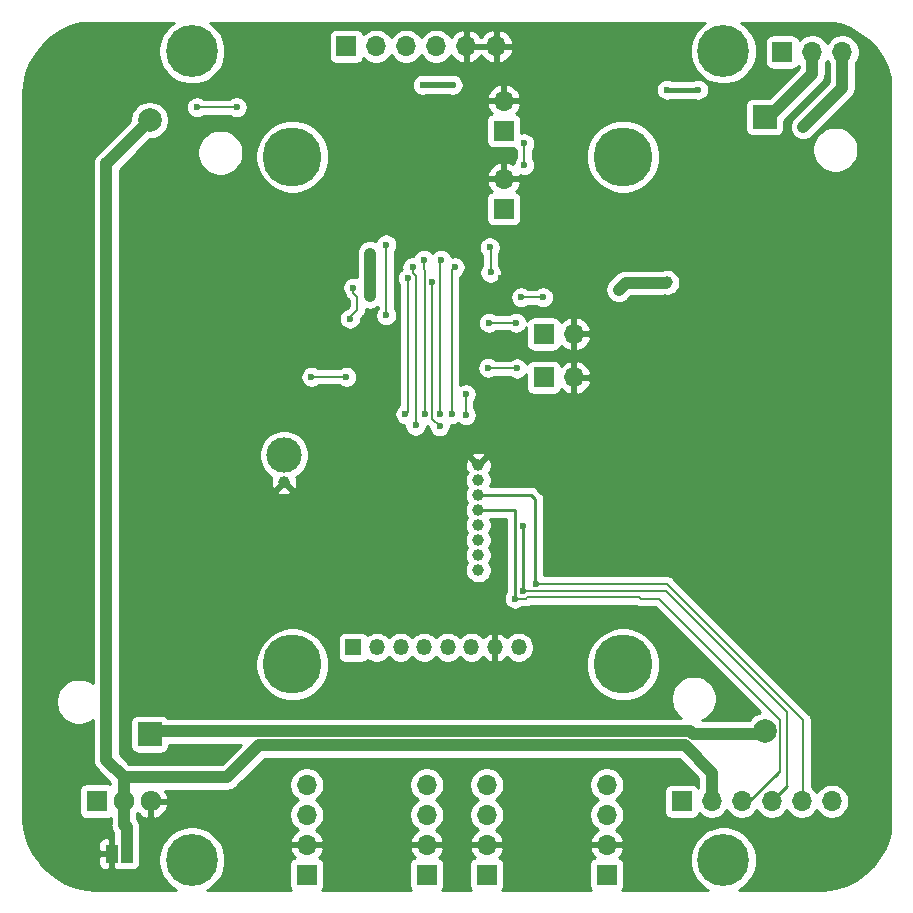
<source format=gbr>
G04 #@! TF.GenerationSoftware,KiCad,Pcbnew,5.1.10-88a1d61d58~88~ubuntu18.04.1*
G04 #@! TF.CreationDate,2021-10-17T10:02:12+02:00*
G04 #@! TF.ProjectId,HB-UNI-SEN-BATT_ATMega1284P_E07-868MS10_FUEL4EP,48422d55-4e49-42d5-9345-4e2d42415454,rev?*
G04 #@! TF.SameCoordinates,Original*
G04 #@! TF.FileFunction,Copper,L2,Bot*
G04 #@! TF.FilePolarity,Positive*
%FSLAX46Y46*%
G04 Gerber Fmt 4.6, Leading zero omitted, Abs format (unit mm)*
G04 Created by KiCad (PCBNEW 5.1.10-88a1d61d58~88~ubuntu18.04.1) date 2021-10-17 10:02:12*
%MOMM*%
%LPD*%
G01*
G04 APERTURE LIST*
G04 #@! TA.AperFunction,ComponentPad*
%ADD10C,5.000000*%
G04 #@! TD*
G04 #@! TA.AperFunction,ComponentPad*
%ADD11O,1.700000X1.700000*%
G04 #@! TD*
G04 #@! TA.AperFunction,ComponentPad*
%ADD12R,1.700000X1.700000*%
G04 #@! TD*
G04 #@! TA.AperFunction,ComponentPad*
%ADD13O,1.350000X1.350000*%
G04 #@! TD*
G04 #@! TA.AperFunction,ComponentPad*
%ADD14R,1.350000X1.350000*%
G04 #@! TD*
G04 #@! TA.AperFunction,ComponentPad*
%ADD15R,2.000000X2.000000*%
G04 #@! TD*
G04 #@! TA.AperFunction,ComponentPad*
%ADD16C,2.000000*%
G04 #@! TD*
G04 #@! TA.AperFunction,ComponentPad*
%ADD17C,3.000000*%
G04 #@! TD*
G04 #@! TA.AperFunction,ComponentPad*
%ADD18C,1.000000*%
G04 #@! TD*
G04 #@! TA.AperFunction,ComponentPad*
%ADD19C,0.700000*%
G04 #@! TD*
G04 #@! TA.AperFunction,ComponentPad*
%ADD20C,4.400000*%
G04 #@! TD*
G04 #@! TA.AperFunction,SMDPad,CuDef*
%ADD21R,1.000000X1.500000*%
G04 #@! TD*
G04 #@! TA.AperFunction,ComponentPad*
%ADD22O,1.717500X1.800000*%
G04 #@! TD*
G04 #@! TA.AperFunction,ComponentPad*
%ADD23R,1.717500X1.800000*%
G04 #@! TD*
G04 #@! TA.AperFunction,ViaPad*
%ADD24C,0.600000*%
G04 #@! TD*
G04 #@! TA.AperFunction,ViaPad*
%ADD25C,1.000000*%
G04 #@! TD*
G04 #@! TA.AperFunction,Conductor*
%ADD26C,0.200000*%
G04 #@! TD*
G04 #@! TA.AperFunction,Conductor*
%ADD27C,0.250000*%
G04 #@! TD*
G04 #@! TA.AperFunction,Conductor*
%ADD28C,0.500000*%
G04 #@! TD*
G04 #@! TA.AperFunction,Conductor*
%ADD29C,1.000000*%
G04 #@! TD*
G04 #@! TA.AperFunction,Conductor*
%ADD30C,0.400000*%
G04 #@! TD*
G04 #@! TA.AperFunction,Conductor*
%ADD31C,0.254000*%
G04 #@! TD*
G04 #@! TA.AperFunction,Conductor*
%ADD32C,0.100000*%
G04 #@! TD*
G04 APERTURE END LIST*
D10*
X152510800Y-133200000D03*
X152510800Y-90200000D03*
X124510800Y-133200000D03*
X124510800Y-90200000D03*
D11*
X148336000Y-105219500D03*
D12*
X145796000Y-105219500D03*
D11*
X151130000Y-143380000D03*
X151130000Y-145920000D03*
X151130000Y-148460000D03*
D12*
X151130000Y-151000000D03*
D11*
X142400000Y-92075000D03*
D12*
X142400000Y-94615000D03*
D11*
X142400000Y-85471000D03*
D12*
X142400000Y-88011000D03*
D11*
X171069000Y-81343500D03*
X168529000Y-81343500D03*
D12*
X165989000Y-81343500D03*
D13*
X143667000Y-131750000D03*
X141667000Y-131750000D03*
X139667000Y-131750000D03*
X137667000Y-131750000D03*
X135667000Y-131750000D03*
X133667000Y-131750000D03*
X131667000Y-131750000D03*
D14*
X129667000Y-131750000D03*
D15*
X112420000Y-139100000D03*
D16*
X112420000Y-87110000D03*
D15*
X164490000Y-86860000D03*
D16*
X164490000Y-138850000D03*
D11*
X141770100Y-80860900D03*
X139230100Y-80860900D03*
X136690100Y-80860900D03*
X134150100Y-80860900D03*
X131610100Y-80860900D03*
D12*
X129070100Y-80860900D03*
D17*
X123800000Y-115470000D03*
D18*
X123800000Y-117750000D03*
X140260000Y-116310000D03*
X140260000Y-117580000D03*
X140260000Y-118850000D03*
X140260000Y-120120000D03*
X140260000Y-121390000D03*
X140260000Y-122660000D03*
X140260000Y-123930000D03*
X140260000Y-125200000D03*
D19*
X162272800Y-148477200D03*
X161000000Y-147950000D03*
X159727200Y-148477200D03*
X159200000Y-149750000D03*
X159727200Y-151022800D03*
X161000000Y-151550000D03*
X162272800Y-151022800D03*
X162800000Y-149750000D03*
D20*
X161000000Y-149750000D03*
D19*
X117272800Y-148477200D03*
X116000000Y-147950000D03*
X114727200Y-148477200D03*
X114200000Y-149750000D03*
X114727200Y-151022800D03*
X116000000Y-151550000D03*
X117272800Y-151022800D03*
X117800000Y-149750000D03*
D20*
X116000000Y-149750000D03*
D19*
X162272800Y-79977200D03*
X161000000Y-79450000D03*
X159727200Y-79977200D03*
X159200000Y-81250000D03*
X159727200Y-82522800D03*
X161000000Y-83050000D03*
X162272800Y-82522800D03*
X162800000Y-81250000D03*
D20*
X161000000Y-81250000D03*
D19*
X117272800Y-79977200D03*
X116000000Y-79450000D03*
X114727200Y-79977200D03*
X114200000Y-81250000D03*
X114727200Y-82522800D03*
X116000000Y-83050000D03*
X117272800Y-82522800D03*
X117800000Y-81250000D03*
D20*
X116000000Y-81250000D03*
D21*
X109200000Y-149225000D03*
X110500000Y-149225000D03*
D22*
X112530000Y-144780000D03*
X110240000Y-144780000D03*
D23*
X107950000Y-144780000D03*
D11*
X140970000Y-143383000D03*
X140970000Y-145923000D03*
X140970000Y-148463000D03*
D12*
X140970000Y-151003000D03*
D11*
X135890000Y-143383000D03*
X135890000Y-145923000D03*
X135890000Y-148463000D03*
D12*
X135890000Y-151003000D03*
D11*
X125730000Y-143380000D03*
X125730000Y-145920000D03*
X125730000Y-148460000D03*
D12*
X125730000Y-151000000D03*
D11*
X170180000Y-144780000D03*
X167640000Y-144780000D03*
X165100000Y-144780000D03*
X162560000Y-144780000D03*
X160020000Y-144780000D03*
D12*
X157480000Y-144780000D03*
D11*
X148336000Y-108902500D03*
D12*
X145796000Y-108902500D03*
D24*
X139065000Y-87376000D03*
X122809000Y-79629000D03*
X106172000Y-80391000D03*
X142176500Y-100520500D03*
X131572000Y-104330500D03*
X132651500Y-88519000D03*
X132651500Y-90106500D03*
X133416000Y-93220500D03*
X133822962Y-97551762D03*
X152878600Y-79625000D03*
D25*
X156083000Y-104013000D03*
X156083000Y-102362000D03*
X155956000Y-95123000D03*
X155956000Y-96520000D03*
X155956000Y-97790000D03*
D24*
X138239500Y-99568000D03*
X137998006Y-112014000D03*
X139192000Y-112077500D03*
X139192000Y-110318110D03*
X132461000Y-103645300D03*
X132461000Y-97645302D03*
X143446500Y-104267000D03*
X141160500Y-104267000D03*
X143510004Y-108140500D03*
X141097000Y-108077002D03*
X143891000Y-102108000D03*
X145732500Y-102108000D03*
X143340000Y-127630000D03*
X137096500Y-98933000D03*
X136969500Y-112014000D03*
X144070000Y-121490000D03*
X144070000Y-126960000D03*
X135763000Y-112014000D03*
X135636000Y-98933000D03*
X136969500Y-113030000D03*
X145097500Y-126365000D03*
X136345499Y-100838000D03*
X138074400Y-84124800D03*
X135534400Y-84124800D03*
X131064000Y-102108000D03*
X158851600Y-84531200D03*
X156235400Y-84531200D03*
X131082364Y-98406636D03*
D25*
X167779700Y-87680800D03*
X156210000Y-100838000D03*
X152146000Y-101473000D03*
D24*
X134683500Y-99568000D03*
X134937500Y-112966500D03*
X134274000Y-100495300D03*
X134073997Y-112014000D03*
X129679800Y-101295300D03*
X129382602Y-103922012D03*
X119800000Y-86018000D03*
X116420000Y-86018000D03*
X129089199Y-108845301D03*
X126117301Y-108845301D03*
X141287500Y-100012500D03*
X144145000Y-89090500D03*
X144145000Y-90932000D03*
X141220565Y-97891718D03*
D26*
X137998006Y-99809494D02*
X138239500Y-99568000D01*
X137998006Y-112014000D02*
X137998006Y-99809494D01*
X139192000Y-112077500D02*
X139192000Y-110318110D01*
X132461000Y-103645300D02*
X132461000Y-97645302D01*
X143446500Y-104267000D02*
X141160500Y-104267000D01*
X143510004Y-108140500D02*
X141160498Y-108140500D01*
X141160498Y-108140500D02*
X141097000Y-108077002D01*
X145732500Y-102108000D02*
X143891000Y-102108000D01*
D27*
X143340000Y-127630000D02*
X143340000Y-120110000D01*
X143345000Y-127635000D02*
X143340000Y-127630000D01*
X162560000Y-144780000D02*
X163195000Y-144780000D01*
X143340000Y-120110000D02*
X140220000Y-120110000D01*
X163195000Y-144780000D02*
X165608000Y-142367000D01*
X165608000Y-142367000D02*
X165735000Y-142240000D01*
D26*
X144288002Y-127630000D02*
X143340000Y-127630000D01*
X144418003Y-127499999D02*
X144288002Y-127630000D01*
X165608000Y-142367000D02*
X165790001Y-142184999D01*
X165790001Y-142184999D02*
X165790001Y-137883947D01*
X155541054Y-127635000D02*
X153989802Y-127635000D01*
X165790001Y-137883947D02*
X155541054Y-127635000D01*
X153989802Y-127635000D02*
X153854801Y-127499999D01*
X153854801Y-127499999D02*
X144418003Y-127499999D01*
X137096500Y-111887000D02*
X136969500Y-112014000D01*
X136969500Y-99060000D02*
X137096500Y-98933000D01*
X136969500Y-112014000D02*
X136969500Y-99060000D01*
D27*
X144090000Y-121510000D02*
X144070000Y-121490000D01*
X166370000Y-143510000D02*
X165100000Y-144780000D01*
X144070000Y-121490000D02*
X144070000Y-126960000D01*
D26*
X156176054Y-127000000D02*
X144110000Y-127000000D01*
X144110000Y-127000000D02*
X144070000Y-126960000D01*
X166370000Y-143510000D02*
X166370000Y-137193946D01*
X166370000Y-137193946D02*
X156176054Y-127000000D01*
X135745499Y-111996499D02*
X135763000Y-112014000D01*
X135745499Y-99867999D02*
X135745499Y-111996499D01*
X135636000Y-99758500D02*
X135745499Y-99867999D01*
X135636000Y-98933000D02*
X135636000Y-99758500D01*
D27*
X145080000Y-126170000D02*
X145080000Y-119210000D01*
X145080000Y-119210000D02*
X144700000Y-118830000D01*
X144700000Y-118830000D02*
X140280000Y-118830000D01*
D26*
X136969500Y-112902002D02*
X136969500Y-113030000D01*
X156210000Y-126365000D02*
X167767000Y-137922000D01*
X167767000Y-137922000D02*
X167767000Y-144653000D01*
X145275000Y-126365000D02*
X145080000Y-126170000D01*
X156210000Y-126365000D02*
X145275000Y-126365000D01*
X136369499Y-112429999D02*
X136969500Y-113030000D01*
X136369499Y-111732497D02*
X136369499Y-112429999D01*
X136363001Y-111725999D02*
X136369499Y-111732497D01*
X136363001Y-100855502D02*
X136363001Y-111725999D01*
X136345499Y-100838000D02*
X136363001Y-100855502D01*
D28*
X138074400Y-84124800D02*
X135534400Y-84124800D01*
D29*
X131082364Y-98406636D02*
X131082364Y-102026136D01*
D30*
X158851600Y-84531200D02*
X156235400Y-84531200D01*
D29*
X110490000Y-149220000D02*
X110485000Y-149225000D01*
X110500000Y-149225000D02*
X110500000Y-148707000D01*
X110240000Y-144780000D02*
X110240000Y-142740000D01*
X110240000Y-144823350D02*
X110250000Y-144833350D01*
X110240000Y-144780000D02*
X110240000Y-144823350D01*
X110250000Y-144833350D02*
X110250000Y-146750000D01*
X110500000Y-147000000D02*
X110250000Y-146750000D01*
X110500000Y-149225000D02*
X110500000Y-147000000D01*
X110240000Y-142740000D02*
X108750000Y-141250000D01*
X108750000Y-141250000D02*
X108750000Y-90779700D01*
X160020000Y-142354300D02*
X160020000Y-144805400D01*
X110240000Y-142740000D02*
X110250000Y-142750000D01*
X119007000Y-142740000D02*
X121696990Y-140050010D01*
X110240000Y-142740000D02*
X119007000Y-142740000D01*
X157715710Y-140050010D02*
X160020000Y-142354300D01*
X121696990Y-140050010D02*
X157715710Y-140050010D01*
X108750000Y-90779700D02*
X108800800Y-90779700D01*
X108800800Y-90779700D02*
X112458500Y-87122000D01*
X171069000Y-84391500D02*
X167779700Y-87680800D01*
X171069000Y-81343500D02*
X171069000Y-84391500D01*
X168529000Y-81343500D02*
X168529000Y-83185000D01*
X168529000Y-83185000D02*
X164592000Y-87122000D01*
X152146000Y-101473000D02*
X152717500Y-100901500D01*
D30*
X156146500Y-100901500D02*
X156210000Y-100838000D01*
D29*
X152717500Y-100901500D02*
X156146500Y-100901500D01*
D26*
X134937500Y-100270798D02*
X134937500Y-112966500D01*
X134683500Y-100016798D02*
X134937500Y-100270798D01*
X134683500Y-99568000D02*
X134683500Y-100016798D01*
X134274000Y-100495300D02*
X134273999Y-111725999D01*
X134273999Y-111725999D02*
X134273999Y-111813998D01*
X134273999Y-111813998D02*
X134073997Y-112014000D01*
X130013101Y-103183301D02*
X129246902Y-103949500D01*
X129679800Y-101295300D02*
X129679800Y-101719564D01*
X130013101Y-102052865D02*
X130013101Y-103183301D01*
X129679800Y-101719564D02*
X130013101Y-102052865D01*
X129246902Y-103949500D02*
X129355114Y-103949500D01*
X129355114Y-103949500D02*
X129382602Y-103922012D01*
X119800000Y-86018000D02*
X116420000Y-86018000D01*
X129089199Y-108845301D02*
X126117301Y-108845301D01*
X141287500Y-100012500D02*
X141287500Y-97980500D01*
X144145000Y-90932000D02*
X144145000Y-89090500D01*
D29*
X158212770Y-138850000D02*
X112673500Y-138850000D01*
X164490000Y-139050000D02*
X158412770Y-139050000D01*
X158412770Y-139050000D02*
X158212770Y-138850000D01*
X112673500Y-138850000D02*
X112458500Y-139065000D01*
D31*
X114192793Y-79047912D02*
X113797912Y-79442793D01*
X113487656Y-79907124D01*
X113273948Y-80423061D01*
X113165000Y-80970777D01*
X113165000Y-81529223D01*
X113273948Y-82076939D01*
X113487656Y-82592876D01*
X113797912Y-83057207D01*
X114192793Y-83452088D01*
X114657124Y-83762344D01*
X115173061Y-83976052D01*
X115720777Y-84085000D01*
X116279223Y-84085000D01*
X116542096Y-84032711D01*
X134599400Y-84032711D01*
X134599400Y-84216889D01*
X134635332Y-84397529D01*
X134705814Y-84567689D01*
X134808138Y-84720828D01*
X134938372Y-84851062D01*
X135091511Y-84953386D01*
X135261671Y-85023868D01*
X135442311Y-85059800D01*
X135626489Y-85059800D01*
X135807129Y-85023868D01*
X135841092Y-85009800D01*
X137767708Y-85009800D01*
X137801671Y-85023868D01*
X137982311Y-85059800D01*
X138166489Y-85059800D01*
X138347129Y-85023868D01*
X138517289Y-84953386D01*
X138670428Y-84851062D01*
X138800662Y-84720828D01*
X138902986Y-84567689D01*
X138973468Y-84397529D01*
X139009400Y-84216889D01*
X139009400Y-84032711D01*
X138973468Y-83852071D01*
X138902986Y-83681911D01*
X138800662Y-83528772D01*
X138670428Y-83398538D01*
X138517289Y-83296214D01*
X138347129Y-83225732D01*
X138166489Y-83189800D01*
X137982311Y-83189800D01*
X137801671Y-83225732D01*
X137767708Y-83239800D01*
X135841092Y-83239800D01*
X135807129Y-83225732D01*
X135626489Y-83189800D01*
X135442311Y-83189800D01*
X135261671Y-83225732D01*
X135091511Y-83296214D01*
X134938372Y-83398538D01*
X134808138Y-83528772D01*
X134705814Y-83681911D01*
X134635332Y-83852071D01*
X134599400Y-84032711D01*
X116542096Y-84032711D01*
X116826939Y-83976052D01*
X117342876Y-83762344D01*
X117807207Y-83452088D01*
X118202088Y-83057207D01*
X118512344Y-82592876D01*
X118726052Y-82076939D01*
X118835000Y-81529223D01*
X118835000Y-80970777D01*
X118726052Y-80423061D01*
X118555330Y-80010900D01*
X127582028Y-80010900D01*
X127582028Y-81710900D01*
X127594288Y-81835382D01*
X127630598Y-81955080D01*
X127689563Y-82065394D01*
X127768915Y-82162085D01*
X127865606Y-82241437D01*
X127975920Y-82300402D01*
X128095618Y-82336712D01*
X128220100Y-82348972D01*
X129920100Y-82348972D01*
X130044582Y-82336712D01*
X130164280Y-82300402D01*
X130274594Y-82241437D01*
X130371285Y-82162085D01*
X130450637Y-82065394D01*
X130509602Y-81955080D01*
X130531613Y-81882520D01*
X130663468Y-82014375D01*
X130906689Y-82176890D01*
X131176942Y-82288832D01*
X131463840Y-82345900D01*
X131756360Y-82345900D01*
X132043258Y-82288832D01*
X132313511Y-82176890D01*
X132556732Y-82014375D01*
X132763575Y-81807532D01*
X132880100Y-81633140D01*
X132996625Y-81807532D01*
X133203468Y-82014375D01*
X133446689Y-82176890D01*
X133716942Y-82288832D01*
X134003840Y-82345900D01*
X134296360Y-82345900D01*
X134583258Y-82288832D01*
X134853511Y-82176890D01*
X135096732Y-82014375D01*
X135303575Y-81807532D01*
X135420100Y-81633140D01*
X135536625Y-81807532D01*
X135743468Y-82014375D01*
X135986689Y-82176890D01*
X136256942Y-82288832D01*
X136543840Y-82345900D01*
X136836360Y-82345900D01*
X137123258Y-82288832D01*
X137393511Y-82176890D01*
X137636732Y-82014375D01*
X137843575Y-81807532D01*
X137965295Y-81625366D01*
X138034922Y-81742255D01*
X138229831Y-81958488D01*
X138463180Y-82132541D01*
X138726001Y-82257725D01*
X138873210Y-82302376D01*
X139103100Y-82181055D01*
X139103100Y-80987900D01*
X139357100Y-80987900D01*
X139357100Y-82181055D01*
X139586990Y-82302376D01*
X139734199Y-82257725D01*
X139997020Y-82132541D01*
X140230369Y-81958488D01*
X140425278Y-81742255D01*
X140500100Y-81616645D01*
X140574922Y-81742255D01*
X140769831Y-81958488D01*
X141003180Y-82132541D01*
X141266001Y-82257725D01*
X141413210Y-82302376D01*
X141643100Y-82181055D01*
X141643100Y-80987900D01*
X141897100Y-80987900D01*
X141897100Y-82181055D01*
X142126990Y-82302376D01*
X142274199Y-82257725D01*
X142537020Y-82132541D01*
X142770369Y-81958488D01*
X142965278Y-81742255D01*
X143114257Y-81492152D01*
X143211581Y-81217791D01*
X143090914Y-80987900D01*
X141897100Y-80987900D01*
X141643100Y-80987900D01*
X139357100Y-80987900D01*
X139103100Y-80987900D01*
X139083100Y-80987900D01*
X139083100Y-80733900D01*
X139103100Y-80733900D01*
X139103100Y-79540745D01*
X139357100Y-79540745D01*
X139357100Y-80733900D01*
X141643100Y-80733900D01*
X141643100Y-79540745D01*
X141897100Y-79540745D01*
X141897100Y-80733900D01*
X143090914Y-80733900D01*
X143211581Y-80504009D01*
X143114257Y-80229648D01*
X142965278Y-79979545D01*
X142770369Y-79763312D01*
X142537020Y-79589259D01*
X142274199Y-79464075D01*
X142126990Y-79419424D01*
X141897100Y-79540745D01*
X141643100Y-79540745D01*
X141413210Y-79419424D01*
X141266001Y-79464075D01*
X141003180Y-79589259D01*
X140769831Y-79763312D01*
X140574922Y-79979545D01*
X140500100Y-80105155D01*
X140425278Y-79979545D01*
X140230369Y-79763312D01*
X139997020Y-79589259D01*
X139734199Y-79464075D01*
X139586990Y-79419424D01*
X139357100Y-79540745D01*
X139103100Y-79540745D01*
X138873210Y-79419424D01*
X138726001Y-79464075D01*
X138463180Y-79589259D01*
X138229831Y-79763312D01*
X138034922Y-79979545D01*
X137965295Y-80096434D01*
X137843575Y-79914268D01*
X137636732Y-79707425D01*
X137393511Y-79544910D01*
X137123258Y-79432968D01*
X136836360Y-79375900D01*
X136543840Y-79375900D01*
X136256942Y-79432968D01*
X135986689Y-79544910D01*
X135743468Y-79707425D01*
X135536625Y-79914268D01*
X135420100Y-80088660D01*
X135303575Y-79914268D01*
X135096732Y-79707425D01*
X134853511Y-79544910D01*
X134583258Y-79432968D01*
X134296360Y-79375900D01*
X134003840Y-79375900D01*
X133716942Y-79432968D01*
X133446689Y-79544910D01*
X133203468Y-79707425D01*
X132996625Y-79914268D01*
X132880100Y-80088660D01*
X132763575Y-79914268D01*
X132556732Y-79707425D01*
X132313511Y-79544910D01*
X132043258Y-79432968D01*
X131756360Y-79375900D01*
X131463840Y-79375900D01*
X131176942Y-79432968D01*
X130906689Y-79544910D01*
X130663468Y-79707425D01*
X130531613Y-79839280D01*
X130509602Y-79766720D01*
X130450637Y-79656406D01*
X130371285Y-79559715D01*
X130274594Y-79480363D01*
X130164280Y-79421398D01*
X130044582Y-79385088D01*
X129920100Y-79372828D01*
X128220100Y-79372828D01*
X128095618Y-79385088D01*
X127975920Y-79421398D01*
X127865606Y-79480363D01*
X127768915Y-79559715D01*
X127689563Y-79656406D01*
X127630598Y-79766720D01*
X127594288Y-79886418D01*
X127582028Y-80010900D01*
X118555330Y-80010900D01*
X118512344Y-79907124D01*
X118202088Y-79442793D01*
X117807207Y-79047912D01*
X117536453Y-78867000D01*
X159463547Y-78867000D01*
X159192793Y-79047912D01*
X158797912Y-79442793D01*
X158487656Y-79907124D01*
X158273948Y-80423061D01*
X158165000Y-80970777D01*
X158165000Y-81529223D01*
X158273948Y-82076939D01*
X158487656Y-82592876D01*
X158797912Y-83057207D01*
X159192793Y-83452088D01*
X159657124Y-83762344D01*
X160173061Y-83976052D01*
X160720777Y-84085000D01*
X161279223Y-84085000D01*
X161826939Y-83976052D01*
X162342876Y-83762344D01*
X162807207Y-83452088D01*
X163202088Y-83057207D01*
X163512344Y-82592876D01*
X163726052Y-82076939D01*
X163835000Y-81529223D01*
X163835000Y-80970777D01*
X163726052Y-80423061D01*
X163512344Y-79907124D01*
X163202088Y-79442793D01*
X162807207Y-79047912D01*
X162536453Y-78867000D01*
X170309380Y-78867000D01*
X170838443Y-78986715D01*
X171707075Y-79324507D01*
X172516227Y-79786976D01*
X173248141Y-80363971D01*
X173886727Y-81042806D01*
X174417960Y-81808576D01*
X174830172Y-82644459D01*
X175114303Y-83532086D01*
X175133000Y-83646890D01*
X175133000Y-147309380D01*
X175013285Y-147838443D01*
X174675493Y-148707075D01*
X174213024Y-149516227D01*
X173636029Y-150248141D01*
X172957194Y-150886727D01*
X172191421Y-151417962D01*
X171355541Y-151830172D01*
X170467913Y-152114303D01*
X169537290Y-152265865D01*
X169373873Y-152273000D01*
X162317150Y-152273000D01*
X162342876Y-152262344D01*
X162807207Y-151952088D01*
X163202088Y-151557207D01*
X163512344Y-151092876D01*
X163726052Y-150576939D01*
X163835000Y-150029223D01*
X163835000Y-149470777D01*
X163726052Y-148923061D01*
X163512344Y-148407124D01*
X163202088Y-147942793D01*
X162807207Y-147547912D01*
X162342876Y-147237656D01*
X161826939Y-147023948D01*
X161279223Y-146915000D01*
X160720777Y-146915000D01*
X160173061Y-147023948D01*
X159657124Y-147237656D01*
X159192793Y-147547912D01*
X158797912Y-147942793D01*
X158487656Y-148407124D01*
X158273948Y-148923061D01*
X158165000Y-149470777D01*
X158165000Y-150029223D01*
X158273948Y-150576939D01*
X158487656Y-151092876D01*
X158797912Y-151557207D01*
X159192793Y-151952088D01*
X159657124Y-152262344D01*
X159682850Y-152273000D01*
X152454316Y-152273000D01*
X152510537Y-152204494D01*
X152569502Y-152094180D01*
X152605812Y-151974482D01*
X152618072Y-151850000D01*
X152618072Y-150150000D01*
X152605812Y-150025518D01*
X152569502Y-149905820D01*
X152510537Y-149795506D01*
X152431185Y-149698815D01*
X152334494Y-149619463D01*
X152224180Y-149560498D01*
X152143534Y-149536034D01*
X152227588Y-149460269D01*
X152401641Y-149226920D01*
X152526825Y-148964099D01*
X152571476Y-148816890D01*
X152450155Y-148587000D01*
X151257000Y-148587000D01*
X151257000Y-148607000D01*
X151003000Y-148607000D01*
X151003000Y-148587000D01*
X149809845Y-148587000D01*
X149688524Y-148816890D01*
X149733175Y-148964099D01*
X149858359Y-149226920D01*
X150032412Y-149460269D01*
X150116466Y-149536034D01*
X150035820Y-149560498D01*
X149925506Y-149619463D01*
X149828815Y-149698815D01*
X149749463Y-149795506D01*
X149690498Y-149905820D01*
X149654188Y-150025518D01*
X149641928Y-150150000D01*
X149641928Y-151850000D01*
X149654188Y-151974482D01*
X149690498Y-152094180D01*
X149749463Y-152204494D01*
X149805684Y-152273000D01*
X142296778Y-152273000D01*
X142350537Y-152207494D01*
X142409502Y-152097180D01*
X142445812Y-151977482D01*
X142458072Y-151853000D01*
X142458072Y-150153000D01*
X142445812Y-150028518D01*
X142409502Y-149908820D01*
X142350537Y-149798506D01*
X142271185Y-149701815D01*
X142174494Y-149622463D01*
X142064180Y-149563498D01*
X141983534Y-149539034D01*
X142067588Y-149463269D01*
X142241641Y-149229920D01*
X142366825Y-148967099D01*
X142411476Y-148819890D01*
X142290155Y-148590000D01*
X141097000Y-148590000D01*
X141097000Y-148610000D01*
X140843000Y-148610000D01*
X140843000Y-148590000D01*
X139649845Y-148590000D01*
X139528524Y-148819890D01*
X139573175Y-148967099D01*
X139698359Y-149229920D01*
X139872412Y-149463269D01*
X139956466Y-149539034D01*
X139875820Y-149563498D01*
X139765506Y-149622463D01*
X139668815Y-149701815D01*
X139589463Y-149798506D01*
X139530498Y-149908820D01*
X139494188Y-150028518D01*
X139481928Y-150153000D01*
X139481928Y-151853000D01*
X139494188Y-151977482D01*
X139530498Y-152097180D01*
X139589463Y-152207494D01*
X139643222Y-152273000D01*
X137216778Y-152273000D01*
X137270537Y-152207494D01*
X137329502Y-152097180D01*
X137365812Y-151977482D01*
X137378072Y-151853000D01*
X137378072Y-150153000D01*
X137365812Y-150028518D01*
X137329502Y-149908820D01*
X137270537Y-149798506D01*
X137191185Y-149701815D01*
X137094494Y-149622463D01*
X136984180Y-149563498D01*
X136903534Y-149539034D01*
X136987588Y-149463269D01*
X137161641Y-149229920D01*
X137286825Y-148967099D01*
X137331476Y-148819890D01*
X137210155Y-148590000D01*
X136017000Y-148590000D01*
X136017000Y-148610000D01*
X135763000Y-148610000D01*
X135763000Y-148590000D01*
X134569845Y-148590000D01*
X134448524Y-148819890D01*
X134493175Y-148967099D01*
X134618359Y-149229920D01*
X134792412Y-149463269D01*
X134876466Y-149539034D01*
X134795820Y-149563498D01*
X134685506Y-149622463D01*
X134588815Y-149701815D01*
X134509463Y-149798506D01*
X134450498Y-149908820D01*
X134414188Y-150028518D01*
X134401928Y-150153000D01*
X134401928Y-151853000D01*
X134414188Y-151977482D01*
X134450498Y-152097180D01*
X134509463Y-152207494D01*
X134563222Y-152273000D01*
X127054316Y-152273000D01*
X127110537Y-152204494D01*
X127169502Y-152094180D01*
X127205812Y-151974482D01*
X127218072Y-151850000D01*
X127218072Y-150150000D01*
X127205812Y-150025518D01*
X127169502Y-149905820D01*
X127110537Y-149795506D01*
X127031185Y-149698815D01*
X126934494Y-149619463D01*
X126824180Y-149560498D01*
X126743534Y-149536034D01*
X126827588Y-149460269D01*
X127001641Y-149226920D01*
X127126825Y-148964099D01*
X127171476Y-148816890D01*
X127050155Y-148587000D01*
X125857000Y-148587000D01*
X125857000Y-148607000D01*
X125603000Y-148607000D01*
X125603000Y-148587000D01*
X124409845Y-148587000D01*
X124288524Y-148816890D01*
X124333175Y-148964099D01*
X124458359Y-149226920D01*
X124632412Y-149460269D01*
X124716466Y-149536034D01*
X124635820Y-149560498D01*
X124525506Y-149619463D01*
X124428815Y-149698815D01*
X124349463Y-149795506D01*
X124290498Y-149905820D01*
X124254188Y-150025518D01*
X124241928Y-150150000D01*
X124241928Y-151850000D01*
X124254188Y-151974482D01*
X124290498Y-152094180D01*
X124349463Y-152204494D01*
X124405684Y-152273000D01*
X117317150Y-152273000D01*
X117342876Y-152262344D01*
X117807207Y-151952088D01*
X118202088Y-151557207D01*
X118512344Y-151092876D01*
X118726052Y-150576939D01*
X118835000Y-150029223D01*
X118835000Y-149470777D01*
X118726052Y-148923061D01*
X118512344Y-148407124D01*
X118202088Y-147942793D01*
X117807207Y-147547912D01*
X117342876Y-147237656D01*
X116826939Y-147023948D01*
X116279223Y-146915000D01*
X115720777Y-146915000D01*
X115173061Y-147023948D01*
X114657124Y-147237656D01*
X114192793Y-147547912D01*
X113797912Y-147942793D01*
X113487656Y-148407124D01*
X113273948Y-148923061D01*
X113165000Y-149470777D01*
X113165000Y-150029223D01*
X113273948Y-150576939D01*
X113487656Y-151092876D01*
X113797912Y-151557207D01*
X114192793Y-151952088D01*
X114657124Y-152262344D01*
X114682850Y-152273000D01*
X107797587Y-152273000D01*
X107070565Y-152218973D01*
X106161557Y-152013285D01*
X105292925Y-151675493D01*
X104483773Y-151213024D01*
X103751859Y-150636029D01*
X103130024Y-149975000D01*
X108061928Y-149975000D01*
X108074188Y-150099482D01*
X108110498Y-150219180D01*
X108169463Y-150329494D01*
X108248815Y-150426185D01*
X108345506Y-150505537D01*
X108455820Y-150564502D01*
X108575518Y-150600812D01*
X108700000Y-150613072D01*
X108914250Y-150610000D01*
X109073000Y-150451250D01*
X109073000Y-149352000D01*
X108223750Y-149352000D01*
X108065000Y-149510750D01*
X108061928Y-149975000D01*
X103130024Y-149975000D01*
X103113273Y-149957194D01*
X102582038Y-149191421D01*
X102228739Y-148475000D01*
X108061928Y-148475000D01*
X108065000Y-148939250D01*
X108223750Y-149098000D01*
X109073000Y-149098000D01*
X109073000Y-147998750D01*
X108914250Y-147840000D01*
X108700000Y-147836928D01*
X108575518Y-147849188D01*
X108455820Y-147885498D01*
X108345506Y-147944463D01*
X108248815Y-148023815D01*
X108169463Y-148120506D01*
X108110498Y-148230820D01*
X108074188Y-148350518D01*
X108061928Y-148475000D01*
X102228739Y-148475000D01*
X102169828Y-148355541D01*
X101885697Y-147467913D01*
X101734135Y-146537290D01*
X101727000Y-146373873D01*
X101727000Y-136157449D01*
X104470000Y-136157449D01*
X104470000Y-136542551D01*
X104545130Y-136920252D01*
X104692502Y-137276040D01*
X104906453Y-137596240D01*
X105178760Y-137868547D01*
X105498960Y-138082498D01*
X105854748Y-138229870D01*
X106232449Y-138305000D01*
X106617551Y-138305000D01*
X106995252Y-138229870D01*
X107351040Y-138082498D01*
X107615000Y-137906125D01*
X107615000Y-141194249D01*
X107609509Y-141250000D01*
X107615000Y-141305751D01*
X107631423Y-141472498D01*
X107696324Y-141686446D01*
X107801716Y-141883623D01*
X107943551Y-142056449D01*
X107986865Y-142091996D01*
X109105001Y-143210133D01*
X109105001Y-143318331D01*
X109052930Y-143290498D01*
X108933232Y-143254188D01*
X108808750Y-143241928D01*
X107091250Y-143241928D01*
X106966768Y-143254188D01*
X106847070Y-143290498D01*
X106736756Y-143349463D01*
X106640065Y-143428815D01*
X106560713Y-143525506D01*
X106501748Y-143635820D01*
X106465438Y-143755518D01*
X106453178Y-143880000D01*
X106453178Y-145680000D01*
X106465438Y-145804482D01*
X106501748Y-145924180D01*
X106560713Y-146034494D01*
X106640065Y-146131185D01*
X106736756Y-146210537D01*
X106847070Y-146269502D01*
X106966768Y-146305812D01*
X107091250Y-146318072D01*
X108808750Y-146318072D01*
X108933232Y-146305812D01*
X109052930Y-146269502D01*
X109115001Y-146236324D01*
X109115001Y-146694239D01*
X109109509Y-146750000D01*
X109131423Y-146972498D01*
X109196324Y-147186446D01*
X109245384Y-147278230D01*
X109301717Y-147383623D01*
X109365001Y-147460734D01*
X109365001Y-147960749D01*
X109327000Y-147998750D01*
X109327000Y-149098000D01*
X109347000Y-149098000D01*
X109347000Y-149199708D01*
X109344509Y-149225000D01*
X109347000Y-149250292D01*
X109347000Y-149352000D01*
X109327000Y-149352000D01*
X109327000Y-150451250D01*
X109485750Y-150610000D01*
X109700000Y-150613072D01*
X109824482Y-150600812D01*
X109850000Y-150593071D01*
X109875518Y-150600812D01*
X110000000Y-150613072D01*
X111000000Y-150613072D01*
X111124482Y-150600812D01*
X111244180Y-150564502D01*
X111354494Y-150505537D01*
X111451185Y-150426185D01*
X111530537Y-150329494D01*
X111589502Y-150219180D01*
X111625812Y-150099482D01*
X111638072Y-149975000D01*
X111638072Y-148475000D01*
X111635000Y-148443808D01*
X111635000Y-147055741D01*
X111640490Y-146999999D01*
X111635000Y-146944257D01*
X111635000Y-146944248D01*
X111618577Y-146777501D01*
X111553676Y-146563553D01*
X111448284Y-146366377D01*
X111385000Y-146289265D01*
X111385000Y-145780674D01*
X111390413Y-145774078D01*
X111493990Y-145895702D01*
X111723512Y-146077172D01*
X111984027Y-146210378D01*
X112171736Y-146271400D01*
X112403000Y-146150195D01*
X112403000Y-144907000D01*
X112657000Y-144907000D01*
X112657000Y-146150195D01*
X112888264Y-146271400D01*
X113075973Y-146210378D01*
X113336488Y-146077172D01*
X113566010Y-145895702D01*
X113755718Y-145672941D01*
X113898323Y-145417450D01*
X113988344Y-145139048D01*
X113861354Y-144907000D01*
X112657000Y-144907000D01*
X112403000Y-144907000D01*
X112383000Y-144907000D01*
X112383000Y-144653000D01*
X112403000Y-144653000D01*
X112403000Y-144633000D01*
X112657000Y-144633000D01*
X112657000Y-144653000D01*
X113861354Y-144653000D01*
X113988344Y-144420952D01*
X113898323Y-144142550D01*
X113755718Y-143887059D01*
X113745448Y-143875000D01*
X118951249Y-143875000D01*
X119007000Y-143880491D01*
X119062751Y-143875000D01*
X119062752Y-143875000D01*
X119229499Y-143858577D01*
X119443447Y-143793676D01*
X119640623Y-143688284D01*
X119813449Y-143546449D01*
X119848996Y-143503135D01*
X120118391Y-143233740D01*
X124245000Y-143233740D01*
X124245000Y-143526260D01*
X124302068Y-143813158D01*
X124414010Y-144083411D01*
X124576525Y-144326632D01*
X124783368Y-144533475D01*
X124957760Y-144650000D01*
X124783368Y-144766525D01*
X124576525Y-144973368D01*
X124414010Y-145216589D01*
X124302068Y-145486842D01*
X124245000Y-145773740D01*
X124245000Y-146066260D01*
X124302068Y-146353158D01*
X124414010Y-146623411D01*
X124576525Y-146866632D01*
X124783368Y-147073475D01*
X124965534Y-147195195D01*
X124848645Y-147264822D01*
X124632412Y-147459731D01*
X124458359Y-147693080D01*
X124333175Y-147955901D01*
X124288524Y-148103110D01*
X124409845Y-148333000D01*
X125603000Y-148333000D01*
X125603000Y-148313000D01*
X125857000Y-148313000D01*
X125857000Y-148333000D01*
X127050155Y-148333000D01*
X127171476Y-148103110D01*
X127126825Y-147955901D01*
X127001641Y-147693080D01*
X126827588Y-147459731D01*
X126611355Y-147264822D01*
X126494466Y-147195195D01*
X126676632Y-147073475D01*
X126883475Y-146866632D01*
X127045990Y-146623411D01*
X127157932Y-146353158D01*
X127215000Y-146066260D01*
X127215000Y-145773740D01*
X127157932Y-145486842D01*
X127045990Y-145216589D01*
X126883475Y-144973368D01*
X126676632Y-144766525D01*
X126502240Y-144650000D01*
X126676632Y-144533475D01*
X126883475Y-144326632D01*
X127045990Y-144083411D01*
X127157932Y-143813158D01*
X127215000Y-143526260D01*
X127215000Y-143236740D01*
X134405000Y-143236740D01*
X134405000Y-143529260D01*
X134462068Y-143816158D01*
X134574010Y-144086411D01*
X134736525Y-144329632D01*
X134943368Y-144536475D01*
X135117760Y-144653000D01*
X134943368Y-144769525D01*
X134736525Y-144976368D01*
X134574010Y-145219589D01*
X134462068Y-145489842D01*
X134405000Y-145776740D01*
X134405000Y-146069260D01*
X134462068Y-146356158D01*
X134574010Y-146626411D01*
X134736525Y-146869632D01*
X134943368Y-147076475D01*
X135125534Y-147198195D01*
X135008645Y-147267822D01*
X134792412Y-147462731D01*
X134618359Y-147696080D01*
X134493175Y-147958901D01*
X134448524Y-148106110D01*
X134569845Y-148336000D01*
X135763000Y-148336000D01*
X135763000Y-148316000D01*
X136017000Y-148316000D01*
X136017000Y-148336000D01*
X137210155Y-148336000D01*
X137331476Y-148106110D01*
X137286825Y-147958901D01*
X137161641Y-147696080D01*
X136987588Y-147462731D01*
X136771355Y-147267822D01*
X136654466Y-147198195D01*
X136836632Y-147076475D01*
X137043475Y-146869632D01*
X137205990Y-146626411D01*
X137317932Y-146356158D01*
X137375000Y-146069260D01*
X137375000Y-145776740D01*
X137317932Y-145489842D01*
X137205990Y-145219589D01*
X137043475Y-144976368D01*
X136836632Y-144769525D01*
X136662240Y-144653000D01*
X136836632Y-144536475D01*
X137043475Y-144329632D01*
X137205990Y-144086411D01*
X137317932Y-143816158D01*
X137375000Y-143529260D01*
X137375000Y-143236740D01*
X139485000Y-143236740D01*
X139485000Y-143529260D01*
X139542068Y-143816158D01*
X139654010Y-144086411D01*
X139816525Y-144329632D01*
X140023368Y-144536475D01*
X140197760Y-144653000D01*
X140023368Y-144769525D01*
X139816525Y-144976368D01*
X139654010Y-145219589D01*
X139542068Y-145489842D01*
X139485000Y-145776740D01*
X139485000Y-146069260D01*
X139542068Y-146356158D01*
X139654010Y-146626411D01*
X139816525Y-146869632D01*
X140023368Y-147076475D01*
X140205534Y-147198195D01*
X140088645Y-147267822D01*
X139872412Y-147462731D01*
X139698359Y-147696080D01*
X139573175Y-147958901D01*
X139528524Y-148106110D01*
X139649845Y-148336000D01*
X140843000Y-148336000D01*
X140843000Y-148316000D01*
X141097000Y-148316000D01*
X141097000Y-148336000D01*
X142290155Y-148336000D01*
X142411476Y-148106110D01*
X142366825Y-147958901D01*
X142241641Y-147696080D01*
X142067588Y-147462731D01*
X141851355Y-147267822D01*
X141734466Y-147198195D01*
X141916632Y-147076475D01*
X142123475Y-146869632D01*
X142285990Y-146626411D01*
X142397932Y-146356158D01*
X142455000Y-146069260D01*
X142455000Y-145776740D01*
X142397932Y-145489842D01*
X142285990Y-145219589D01*
X142123475Y-144976368D01*
X141916632Y-144769525D01*
X141742240Y-144653000D01*
X141916632Y-144536475D01*
X142123475Y-144329632D01*
X142285990Y-144086411D01*
X142397932Y-143816158D01*
X142455000Y-143529260D01*
X142455000Y-143236740D01*
X142454404Y-143233740D01*
X149645000Y-143233740D01*
X149645000Y-143526260D01*
X149702068Y-143813158D01*
X149814010Y-144083411D01*
X149976525Y-144326632D01*
X150183368Y-144533475D01*
X150357760Y-144650000D01*
X150183368Y-144766525D01*
X149976525Y-144973368D01*
X149814010Y-145216589D01*
X149702068Y-145486842D01*
X149645000Y-145773740D01*
X149645000Y-146066260D01*
X149702068Y-146353158D01*
X149814010Y-146623411D01*
X149976525Y-146866632D01*
X150183368Y-147073475D01*
X150365534Y-147195195D01*
X150248645Y-147264822D01*
X150032412Y-147459731D01*
X149858359Y-147693080D01*
X149733175Y-147955901D01*
X149688524Y-148103110D01*
X149809845Y-148333000D01*
X151003000Y-148333000D01*
X151003000Y-148313000D01*
X151257000Y-148313000D01*
X151257000Y-148333000D01*
X152450155Y-148333000D01*
X152571476Y-148103110D01*
X152526825Y-147955901D01*
X152401641Y-147693080D01*
X152227588Y-147459731D01*
X152011355Y-147264822D01*
X151894466Y-147195195D01*
X152076632Y-147073475D01*
X152283475Y-146866632D01*
X152445990Y-146623411D01*
X152557932Y-146353158D01*
X152615000Y-146066260D01*
X152615000Y-145773740D01*
X152557932Y-145486842D01*
X152445990Y-145216589D01*
X152283475Y-144973368D01*
X152076632Y-144766525D01*
X151902240Y-144650000D01*
X152076632Y-144533475D01*
X152283475Y-144326632D01*
X152445990Y-144083411D01*
X152557932Y-143813158D01*
X152615000Y-143526260D01*
X152615000Y-143233740D01*
X152557932Y-142946842D01*
X152445990Y-142676589D01*
X152283475Y-142433368D01*
X152076632Y-142226525D01*
X151833411Y-142064010D01*
X151563158Y-141952068D01*
X151276260Y-141895000D01*
X150983740Y-141895000D01*
X150696842Y-141952068D01*
X150426589Y-142064010D01*
X150183368Y-142226525D01*
X149976525Y-142433368D01*
X149814010Y-142676589D01*
X149702068Y-142946842D01*
X149645000Y-143233740D01*
X142454404Y-143233740D01*
X142397932Y-142949842D01*
X142285990Y-142679589D01*
X142123475Y-142436368D01*
X141916632Y-142229525D01*
X141673411Y-142067010D01*
X141403158Y-141955068D01*
X141116260Y-141898000D01*
X140823740Y-141898000D01*
X140536842Y-141955068D01*
X140266589Y-142067010D01*
X140023368Y-142229525D01*
X139816525Y-142436368D01*
X139654010Y-142679589D01*
X139542068Y-142949842D01*
X139485000Y-143236740D01*
X137375000Y-143236740D01*
X137317932Y-142949842D01*
X137205990Y-142679589D01*
X137043475Y-142436368D01*
X136836632Y-142229525D01*
X136593411Y-142067010D01*
X136323158Y-141955068D01*
X136036260Y-141898000D01*
X135743740Y-141898000D01*
X135456842Y-141955068D01*
X135186589Y-142067010D01*
X134943368Y-142229525D01*
X134736525Y-142436368D01*
X134574010Y-142679589D01*
X134462068Y-142949842D01*
X134405000Y-143236740D01*
X127215000Y-143236740D01*
X127215000Y-143233740D01*
X127157932Y-142946842D01*
X127045990Y-142676589D01*
X126883475Y-142433368D01*
X126676632Y-142226525D01*
X126433411Y-142064010D01*
X126163158Y-141952068D01*
X125876260Y-141895000D01*
X125583740Y-141895000D01*
X125296842Y-141952068D01*
X125026589Y-142064010D01*
X124783368Y-142226525D01*
X124576525Y-142433368D01*
X124414010Y-142676589D01*
X124302068Y-142946842D01*
X124245000Y-143233740D01*
X120118391Y-143233740D01*
X122167122Y-141185010D01*
X157245579Y-141185010D01*
X158885000Y-142824432D01*
X158885001Y-143621273D01*
X158860537Y-143575506D01*
X158781185Y-143478815D01*
X158684494Y-143399463D01*
X158574180Y-143340498D01*
X158454482Y-143304188D01*
X158330000Y-143291928D01*
X156630000Y-143291928D01*
X156505518Y-143304188D01*
X156385820Y-143340498D01*
X156275506Y-143399463D01*
X156178815Y-143478815D01*
X156099463Y-143575506D01*
X156040498Y-143685820D01*
X156004188Y-143805518D01*
X155991928Y-143930000D01*
X155991928Y-145630000D01*
X156004188Y-145754482D01*
X156040498Y-145874180D01*
X156099463Y-145984494D01*
X156178815Y-146081185D01*
X156275506Y-146160537D01*
X156385820Y-146219502D01*
X156505518Y-146255812D01*
X156630000Y-146268072D01*
X158330000Y-146268072D01*
X158454482Y-146255812D01*
X158574180Y-146219502D01*
X158684494Y-146160537D01*
X158781185Y-146081185D01*
X158860537Y-145984494D01*
X158919502Y-145874180D01*
X158941513Y-145801620D01*
X159073368Y-145933475D01*
X159316589Y-146095990D01*
X159586842Y-146207932D01*
X159873740Y-146265000D01*
X160166260Y-146265000D01*
X160453158Y-146207932D01*
X160723411Y-146095990D01*
X160966632Y-145933475D01*
X161173475Y-145726632D01*
X161290000Y-145552240D01*
X161406525Y-145726632D01*
X161613368Y-145933475D01*
X161856589Y-146095990D01*
X162126842Y-146207932D01*
X162413740Y-146265000D01*
X162706260Y-146265000D01*
X162993158Y-146207932D01*
X163263411Y-146095990D01*
X163506632Y-145933475D01*
X163713475Y-145726632D01*
X163830000Y-145552240D01*
X163946525Y-145726632D01*
X164153368Y-145933475D01*
X164396589Y-146095990D01*
X164666842Y-146207932D01*
X164953740Y-146265000D01*
X165246260Y-146265000D01*
X165533158Y-146207932D01*
X165803411Y-146095990D01*
X166046632Y-145933475D01*
X166253475Y-145726632D01*
X166370000Y-145552240D01*
X166486525Y-145726632D01*
X166693368Y-145933475D01*
X166936589Y-146095990D01*
X167206842Y-146207932D01*
X167493740Y-146265000D01*
X167786260Y-146265000D01*
X168073158Y-146207932D01*
X168343411Y-146095990D01*
X168586632Y-145933475D01*
X168793475Y-145726632D01*
X168910000Y-145552240D01*
X169026525Y-145726632D01*
X169233368Y-145933475D01*
X169476589Y-146095990D01*
X169746842Y-146207932D01*
X170033740Y-146265000D01*
X170326260Y-146265000D01*
X170613158Y-146207932D01*
X170883411Y-146095990D01*
X171126632Y-145933475D01*
X171333475Y-145726632D01*
X171495990Y-145483411D01*
X171607932Y-145213158D01*
X171665000Y-144926260D01*
X171665000Y-144633740D01*
X171607932Y-144346842D01*
X171495990Y-144076589D01*
X171333475Y-143833368D01*
X171126632Y-143626525D01*
X170883411Y-143464010D01*
X170613158Y-143352068D01*
X170326260Y-143295000D01*
X170033740Y-143295000D01*
X169746842Y-143352068D01*
X169476589Y-143464010D01*
X169233368Y-143626525D01*
X169026525Y-143833368D01*
X168910000Y-144007760D01*
X168793475Y-143833368D01*
X168586632Y-143626525D01*
X168502000Y-143569976D01*
X168502000Y-137958096D01*
X168505555Y-137921999D01*
X168502000Y-137885902D01*
X168502000Y-137885895D01*
X168491365Y-137777915D01*
X168449337Y-137639367D01*
X168381087Y-137511680D01*
X168340256Y-137461928D01*
X168312253Y-137427806D01*
X168312250Y-137427803D01*
X168289237Y-137399762D01*
X168261198Y-137376751D01*
X156755259Y-125870813D01*
X156732238Y-125842762D01*
X156620320Y-125750913D01*
X156492633Y-125682663D01*
X156354085Y-125640635D01*
X156246105Y-125630000D01*
X156210000Y-125626444D01*
X156173895Y-125630000D01*
X145840000Y-125630000D01*
X145840000Y-119247322D01*
X145843676Y-119209999D01*
X145840000Y-119172676D01*
X145840000Y-119172667D01*
X145829003Y-119061014D01*
X145785546Y-118917753D01*
X145714974Y-118785724D01*
X145620001Y-118669999D01*
X145590997Y-118646196D01*
X145263804Y-118319003D01*
X145240001Y-118289999D01*
X145124276Y-118195026D01*
X144992247Y-118124454D01*
X144848986Y-118080997D01*
X144737333Y-118070000D01*
X144737322Y-118070000D01*
X144700000Y-118066324D01*
X144662678Y-118070000D01*
X141285551Y-118070000D01*
X141351383Y-117911067D01*
X141395000Y-117691788D01*
X141395000Y-117468212D01*
X141351383Y-117248933D01*
X141265824Y-117042376D01*
X141162720Y-116888070D01*
X141251588Y-116873450D01*
X141342458Y-116669174D01*
X141391731Y-116451095D01*
X141397511Y-116227594D01*
X141359577Y-116007260D01*
X141279387Y-115798560D01*
X141251588Y-115746550D01*
X141038166Y-115711439D01*
X140439605Y-116310000D01*
X140453748Y-116324143D01*
X140332890Y-116445000D01*
X140187110Y-116445000D01*
X140066253Y-116324143D01*
X140080395Y-116310000D01*
X139481834Y-115711439D01*
X139268412Y-115746550D01*
X139177542Y-115950826D01*
X139128269Y-116168905D01*
X139122489Y-116392406D01*
X139160423Y-116612740D01*
X139240613Y-116821440D01*
X139268412Y-116873450D01*
X139357280Y-116888070D01*
X139254176Y-117042376D01*
X139168617Y-117248933D01*
X139125000Y-117468212D01*
X139125000Y-117691788D01*
X139168617Y-117911067D01*
X139254176Y-118117624D01*
X139319241Y-118215000D01*
X139254176Y-118312376D01*
X139168617Y-118518933D01*
X139125000Y-118738212D01*
X139125000Y-118961788D01*
X139168617Y-119181067D01*
X139254176Y-119387624D01*
X139319241Y-119485000D01*
X139254176Y-119582376D01*
X139168617Y-119788933D01*
X139125000Y-120008212D01*
X139125000Y-120231788D01*
X139168617Y-120451067D01*
X139254176Y-120657624D01*
X139319241Y-120755000D01*
X139254176Y-120852376D01*
X139168617Y-121058933D01*
X139125000Y-121278212D01*
X139125000Y-121501788D01*
X139168617Y-121721067D01*
X139254176Y-121927624D01*
X139319241Y-122025000D01*
X139254176Y-122122376D01*
X139168617Y-122328933D01*
X139125000Y-122548212D01*
X139125000Y-122771788D01*
X139168617Y-122991067D01*
X139254176Y-123197624D01*
X139319241Y-123295000D01*
X139254176Y-123392376D01*
X139168617Y-123598933D01*
X139125000Y-123818212D01*
X139125000Y-124041788D01*
X139168617Y-124261067D01*
X139254176Y-124467624D01*
X139319241Y-124565000D01*
X139254176Y-124662376D01*
X139168617Y-124868933D01*
X139125000Y-125088212D01*
X139125000Y-125311788D01*
X139168617Y-125531067D01*
X139254176Y-125737624D01*
X139378388Y-125923520D01*
X139536480Y-126081612D01*
X139722376Y-126205824D01*
X139928933Y-126291383D01*
X140148212Y-126335000D01*
X140371788Y-126335000D01*
X140591067Y-126291383D01*
X140797624Y-126205824D01*
X140983520Y-126081612D01*
X141141612Y-125923520D01*
X141265824Y-125737624D01*
X141351383Y-125531067D01*
X141395000Y-125311788D01*
X141395000Y-125088212D01*
X141351383Y-124868933D01*
X141265824Y-124662376D01*
X141200759Y-124565000D01*
X141265824Y-124467624D01*
X141351383Y-124261067D01*
X141395000Y-124041788D01*
X141395000Y-123818212D01*
X141351383Y-123598933D01*
X141265824Y-123392376D01*
X141200759Y-123295000D01*
X141265824Y-123197624D01*
X141351383Y-122991067D01*
X141395000Y-122771788D01*
X141395000Y-122548212D01*
X141351383Y-122328933D01*
X141265824Y-122122376D01*
X141200759Y-122025000D01*
X141265824Y-121927624D01*
X141351383Y-121721067D01*
X141395000Y-121501788D01*
X141395000Y-121278212D01*
X141351383Y-121058933D01*
X141273124Y-120870000D01*
X142580001Y-120870000D01*
X142580000Y-127084464D01*
X142511414Y-127187111D01*
X142440932Y-127357271D01*
X142405000Y-127537911D01*
X142405000Y-127722089D01*
X142440932Y-127902729D01*
X142511414Y-128072889D01*
X142613738Y-128226028D01*
X142743972Y-128356262D01*
X142897111Y-128458586D01*
X143067271Y-128529068D01*
X143247911Y-128565000D01*
X143432089Y-128565000D01*
X143612729Y-128529068D01*
X143782889Y-128458586D01*
X143922951Y-128365000D01*
X144251897Y-128365000D01*
X144288002Y-128368556D01*
X144324107Y-128365000D01*
X144432087Y-128354365D01*
X144570635Y-128312337D01*
X144698322Y-128244087D01*
X144709396Y-128234999D01*
X153562316Y-128234999D01*
X153579482Y-128249087D01*
X153707169Y-128317337D01*
X153845717Y-128359365D01*
X153953697Y-128370000D01*
X153953706Y-128370000D01*
X153989801Y-128373555D01*
X154025896Y-128370000D01*
X155236608Y-128370000D01*
X164122647Y-137256040D01*
X164013088Y-137277832D01*
X163715537Y-137401082D01*
X163447748Y-137580013D01*
X163220013Y-137807748D01*
X163148349Y-137915000D01*
X159197720Y-137915000D01*
X159421040Y-137822498D01*
X159741240Y-137608547D01*
X160013547Y-137336240D01*
X160227498Y-137016040D01*
X160374870Y-136660252D01*
X160450000Y-136282551D01*
X160450000Y-135897449D01*
X160374870Y-135519748D01*
X160227498Y-135163960D01*
X160013547Y-134843760D01*
X159741240Y-134571453D01*
X159421040Y-134357502D01*
X159065252Y-134210130D01*
X158687551Y-134135000D01*
X158302449Y-134135000D01*
X157924748Y-134210130D01*
X157568960Y-134357502D01*
X157248760Y-134571453D01*
X156976453Y-134843760D01*
X156762502Y-135163960D01*
X156615130Y-135519748D01*
X156540000Y-135897449D01*
X156540000Y-136282551D01*
X156615130Y-136660252D01*
X156762502Y-137016040D01*
X156976453Y-137336240D01*
X157248760Y-137608547D01*
X157408078Y-137715000D01*
X113925501Y-137715000D01*
X113871185Y-137648815D01*
X113774494Y-137569463D01*
X113664180Y-137510498D01*
X113544482Y-137474188D01*
X113420000Y-137461928D01*
X111420000Y-137461928D01*
X111295518Y-137474188D01*
X111175820Y-137510498D01*
X111065506Y-137569463D01*
X110968815Y-137648815D01*
X110889463Y-137745506D01*
X110830498Y-137855820D01*
X110794188Y-137975518D01*
X110781928Y-138100000D01*
X110781928Y-140100000D01*
X110794188Y-140224482D01*
X110830498Y-140344180D01*
X110889463Y-140454494D01*
X110968815Y-140551185D01*
X111065506Y-140630537D01*
X111175820Y-140689502D01*
X111295518Y-140725812D01*
X111420000Y-140738072D01*
X113420000Y-140738072D01*
X113544482Y-140725812D01*
X113664180Y-140689502D01*
X113774494Y-140630537D01*
X113871185Y-140551185D01*
X113950537Y-140454494D01*
X114009502Y-140344180D01*
X114045812Y-140224482D01*
X114058072Y-140100000D01*
X114058072Y-139985000D01*
X120156868Y-139985000D01*
X118536869Y-141605000D01*
X110710132Y-141605000D01*
X109885000Y-140779869D01*
X109885000Y-132891229D01*
X121375800Y-132891229D01*
X121375800Y-133508771D01*
X121496276Y-134114446D01*
X121732599Y-134684979D01*
X122075686Y-135198446D01*
X122512354Y-135635114D01*
X123025821Y-135978201D01*
X123596354Y-136214524D01*
X124202029Y-136335000D01*
X124819571Y-136335000D01*
X125425246Y-136214524D01*
X125995779Y-135978201D01*
X126509246Y-135635114D01*
X126945914Y-135198446D01*
X127289001Y-134684979D01*
X127525324Y-134114446D01*
X127645800Y-133508771D01*
X127645800Y-132891229D01*
X127525324Y-132285554D01*
X127289001Y-131715021D01*
X126945914Y-131201554D01*
X126819360Y-131075000D01*
X128353928Y-131075000D01*
X128353928Y-132425000D01*
X128366188Y-132549482D01*
X128402498Y-132669180D01*
X128461463Y-132779494D01*
X128540815Y-132876185D01*
X128637506Y-132955537D01*
X128747820Y-133014502D01*
X128867518Y-133050812D01*
X128992000Y-133063072D01*
X130342000Y-133063072D01*
X130466482Y-133050812D01*
X130586180Y-133014502D01*
X130696494Y-132955537D01*
X130793185Y-132876185D01*
X130864487Y-132789303D01*
X131046482Y-132910907D01*
X131284887Y-133009658D01*
X131537976Y-133060000D01*
X131796024Y-133060000D01*
X132049113Y-133009658D01*
X132287518Y-132910907D01*
X132502077Y-132767544D01*
X132667000Y-132602621D01*
X132831923Y-132767544D01*
X133046482Y-132910907D01*
X133284887Y-133009658D01*
X133537976Y-133060000D01*
X133796024Y-133060000D01*
X134049113Y-133009658D01*
X134287518Y-132910907D01*
X134502077Y-132767544D01*
X134667000Y-132602621D01*
X134831923Y-132767544D01*
X135046482Y-132910907D01*
X135284887Y-133009658D01*
X135537976Y-133060000D01*
X135796024Y-133060000D01*
X136049113Y-133009658D01*
X136287518Y-132910907D01*
X136502077Y-132767544D01*
X136667000Y-132602621D01*
X136831923Y-132767544D01*
X137046482Y-132910907D01*
X137284887Y-133009658D01*
X137537976Y-133060000D01*
X137796024Y-133060000D01*
X138049113Y-133009658D01*
X138287518Y-132910907D01*
X138502077Y-132767544D01*
X138667000Y-132602621D01*
X138831923Y-132767544D01*
X139046482Y-132910907D01*
X139284887Y-133009658D01*
X139537976Y-133060000D01*
X139796024Y-133060000D01*
X140049113Y-133009658D01*
X140287518Y-132910907D01*
X140502077Y-132767544D01*
X140673681Y-132595940D01*
X140795773Y-132728303D01*
X141003371Y-132879473D01*
X141236472Y-132987238D01*
X141337600Y-133017910D01*
X141540000Y-132894224D01*
X141540000Y-131877000D01*
X141520000Y-131877000D01*
X141520000Y-131623000D01*
X141540000Y-131623000D01*
X141540000Y-130605776D01*
X141794000Y-130605776D01*
X141794000Y-131623000D01*
X141814000Y-131623000D01*
X141814000Y-131877000D01*
X141794000Y-131877000D01*
X141794000Y-132894224D01*
X141996400Y-133017910D01*
X142097528Y-132987238D01*
X142330629Y-132879473D01*
X142538227Y-132728303D01*
X142660319Y-132595940D01*
X142831923Y-132767544D01*
X143046482Y-132910907D01*
X143284887Y-133009658D01*
X143537976Y-133060000D01*
X143796024Y-133060000D01*
X144049113Y-133009658D01*
X144287518Y-132910907D01*
X144316968Y-132891229D01*
X149375800Y-132891229D01*
X149375800Y-133508771D01*
X149496276Y-134114446D01*
X149732599Y-134684979D01*
X150075686Y-135198446D01*
X150512354Y-135635114D01*
X151025821Y-135978201D01*
X151596354Y-136214524D01*
X152202029Y-136335000D01*
X152819571Y-136335000D01*
X153425246Y-136214524D01*
X153995779Y-135978201D01*
X154509246Y-135635114D01*
X154945914Y-135198446D01*
X155289001Y-134684979D01*
X155525324Y-134114446D01*
X155645800Y-133508771D01*
X155645800Y-132891229D01*
X155525324Y-132285554D01*
X155289001Y-131715021D01*
X154945914Y-131201554D01*
X154509246Y-130764886D01*
X153995779Y-130421799D01*
X153425246Y-130185476D01*
X152819571Y-130065000D01*
X152202029Y-130065000D01*
X151596354Y-130185476D01*
X151025821Y-130421799D01*
X150512354Y-130764886D01*
X150075686Y-131201554D01*
X149732599Y-131715021D01*
X149496276Y-132285554D01*
X149375800Y-132891229D01*
X144316968Y-132891229D01*
X144502077Y-132767544D01*
X144684544Y-132585077D01*
X144827907Y-132370518D01*
X144926658Y-132132113D01*
X144977000Y-131879024D01*
X144977000Y-131620976D01*
X144926658Y-131367887D01*
X144827907Y-131129482D01*
X144684544Y-130914923D01*
X144502077Y-130732456D01*
X144287518Y-130589093D01*
X144049113Y-130490342D01*
X143796024Y-130440000D01*
X143537976Y-130440000D01*
X143284887Y-130490342D01*
X143046482Y-130589093D01*
X142831923Y-130732456D01*
X142660319Y-130904060D01*
X142538227Y-130771697D01*
X142330629Y-130620527D01*
X142097528Y-130512762D01*
X141996400Y-130482090D01*
X141794000Y-130605776D01*
X141540000Y-130605776D01*
X141337600Y-130482090D01*
X141236472Y-130512762D01*
X141003371Y-130620527D01*
X140795773Y-130771697D01*
X140673681Y-130904060D01*
X140502077Y-130732456D01*
X140287518Y-130589093D01*
X140049113Y-130490342D01*
X139796024Y-130440000D01*
X139537976Y-130440000D01*
X139284887Y-130490342D01*
X139046482Y-130589093D01*
X138831923Y-130732456D01*
X138667000Y-130897379D01*
X138502077Y-130732456D01*
X138287518Y-130589093D01*
X138049113Y-130490342D01*
X137796024Y-130440000D01*
X137537976Y-130440000D01*
X137284887Y-130490342D01*
X137046482Y-130589093D01*
X136831923Y-130732456D01*
X136667000Y-130897379D01*
X136502077Y-130732456D01*
X136287518Y-130589093D01*
X136049113Y-130490342D01*
X135796024Y-130440000D01*
X135537976Y-130440000D01*
X135284887Y-130490342D01*
X135046482Y-130589093D01*
X134831923Y-130732456D01*
X134667000Y-130897379D01*
X134502077Y-130732456D01*
X134287518Y-130589093D01*
X134049113Y-130490342D01*
X133796024Y-130440000D01*
X133537976Y-130440000D01*
X133284887Y-130490342D01*
X133046482Y-130589093D01*
X132831923Y-130732456D01*
X132667000Y-130897379D01*
X132502077Y-130732456D01*
X132287518Y-130589093D01*
X132049113Y-130490342D01*
X131796024Y-130440000D01*
X131537976Y-130440000D01*
X131284887Y-130490342D01*
X131046482Y-130589093D01*
X130864487Y-130710697D01*
X130793185Y-130623815D01*
X130696494Y-130544463D01*
X130586180Y-130485498D01*
X130466482Y-130449188D01*
X130342000Y-130436928D01*
X128992000Y-130436928D01*
X128867518Y-130449188D01*
X128747820Y-130485498D01*
X128637506Y-130544463D01*
X128540815Y-130623815D01*
X128461463Y-130720506D01*
X128402498Y-130830820D01*
X128366188Y-130950518D01*
X128353928Y-131075000D01*
X126819360Y-131075000D01*
X126509246Y-130764886D01*
X125995779Y-130421799D01*
X125425246Y-130185476D01*
X124819571Y-130065000D01*
X124202029Y-130065000D01*
X123596354Y-130185476D01*
X123025821Y-130421799D01*
X122512354Y-130764886D01*
X122075686Y-131201554D01*
X121732599Y-131715021D01*
X121496276Y-132285554D01*
X121375800Y-132891229D01*
X109885000Y-132891229D01*
X109885000Y-118528166D01*
X123201439Y-118528166D01*
X123236550Y-118741588D01*
X123440826Y-118832458D01*
X123658905Y-118881731D01*
X123882406Y-118887511D01*
X124102740Y-118849577D01*
X124311440Y-118769387D01*
X124363450Y-118741588D01*
X124398561Y-118528166D01*
X123800000Y-117929605D01*
X123201439Y-118528166D01*
X109885000Y-118528166D01*
X109885000Y-115259721D01*
X121665000Y-115259721D01*
X121665000Y-115680279D01*
X121747047Y-116092756D01*
X121907988Y-116481302D01*
X122141637Y-116830983D01*
X122439017Y-117128363D01*
X122743727Y-117331963D01*
X122717542Y-117390826D01*
X122668269Y-117608905D01*
X122662489Y-117832406D01*
X122700423Y-118052740D01*
X122780613Y-118261440D01*
X122808412Y-118313450D01*
X123021834Y-118348561D01*
X123620395Y-117750000D01*
X123606253Y-117735858D01*
X123737110Y-117605000D01*
X123862890Y-117605000D01*
X123993748Y-117735858D01*
X123979605Y-117750000D01*
X124578166Y-118348561D01*
X124791588Y-118313450D01*
X124882458Y-118109174D01*
X124931731Y-117891095D01*
X124937511Y-117667594D01*
X124899577Y-117447260D01*
X124855480Y-117332494D01*
X125160983Y-117128363D01*
X125458363Y-116830983D01*
X125692012Y-116481302D01*
X125852953Y-116092756D01*
X125935000Y-115680279D01*
X125935000Y-115531834D01*
X139661439Y-115531834D01*
X140260000Y-116130395D01*
X140858561Y-115531834D01*
X140823450Y-115318412D01*
X140619174Y-115227542D01*
X140401095Y-115178269D01*
X140177594Y-115172489D01*
X139957260Y-115210423D01*
X139748560Y-115290613D01*
X139696550Y-115318412D01*
X139661439Y-115531834D01*
X125935000Y-115531834D01*
X125935000Y-115259721D01*
X125852953Y-114847244D01*
X125692012Y-114458698D01*
X125458363Y-114109017D01*
X125160983Y-113811637D01*
X124811302Y-113577988D01*
X124422756Y-113417047D01*
X124010279Y-113335000D01*
X123589721Y-113335000D01*
X123177244Y-113417047D01*
X122788698Y-113577988D01*
X122439017Y-113811637D01*
X122141637Y-114109017D01*
X121907988Y-114458698D01*
X121747047Y-114847244D01*
X121665000Y-115259721D01*
X109885000Y-115259721D01*
X109885000Y-111921911D01*
X133138997Y-111921911D01*
X133138997Y-112106089D01*
X133174929Y-112286729D01*
X133245411Y-112456889D01*
X133347735Y-112610028D01*
X133477969Y-112740262D01*
X133631108Y-112842586D01*
X133801268Y-112913068D01*
X133981908Y-112949000D01*
X134002500Y-112949000D01*
X134002500Y-113058589D01*
X134038432Y-113239229D01*
X134108914Y-113409389D01*
X134211238Y-113562528D01*
X134341472Y-113692762D01*
X134494611Y-113795086D01*
X134664771Y-113865568D01*
X134845411Y-113901500D01*
X135029589Y-113901500D01*
X135210229Y-113865568D01*
X135380389Y-113795086D01*
X135533528Y-113692762D01*
X135663762Y-113562528D01*
X135766086Y-113409389D01*
X135836568Y-113239229D01*
X135872500Y-113058589D01*
X135872500Y-112972949D01*
X135875307Y-112975253D01*
X136037568Y-113137515D01*
X136070432Y-113302729D01*
X136140914Y-113472889D01*
X136243238Y-113626028D01*
X136373472Y-113756262D01*
X136526611Y-113858586D01*
X136696771Y-113929068D01*
X136877411Y-113965000D01*
X137061589Y-113965000D01*
X137242229Y-113929068D01*
X137412389Y-113858586D01*
X137565528Y-113756262D01*
X137695762Y-113626028D01*
X137798086Y-113472889D01*
X137868568Y-113302729D01*
X137904500Y-113122089D01*
X137904500Y-112948718D01*
X137905917Y-112949000D01*
X138090095Y-112949000D01*
X138270735Y-112913068D01*
X138440895Y-112842586D01*
X138557130Y-112764920D01*
X138595972Y-112803762D01*
X138749111Y-112906086D01*
X138919271Y-112976568D01*
X139099911Y-113012500D01*
X139284089Y-113012500D01*
X139464729Y-112976568D01*
X139634889Y-112906086D01*
X139788028Y-112803762D01*
X139918262Y-112673528D01*
X140020586Y-112520389D01*
X140091068Y-112350229D01*
X140127000Y-112169589D01*
X140127000Y-111985411D01*
X140091068Y-111804771D01*
X140020586Y-111634611D01*
X139927000Y-111494549D01*
X139927000Y-110901061D01*
X140020586Y-110760999D01*
X140091068Y-110590839D01*
X140127000Y-110410199D01*
X140127000Y-110226021D01*
X140091068Y-110045381D01*
X140020586Y-109875221D01*
X139918262Y-109722082D01*
X139788028Y-109591848D01*
X139634889Y-109489524D01*
X139464729Y-109419042D01*
X139284089Y-109383110D01*
X139099911Y-109383110D01*
X138919271Y-109419042D01*
X138749111Y-109489524D01*
X138733006Y-109500285D01*
X138733006Y-107984913D01*
X140162000Y-107984913D01*
X140162000Y-108169091D01*
X140197932Y-108349731D01*
X140268414Y-108519891D01*
X140370738Y-108673030D01*
X140500972Y-108803264D01*
X140654111Y-108905588D01*
X140824271Y-108976070D01*
X141004911Y-109012002D01*
X141189089Y-109012002D01*
X141369729Y-108976070D01*
X141539889Y-108905588D01*
X141584919Y-108875500D01*
X142927053Y-108875500D01*
X143067115Y-108969086D01*
X143237275Y-109039568D01*
X143417915Y-109075500D01*
X143602093Y-109075500D01*
X143782733Y-109039568D01*
X143952893Y-108969086D01*
X144106032Y-108866762D01*
X144236266Y-108736528D01*
X144307928Y-108629278D01*
X144307928Y-109752500D01*
X144320188Y-109876982D01*
X144356498Y-109996680D01*
X144415463Y-110106994D01*
X144494815Y-110203685D01*
X144591506Y-110283037D01*
X144701820Y-110342002D01*
X144821518Y-110378312D01*
X144946000Y-110390572D01*
X146646000Y-110390572D01*
X146770482Y-110378312D01*
X146890180Y-110342002D01*
X147000494Y-110283037D01*
X147097185Y-110203685D01*
X147176537Y-110106994D01*
X147235502Y-109996680D01*
X147259966Y-109916034D01*
X147335731Y-110000088D01*
X147569080Y-110174141D01*
X147831901Y-110299325D01*
X147979110Y-110343976D01*
X148209000Y-110222655D01*
X148209000Y-109029500D01*
X148463000Y-109029500D01*
X148463000Y-110222655D01*
X148692890Y-110343976D01*
X148840099Y-110299325D01*
X149102920Y-110174141D01*
X149336269Y-110000088D01*
X149531178Y-109783855D01*
X149680157Y-109533752D01*
X149777481Y-109259391D01*
X149656814Y-109029500D01*
X148463000Y-109029500D01*
X148209000Y-109029500D01*
X148189000Y-109029500D01*
X148189000Y-108775500D01*
X148209000Y-108775500D01*
X148209000Y-107582345D01*
X148463000Y-107582345D01*
X148463000Y-108775500D01*
X149656814Y-108775500D01*
X149777481Y-108545609D01*
X149680157Y-108271248D01*
X149531178Y-108021145D01*
X149336269Y-107804912D01*
X149102920Y-107630859D01*
X148840099Y-107505675D01*
X148692890Y-107461024D01*
X148463000Y-107582345D01*
X148209000Y-107582345D01*
X147979110Y-107461024D01*
X147831901Y-107505675D01*
X147569080Y-107630859D01*
X147335731Y-107804912D01*
X147259966Y-107888966D01*
X147235502Y-107808320D01*
X147176537Y-107698006D01*
X147097185Y-107601315D01*
X147000494Y-107521963D01*
X146890180Y-107462998D01*
X146770482Y-107426688D01*
X146646000Y-107414428D01*
X144946000Y-107414428D01*
X144821518Y-107426688D01*
X144701820Y-107462998D01*
X144591506Y-107521963D01*
X144494815Y-107601315D01*
X144415463Y-107698006D01*
X144372245Y-107778861D01*
X144338590Y-107697611D01*
X144236266Y-107544472D01*
X144106032Y-107414238D01*
X143952893Y-107311914D01*
X143782733Y-107241432D01*
X143602093Y-107205500D01*
X143417915Y-107205500D01*
X143237275Y-107241432D01*
X143067115Y-107311914D01*
X142927053Y-107405500D01*
X141747788Y-107405500D01*
X141693028Y-107350740D01*
X141539889Y-107248416D01*
X141369729Y-107177934D01*
X141189089Y-107142002D01*
X141004911Y-107142002D01*
X140824271Y-107177934D01*
X140654111Y-107248416D01*
X140500972Y-107350740D01*
X140370738Y-107480974D01*
X140268414Y-107634113D01*
X140197932Y-107804273D01*
X140162000Y-107984913D01*
X138733006Y-107984913D01*
X138733006Y-104174911D01*
X140225500Y-104174911D01*
X140225500Y-104359089D01*
X140261432Y-104539729D01*
X140331914Y-104709889D01*
X140434238Y-104863028D01*
X140564472Y-104993262D01*
X140717611Y-105095586D01*
X140887771Y-105166068D01*
X141068411Y-105202000D01*
X141252589Y-105202000D01*
X141433229Y-105166068D01*
X141603389Y-105095586D01*
X141743451Y-105002000D01*
X142863549Y-105002000D01*
X143003611Y-105095586D01*
X143173771Y-105166068D01*
X143354411Y-105202000D01*
X143538589Y-105202000D01*
X143719229Y-105166068D01*
X143889389Y-105095586D01*
X144042528Y-104993262D01*
X144172762Y-104863028D01*
X144275086Y-104709889D01*
X144307928Y-104630601D01*
X144307928Y-106069500D01*
X144320188Y-106193982D01*
X144356498Y-106313680D01*
X144415463Y-106423994D01*
X144494815Y-106520685D01*
X144591506Y-106600037D01*
X144701820Y-106659002D01*
X144821518Y-106695312D01*
X144946000Y-106707572D01*
X146646000Y-106707572D01*
X146770482Y-106695312D01*
X146890180Y-106659002D01*
X147000494Y-106600037D01*
X147097185Y-106520685D01*
X147176537Y-106423994D01*
X147235502Y-106313680D01*
X147259966Y-106233034D01*
X147335731Y-106317088D01*
X147569080Y-106491141D01*
X147831901Y-106616325D01*
X147979110Y-106660976D01*
X148209000Y-106539655D01*
X148209000Y-105346500D01*
X148463000Y-105346500D01*
X148463000Y-106539655D01*
X148692890Y-106660976D01*
X148840099Y-106616325D01*
X149102920Y-106491141D01*
X149336269Y-106317088D01*
X149531178Y-106100855D01*
X149680157Y-105850752D01*
X149777481Y-105576391D01*
X149656814Y-105346500D01*
X148463000Y-105346500D01*
X148209000Y-105346500D01*
X148189000Y-105346500D01*
X148189000Y-105092500D01*
X148209000Y-105092500D01*
X148209000Y-103899345D01*
X148463000Y-103899345D01*
X148463000Y-105092500D01*
X149656814Y-105092500D01*
X149777481Y-104862609D01*
X149680157Y-104588248D01*
X149531178Y-104338145D01*
X149336269Y-104121912D01*
X149102920Y-103947859D01*
X148840099Y-103822675D01*
X148692890Y-103778024D01*
X148463000Y-103899345D01*
X148209000Y-103899345D01*
X147979110Y-103778024D01*
X147831901Y-103822675D01*
X147569080Y-103947859D01*
X147335731Y-104121912D01*
X147259966Y-104205966D01*
X147235502Y-104125320D01*
X147176537Y-104015006D01*
X147097185Y-103918315D01*
X147000494Y-103838963D01*
X146890180Y-103779998D01*
X146770482Y-103743688D01*
X146646000Y-103731428D01*
X144946000Y-103731428D01*
X144821518Y-103743688D01*
X144701820Y-103779998D01*
X144591506Y-103838963D01*
X144494815Y-103918315D01*
X144415463Y-104015006D01*
X144367530Y-104104681D01*
X144345568Y-103994271D01*
X144275086Y-103824111D01*
X144172762Y-103670972D01*
X144042528Y-103540738D01*
X143889389Y-103438414D01*
X143719229Y-103367932D01*
X143538589Y-103332000D01*
X143354411Y-103332000D01*
X143173771Y-103367932D01*
X143003611Y-103438414D01*
X142863549Y-103532000D01*
X141743451Y-103532000D01*
X141603389Y-103438414D01*
X141433229Y-103367932D01*
X141252589Y-103332000D01*
X141068411Y-103332000D01*
X140887771Y-103367932D01*
X140717611Y-103438414D01*
X140564472Y-103540738D01*
X140434238Y-103670972D01*
X140331914Y-103824111D01*
X140261432Y-103994271D01*
X140225500Y-104174911D01*
X138733006Y-104174911D01*
X138733006Y-102015911D01*
X142956000Y-102015911D01*
X142956000Y-102200089D01*
X142991932Y-102380729D01*
X143062414Y-102550889D01*
X143164738Y-102704028D01*
X143294972Y-102834262D01*
X143448111Y-102936586D01*
X143618271Y-103007068D01*
X143798911Y-103043000D01*
X143983089Y-103043000D01*
X144163729Y-103007068D01*
X144333889Y-102936586D01*
X144473951Y-102843000D01*
X145149549Y-102843000D01*
X145289611Y-102936586D01*
X145459771Y-103007068D01*
X145640411Y-103043000D01*
X145824589Y-103043000D01*
X146005229Y-103007068D01*
X146175389Y-102936586D01*
X146328528Y-102834262D01*
X146458762Y-102704028D01*
X146561086Y-102550889D01*
X146631568Y-102380729D01*
X146667500Y-102200089D01*
X146667500Y-102015911D01*
X146631568Y-101835271D01*
X146561086Y-101665111D01*
X146458762Y-101511972D01*
X146419790Y-101473000D01*
X151005509Y-101473000D01*
X151011000Y-101528751D01*
X151011000Y-101584788D01*
X151021932Y-101639748D01*
X151027423Y-101695498D01*
X151043684Y-101749103D01*
X151054617Y-101804067D01*
X151076064Y-101855845D01*
X151092324Y-101909446D01*
X151118728Y-101958845D01*
X151140176Y-102010624D01*
X151171313Y-102057224D01*
X151197717Y-102106622D01*
X151233251Y-102149920D01*
X151264388Y-102196520D01*
X151304019Y-102236151D01*
X151339552Y-102279448D01*
X151382849Y-102314981D01*
X151422480Y-102354612D01*
X151469080Y-102385749D01*
X151512378Y-102421283D01*
X151561776Y-102447687D01*
X151608376Y-102478824D01*
X151660155Y-102500272D01*
X151709554Y-102526676D01*
X151763155Y-102542936D01*
X151814933Y-102564383D01*
X151869897Y-102575316D01*
X151923502Y-102591577D01*
X151979252Y-102597068D01*
X152034212Y-102608000D01*
X152090249Y-102608000D01*
X152146000Y-102613491D01*
X152201751Y-102608000D01*
X152257788Y-102608000D01*
X152312748Y-102597068D01*
X152368498Y-102591577D01*
X152422103Y-102575316D01*
X152477067Y-102564383D01*
X152528845Y-102542936D01*
X152582446Y-102526676D01*
X152631845Y-102500272D01*
X152683624Y-102478824D01*
X152730224Y-102447687D01*
X152779622Y-102421283D01*
X152822921Y-102385749D01*
X152869520Y-102354612D01*
X153027612Y-102196520D01*
X153027614Y-102196517D01*
X153187631Y-102036500D01*
X156202252Y-102036500D01*
X156368999Y-102020077D01*
X156582947Y-101955176D01*
X156780123Y-101849784D01*
X156952949Y-101707949D01*
X156988491Y-101664641D01*
X157091612Y-101561520D01*
X157215824Y-101375624D01*
X157301383Y-101169067D01*
X157345000Y-100949788D01*
X157345000Y-100726212D01*
X157301383Y-100506933D01*
X157215824Y-100300376D01*
X157091612Y-100114480D01*
X156933520Y-99956388D01*
X156747624Y-99832176D01*
X156541067Y-99746617D01*
X156321788Y-99703000D01*
X156098212Y-99703000D01*
X155878933Y-99746617D01*
X155830931Y-99766500D01*
X152773251Y-99766500D01*
X152717499Y-99761009D01*
X152661748Y-99766500D01*
X152495001Y-99782923D01*
X152281053Y-99847824D01*
X152083877Y-99953216D01*
X151911051Y-100095051D01*
X151875504Y-100138365D01*
X151422483Y-100591386D01*
X151422480Y-100591388D01*
X151264388Y-100749480D01*
X151233251Y-100796079D01*
X151197717Y-100839378D01*
X151171313Y-100888776D01*
X151140176Y-100935376D01*
X151118728Y-100987155D01*
X151092324Y-101036554D01*
X151076064Y-101090155D01*
X151054617Y-101141933D01*
X151043684Y-101196897D01*
X151027423Y-101250502D01*
X151021932Y-101306252D01*
X151011000Y-101361212D01*
X151011000Y-101417249D01*
X151005509Y-101473000D01*
X146419790Y-101473000D01*
X146328528Y-101381738D01*
X146175389Y-101279414D01*
X146005229Y-101208932D01*
X145824589Y-101173000D01*
X145640411Y-101173000D01*
X145459771Y-101208932D01*
X145289611Y-101279414D01*
X145149549Y-101373000D01*
X144473951Y-101373000D01*
X144333889Y-101279414D01*
X144163729Y-101208932D01*
X143983089Y-101173000D01*
X143798911Y-101173000D01*
X143618271Y-101208932D01*
X143448111Y-101279414D01*
X143294972Y-101381738D01*
X143164738Y-101511972D01*
X143062414Y-101665111D01*
X142991932Y-101835271D01*
X142956000Y-102015911D01*
X138733006Y-102015911D01*
X138733006Y-100362765D01*
X138835528Y-100294262D01*
X138965762Y-100164028D01*
X139068086Y-100010889D01*
X139138568Y-99840729D01*
X139174500Y-99660089D01*
X139174500Y-99475911D01*
X139138568Y-99295271D01*
X139068086Y-99125111D01*
X138965762Y-98971972D01*
X138835528Y-98841738D01*
X138682389Y-98739414D01*
X138512229Y-98668932D01*
X138331589Y-98633000D01*
X138147411Y-98633000D01*
X137996129Y-98663092D01*
X137995568Y-98660271D01*
X137925086Y-98490111D01*
X137822762Y-98336972D01*
X137692528Y-98206738D01*
X137539389Y-98104414D01*
X137369229Y-98033932D01*
X137188589Y-97998000D01*
X137004411Y-97998000D01*
X136823771Y-98033932D01*
X136653611Y-98104414D01*
X136500472Y-98206738D01*
X136370238Y-98336972D01*
X136366250Y-98342940D01*
X136362262Y-98336972D01*
X136232028Y-98206738D01*
X136078889Y-98104414D01*
X135908729Y-98033932D01*
X135728089Y-97998000D01*
X135543911Y-97998000D01*
X135363271Y-98033932D01*
X135193111Y-98104414D01*
X135039972Y-98206738D01*
X134909738Y-98336972D01*
X134807414Y-98490111D01*
X134748228Y-98633000D01*
X134591411Y-98633000D01*
X134410771Y-98668932D01*
X134240611Y-98739414D01*
X134087472Y-98841738D01*
X133957238Y-98971972D01*
X133854914Y-99125111D01*
X133784432Y-99295271D01*
X133748500Y-99475911D01*
X133748500Y-99660089D01*
X133759355Y-99714660D01*
X133677972Y-99769038D01*
X133547738Y-99899272D01*
X133445414Y-100052411D01*
X133374932Y-100222571D01*
X133339000Y-100403211D01*
X133339000Y-100587389D01*
X133374932Y-100768029D01*
X133445414Y-100938189D01*
X133539001Y-101078252D01*
X133538999Y-111246959D01*
X133477969Y-111287738D01*
X133347735Y-111417972D01*
X133245411Y-111571111D01*
X133174929Y-111741271D01*
X133138997Y-111921911D01*
X109885000Y-111921911D01*
X109885000Y-108753212D01*
X125182301Y-108753212D01*
X125182301Y-108937390D01*
X125218233Y-109118030D01*
X125288715Y-109288190D01*
X125391039Y-109441329D01*
X125521273Y-109571563D01*
X125674412Y-109673887D01*
X125844572Y-109744369D01*
X126025212Y-109780301D01*
X126209390Y-109780301D01*
X126390030Y-109744369D01*
X126560190Y-109673887D01*
X126700252Y-109580301D01*
X128506248Y-109580301D01*
X128646310Y-109673887D01*
X128816470Y-109744369D01*
X128997110Y-109780301D01*
X129181288Y-109780301D01*
X129361928Y-109744369D01*
X129532088Y-109673887D01*
X129685227Y-109571563D01*
X129815461Y-109441329D01*
X129917785Y-109288190D01*
X129988267Y-109118030D01*
X130024199Y-108937390D01*
X130024199Y-108753212D01*
X129988267Y-108572572D01*
X129917785Y-108402412D01*
X129815461Y-108249273D01*
X129685227Y-108119039D01*
X129532088Y-108016715D01*
X129361928Y-107946233D01*
X129181288Y-107910301D01*
X128997110Y-107910301D01*
X128816470Y-107946233D01*
X128646310Y-108016715D01*
X128506248Y-108110301D01*
X126700252Y-108110301D01*
X126560190Y-108016715D01*
X126390030Y-107946233D01*
X126209390Y-107910301D01*
X126025212Y-107910301D01*
X125844572Y-107946233D01*
X125674412Y-108016715D01*
X125521273Y-108119039D01*
X125391039Y-108249273D01*
X125288715Y-108402412D01*
X125218233Y-108572572D01*
X125182301Y-108753212D01*
X109885000Y-108753212D01*
X109885000Y-103829923D01*
X128447602Y-103829923D01*
X128447602Y-104014101D01*
X128483534Y-104194741D01*
X128554016Y-104364901D01*
X128656340Y-104518040D01*
X128786574Y-104648274D01*
X128939713Y-104750598D01*
X129109873Y-104821080D01*
X129290513Y-104857012D01*
X129474691Y-104857012D01*
X129655331Y-104821080D01*
X129825491Y-104750598D01*
X129978630Y-104648274D01*
X130108864Y-104518040D01*
X130211188Y-104364901D01*
X130281670Y-104194741D01*
X130317602Y-104014101D01*
X130317602Y-103918247D01*
X130507294Y-103728555D01*
X130535339Y-103705539D01*
X130627188Y-103593621D01*
X130695438Y-103465934D01*
X130735031Y-103335413D01*
X130737466Y-103327387D01*
X130751657Y-103183302D01*
X130748101Y-103147197D01*
X130748101Y-103110809D01*
X130859866Y-103144713D01*
X131082364Y-103166627D01*
X131304863Y-103144713D01*
X131518811Y-103079812D01*
X131715987Y-102974420D01*
X131726000Y-102966202D01*
X131726000Y-103062349D01*
X131632414Y-103202411D01*
X131561932Y-103372571D01*
X131526000Y-103553211D01*
X131526000Y-103737389D01*
X131561932Y-103918029D01*
X131632414Y-104088189D01*
X131734738Y-104241328D01*
X131864972Y-104371562D01*
X132018111Y-104473886D01*
X132188271Y-104544368D01*
X132368911Y-104580300D01*
X132553089Y-104580300D01*
X132733729Y-104544368D01*
X132903889Y-104473886D01*
X133057028Y-104371562D01*
X133187262Y-104241328D01*
X133289586Y-104088189D01*
X133360068Y-103918029D01*
X133396000Y-103737389D01*
X133396000Y-103553211D01*
X133360068Y-103372571D01*
X133289586Y-103202411D01*
X133196000Y-103062349D01*
X133196000Y-98228253D01*
X133289586Y-98088191D01*
X133360068Y-97918031D01*
X133383619Y-97799629D01*
X140285565Y-97799629D01*
X140285565Y-97983807D01*
X140321497Y-98164447D01*
X140391979Y-98334607D01*
X140494303Y-98487746D01*
X140552501Y-98545944D01*
X140552500Y-99429549D01*
X140458914Y-99569611D01*
X140388432Y-99739771D01*
X140352500Y-99920411D01*
X140352500Y-100104589D01*
X140388432Y-100285229D01*
X140458914Y-100455389D01*
X140561238Y-100608528D01*
X140691472Y-100738762D01*
X140844611Y-100841086D01*
X141014771Y-100911568D01*
X141195411Y-100947500D01*
X141379589Y-100947500D01*
X141560229Y-100911568D01*
X141730389Y-100841086D01*
X141883528Y-100738762D01*
X142013762Y-100608528D01*
X142116086Y-100455389D01*
X142186568Y-100285229D01*
X142222500Y-100104589D01*
X142222500Y-99920411D01*
X142186568Y-99739771D01*
X142116086Y-99569611D01*
X142022500Y-99429549D01*
X142022500Y-98374493D01*
X142049151Y-98334607D01*
X142119633Y-98164447D01*
X142155565Y-97983807D01*
X142155565Y-97799629D01*
X142119633Y-97618989D01*
X142049151Y-97448829D01*
X141946827Y-97295690D01*
X141816593Y-97165456D01*
X141663454Y-97063132D01*
X141493294Y-96992650D01*
X141312654Y-96956718D01*
X141128476Y-96956718D01*
X140947836Y-96992650D01*
X140777676Y-97063132D01*
X140624537Y-97165456D01*
X140494303Y-97295690D01*
X140391979Y-97448829D01*
X140321497Y-97618989D01*
X140285565Y-97799629D01*
X133383619Y-97799629D01*
X133396000Y-97737391D01*
X133396000Y-97553213D01*
X133360068Y-97372573D01*
X133289586Y-97202413D01*
X133187262Y-97049274D01*
X133057028Y-96919040D01*
X132903889Y-96816716D01*
X132733729Y-96746234D01*
X132553089Y-96710302D01*
X132368911Y-96710302D01*
X132188271Y-96746234D01*
X132018111Y-96816716D01*
X131864972Y-96919040D01*
X131734738Y-97049274D01*
X131632414Y-97202413D01*
X131561932Y-97372573D01*
X131561314Y-97375679D01*
X131518810Y-97352960D01*
X131304862Y-97288059D01*
X131082364Y-97266145D01*
X130859865Y-97288059D01*
X130645917Y-97352960D01*
X130448741Y-97458352D01*
X130275915Y-97600187D01*
X130134080Y-97773013D01*
X130028688Y-97970190D01*
X129963787Y-98184138D01*
X129947364Y-98350885D01*
X129947365Y-100395205D01*
X129771889Y-100360300D01*
X129587711Y-100360300D01*
X129407071Y-100396232D01*
X129236911Y-100466714D01*
X129083772Y-100569038D01*
X128953538Y-100699272D01*
X128851214Y-100852411D01*
X128780732Y-101022571D01*
X128744800Y-101203211D01*
X128744800Y-101387389D01*
X128780732Y-101568029D01*
X128851214Y-101738189D01*
X128953538Y-101891328D01*
X128968313Y-101906103D01*
X128997463Y-102002197D01*
X129065713Y-102129884D01*
X129157563Y-102241802D01*
X129185608Y-102264818D01*
X129278101Y-102357311D01*
X129278102Y-102878854D01*
X129140005Y-103016950D01*
X129109873Y-103022944D01*
X128939713Y-103093426D01*
X128786574Y-103195750D01*
X128656340Y-103325984D01*
X128554016Y-103479123D01*
X128483534Y-103649283D01*
X128447602Y-103829923D01*
X109885000Y-103829923D01*
X109885000Y-93765000D01*
X140911928Y-93765000D01*
X140911928Y-95465000D01*
X140924188Y-95589482D01*
X140960498Y-95709180D01*
X141019463Y-95819494D01*
X141098815Y-95916185D01*
X141195506Y-95995537D01*
X141305820Y-96054502D01*
X141425518Y-96090812D01*
X141550000Y-96103072D01*
X143250000Y-96103072D01*
X143374482Y-96090812D01*
X143494180Y-96054502D01*
X143604494Y-95995537D01*
X143701185Y-95916185D01*
X143780537Y-95819494D01*
X143839502Y-95709180D01*
X143875812Y-95589482D01*
X143888072Y-95465000D01*
X143888072Y-93765000D01*
X143875812Y-93640518D01*
X143839502Y-93520820D01*
X143780537Y-93410506D01*
X143701185Y-93313815D01*
X143604494Y-93234463D01*
X143494180Y-93175498D01*
X143413534Y-93151034D01*
X143497588Y-93075269D01*
X143671641Y-92841920D01*
X143796825Y-92579099D01*
X143841476Y-92431890D01*
X143720155Y-92202000D01*
X142527000Y-92202000D01*
X142527000Y-92222000D01*
X142273000Y-92222000D01*
X142273000Y-92202000D01*
X141079845Y-92202000D01*
X140958524Y-92431890D01*
X141003175Y-92579099D01*
X141128359Y-92841920D01*
X141302412Y-93075269D01*
X141386466Y-93151034D01*
X141305820Y-93175498D01*
X141195506Y-93234463D01*
X141098815Y-93313815D01*
X141019463Y-93410506D01*
X140960498Y-93520820D01*
X140924188Y-93640518D01*
X140911928Y-93765000D01*
X109885000Y-93765000D01*
X109885000Y-91300631D01*
X111508182Y-89677449D01*
X116460000Y-89677449D01*
X116460000Y-90062551D01*
X116535130Y-90440252D01*
X116682502Y-90796040D01*
X116896453Y-91116240D01*
X117168760Y-91388547D01*
X117488960Y-91602498D01*
X117844748Y-91749870D01*
X118222449Y-91825000D01*
X118607551Y-91825000D01*
X118985252Y-91749870D01*
X119341040Y-91602498D01*
X119661240Y-91388547D01*
X119933547Y-91116240D01*
X120147498Y-90796040D01*
X120294870Y-90440252D01*
X120370000Y-90062551D01*
X120370000Y-89891229D01*
X121375800Y-89891229D01*
X121375800Y-90508771D01*
X121496276Y-91114446D01*
X121732599Y-91684979D01*
X122075686Y-92198446D01*
X122512354Y-92635114D01*
X123025821Y-92978201D01*
X123596354Y-93214524D01*
X124202029Y-93335000D01*
X124819571Y-93335000D01*
X125425246Y-93214524D01*
X125995779Y-92978201D01*
X126509246Y-92635114D01*
X126945914Y-92198446D01*
X127266863Y-91718110D01*
X140958524Y-91718110D01*
X141079845Y-91948000D01*
X142273000Y-91948000D01*
X142273000Y-90754186D01*
X142043109Y-90633519D01*
X141768748Y-90730843D01*
X141518645Y-90879822D01*
X141302412Y-91074731D01*
X141128359Y-91308080D01*
X141003175Y-91570901D01*
X140958524Y-91718110D01*
X127266863Y-91718110D01*
X127289001Y-91684979D01*
X127525324Y-91114446D01*
X127645800Y-90508771D01*
X127645800Y-89891229D01*
X127525324Y-89285554D01*
X127289001Y-88715021D01*
X126945914Y-88201554D01*
X126509246Y-87764886D01*
X125995779Y-87421799D01*
X125425246Y-87185476D01*
X125302197Y-87161000D01*
X140911928Y-87161000D01*
X140911928Y-88861000D01*
X140924188Y-88985482D01*
X140960498Y-89105180D01*
X141019463Y-89215494D01*
X141098815Y-89312185D01*
X141195506Y-89391537D01*
X141305820Y-89450502D01*
X141425518Y-89486812D01*
X141550000Y-89499072D01*
X143250000Y-89499072D01*
X143300154Y-89494132D01*
X143316414Y-89533389D01*
X143410001Y-89673452D01*
X143410000Y-90349049D01*
X143316414Y-90489111D01*
X143245932Y-90659271D01*
X143210461Y-90837593D01*
X143031252Y-90730843D01*
X142756891Y-90633519D01*
X142527000Y-90754186D01*
X142527000Y-91948000D01*
X143720155Y-91948000D01*
X143798081Y-91800338D01*
X143872271Y-91831068D01*
X144052911Y-91867000D01*
X144237089Y-91867000D01*
X144417729Y-91831068D01*
X144587889Y-91760586D01*
X144741028Y-91658262D01*
X144871262Y-91528028D01*
X144973586Y-91374889D01*
X145044068Y-91204729D01*
X145080000Y-91024089D01*
X145080000Y-90839911D01*
X145044068Y-90659271D01*
X144973586Y-90489111D01*
X144880000Y-90349049D01*
X144880000Y-89891229D01*
X149375800Y-89891229D01*
X149375800Y-90508771D01*
X149496276Y-91114446D01*
X149732599Y-91684979D01*
X150075686Y-92198446D01*
X150512354Y-92635114D01*
X151025821Y-92978201D01*
X151596354Y-93214524D01*
X152202029Y-93335000D01*
X152819571Y-93335000D01*
X153425246Y-93214524D01*
X153995779Y-92978201D01*
X154509246Y-92635114D01*
X154945914Y-92198446D01*
X155289001Y-91684979D01*
X155525324Y-91114446D01*
X155645800Y-90508771D01*
X155645800Y-89891229D01*
X155551560Y-89417449D01*
X168530000Y-89417449D01*
X168530000Y-89802551D01*
X168605130Y-90180252D01*
X168752502Y-90536040D01*
X168966453Y-90856240D01*
X169238760Y-91128547D01*
X169558960Y-91342498D01*
X169914748Y-91489870D01*
X170292449Y-91565000D01*
X170677551Y-91565000D01*
X171055252Y-91489870D01*
X171411040Y-91342498D01*
X171731240Y-91128547D01*
X172003547Y-90856240D01*
X172217498Y-90536040D01*
X172364870Y-90180252D01*
X172440000Y-89802551D01*
X172440000Y-89417449D01*
X172364870Y-89039748D01*
X172217498Y-88683960D01*
X172003547Y-88363760D01*
X171731240Y-88091453D01*
X171411040Y-87877502D01*
X171055252Y-87730130D01*
X170677551Y-87655000D01*
X170292449Y-87655000D01*
X169914748Y-87730130D01*
X169558960Y-87877502D01*
X169238760Y-88091453D01*
X168966453Y-88363760D01*
X168752502Y-88683960D01*
X168605130Y-89039748D01*
X168530000Y-89417449D01*
X155551560Y-89417449D01*
X155525324Y-89285554D01*
X155289001Y-88715021D01*
X154945914Y-88201554D01*
X154509246Y-87764886D01*
X153995779Y-87421799D01*
X153425246Y-87185476D01*
X152819571Y-87065000D01*
X152202029Y-87065000D01*
X151596354Y-87185476D01*
X151025821Y-87421799D01*
X150512354Y-87764886D01*
X150075686Y-88201554D01*
X149732599Y-88715021D01*
X149496276Y-89285554D01*
X149375800Y-89891229D01*
X144880000Y-89891229D01*
X144880000Y-89673451D01*
X144973586Y-89533389D01*
X145044068Y-89363229D01*
X145080000Y-89182589D01*
X145080000Y-88998411D01*
X145044068Y-88817771D01*
X144973586Y-88647611D01*
X144871262Y-88494472D01*
X144741028Y-88364238D01*
X144587889Y-88261914D01*
X144417729Y-88191432D01*
X144237089Y-88155500D01*
X144052911Y-88155500D01*
X143888072Y-88188289D01*
X143888072Y-87161000D01*
X143875812Y-87036518D01*
X143839502Y-86916820D01*
X143780537Y-86806506D01*
X143701185Y-86709815D01*
X143604494Y-86630463D01*
X143494180Y-86571498D01*
X143413534Y-86547034D01*
X143497588Y-86471269D01*
X143671641Y-86237920D01*
X143796825Y-85975099D01*
X143831736Y-85860000D01*
X162851928Y-85860000D01*
X162851928Y-87860000D01*
X162864188Y-87984482D01*
X162900498Y-88104180D01*
X162959463Y-88214494D01*
X163038815Y-88311185D01*
X163135506Y-88390537D01*
X163245820Y-88449502D01*
X163365518Y-88485812D01*
X163490000Y-88498072D01*
X165490000Y-88498072D01*
X165614482Y-88485812D01*
X165734180Y-88449502D01*
X165844494Y-88390537D01*
X165941185Y-88311185D01*
X166020537Y-88214494D01*
X166079502Y-88104180D01*
X166115812Y-87984482D01*
X166128072Y-87860000D01*
X166128072Y-87191059D01*
X169292141Y-84026991D01*
X169335449Y-83991449D01*
X169477284Y-83818623D01*
X169582676Y-83621447D01*
X169647577Y-83407499D01*
X169664000Y-83240752D01*
X169669491Y-83185000D01*
X169664000Y-83129248D01*
X169664000Y-82308607D01*
X169682475Y-82290132D01*
X169799000Y-82115740D01*
X169915525Y-82290132D01*
X169934000Y-82308607D01*
X169934001Y-83921366D01*
X167056183Y-86799186D01*
X167056180Y-86799188D01*
X166898088Y-86957280D01*
X166866951Y-87003879D01*
X166831417Y-87047178D01*
X166805013Y-87096576D01*
X166773876Y-87143176D01*
X166752428Y-87194955D01*
X166726024Y-87244354D01*
X166709764Y-87297955D01*
X166688317Y-87349733D01*
X166677384Y-87404697D01*
X166661123Y-87458302D01*
X166655632Y-87514052D01*
X166644700Y-87569012D01*
X166644700Y-87625049D01*
X166639209Y-87680800D01*
X166644700Y-87736551D01*
X166644700Y-87792588D01*
X166655632Y-87847548D01*
X166661123Y-87903298D01*
X166677384Y-87956903D01*
X166688317Y-88011867D01*
X166709764Y-88063645D01*
X166726024Y-88117246D01*
X166752428Y-88166645D01*
X166773876Y-88218424D01*
X166805013Y-88265024D01*
X166831417Y-88314422D01*
X166866951Y-88357720D01*
X166898088Y-88404320D01*
X166937719Y-88443951D01*
X166973252Y-88487248D01*
X167016549Y-88522781D01*
X167056180Y-88562412D01*
X167102780Y-88593549D01*
X167146078Y-88629083D01*
X167195476Y-88655487D01*
X167242076Y-88686624D01*
X167293855Y-88708072D01*
X167343254Y-88734476D01*
X167396855Y-88750736D01*
X167448633Y-88772183D01*
X167503597Y-88783116D01*
X167557202Y-88799377D01*
X167612952Y-88804868D01*
X167667912Y-88815800D01*
X167723949Y-88815800D01*
X167779700Y-88821291D01*
X167835451Y-88815800D01*
X167891488Y-88815800D01*
X167946448Y-88804868D01*
X168002198Y-88799377D01*
X168055803Y-88783116D01*
X168110767Y-88772183D01*
X168162545Y-88750736D01*
X168216146Y-88734476D01*
X168265545Y-88708072D01*
X168317324Y-88686624D01*
X168363924Y-88655487D01*
X168413322Y-88629083D01*
X168456621Y-88593549D01*
X168503220Y-88562412D01*
X168661312Y-88404320D01*
X168661314Y-88404317D01*
X171832146Y-85233487D01*
X171875449Y-85197949D01*
X171933489Y-85127228D01*
X172017284Y-85025123D01*
X172122676Y-84827947D01*
X172187577Y-84613999D01*
X172209491Y-84391500D01*
X172204000Y-84335748D01*
X172204000Y-82308607D01*
X172222475Y-82290132D01*
X172384990Y-82046911D01*
X172496932Y-81776658D01*
X172554000Y-81489760D01*
X172554000Y-81197240D01*
X172496932Y-80910342D01*
X172384990Y-80640089D01*
X172222475Y-80396868D01*
X172015632Y-80190025D01*
X171772411Y-80027510D01*
X171502158Y-79915568D01*
X171215260Y-79858500D01*
X170922740Y-79858500D01*
X170635842Y-79915568D01*
X170365589Y-80027510D01*
X170122368Y-80190025D01*
X169915525Y-80396868D01*
X169799000Y-80571260D01*
X169682475Y-80396868D01*
X169475632Y-80190025D01*
X169232411Y-80027510D01*
X168962158Y-79915568D01*
X168675260Y-79858500D01*
X168382740Y-79858500D01*
X168095842Y-79915568D01*
X167825589Y-80027510D01*
X167582368Y-80190025D01*
X167450513Y-80321880D01*
X167428502Y-80249320D01*
X167369537Y-80139006D01*
X167290185Y-80042315D01*
X167193494Y-79962963D01*
X167083180Y-79903998D01*
X166963482Y-79867688D01*
X166839000Y-79855428D01*
X165139000Y-79855428D01*
X165014518Y-79867688D01*
X164894820Y-79903998D01*
X164784506Y-79962963D01*
X164687815Y-80042315D01*
X164608463Y-80139006D01*
X164549498Y-80249320D01*
X164513188Y-80369018D01*
X164500928Y-80493500D01*
X164500928Y-82193500D01*
X164513188Y-82317982D01*
X164549498Y-82437680D01*
X164608463Y-82547994D01*
X164687815Y-82644685D01*
X164784506Y-82724037D01*
X164894820Y-82783002D01*
X165014518Y-82819312D01*
X165139000Y-82831572D01*
X166839000Y-82831572D01*
X166963482Y-82819312D01*
X167083180Y-82783002D01*
X167193494Y-82724037D01*
X167290185Y-82644685D01*
X167369537Y-82547994D01*
X167394000Y-82502228D01*
X167394000Y-82714868D01*
X164886941Y-85221928D01*
X163490000Y-85221928D01*
X163365518Y-85234188D01*
X163245820Y-85270498D01*
X163135506Y-85329463D01*
X163038815Y-85408815D01*
X162959463Y-85505506D01*
X162900498Y-85615820D01*
X162864188Y-85735518D01*
X162851928Y-85860000D01*
X143831736Y-85860000D01*
X143841476Y-85827890D01*
X143720155Y-85598000D01*
X142527000Y-85598000D01*
X142527000Y-85618000D01*
X142273000Y-85618000D01*
X142273000Y-85598000D01*
X141079845Y-85598000D01*
X140958524Y-85827890D01*
X141003175Y-85975099D01*
X141128359Y-86237920D01*
X141302412Y-86471269D01*
X141386466Y-86547034D01*
X141305820Y-86571498D01*
X141195506Y-86630463D01*
X141098815Y-86709815D01*
X141019463Y-86806506D01*
X140960498Y-86916820D01*
X140924188Y-87036518D01*
X140911928Y-87161000D01*
X125302197Y-87161000D01*
X124819571Y-87065000D01*
X124202029Y-87065000D01*
X123596354Y-87185476D01*
X123025821Y-87421799D01*
X122512354Y-87764886D01*
X122075686Y-88201554D01*
X121732599Y-88715021D01*
X121496276Y-89285554D01*
X121375800Y-89891229D01*
X120370000Y-89891229D01*
X120370000Y-89677449D01*
X120294870Y-89299748D01*
X120147498Y-88943960D01*
X119933547Y-88623760D01*
X119661240Y-88351453D01*
X119341040Y-88137502D01*
X118985252Y-87990130D01*
X118607551Y-87915000D01*
X118222449Y-87915000D01*
X117844748Y-87990130D01*
X117488960Y-88137502D01*
X117168760Y-88351453D01*
X116896453Y-88623760D01*
X116682502Y-88943960D01*
X116535130Y-89299748D01*
X116460000Y-89677449D01*
X111508182Y-89677449D01*
X112440632Y-88745000D01*
X112581033Y-88745000D01*
X112896912Y-88682168D01*
X113194463Y-88558918D01*
X113462252Y-88379987D01*
X113689987Y-88152252D01*
X113868918Y-87884463D01*
X113992168Y-87586912D01*
X114055000Y-87271033D01*
X114055000Y-86948967D01*
X113992168Y-86633088D01*
X113868918Y-86335537D01*
X113689987Y-86067748D01*
X113548150Y-85925911D01*
X115485000Y-85925911D01*
X115485000Y-86110089D01*
X115520932Y-86290729D01*
X115591414Y-86460889D01*
X115693738Y-86614028D01*
X115823972Y-86744262D01*
X115977111Y-86846586D01*
X116147271Y-86917068D01*
X116327911Y-86953000D01*
X116512089Y-86953000D01*
X116692729Y-86917068D01*
X116862889Y-86846586D01*
X117002951Y-86753000D01*
X119217049Y-86753000D01*
X119357111Y-86846586D01*
X119527271Y-86917068D01*
X119707911Y-86953000D01*
X119892089Y-86953000D01*
X120072729Y-86917068D01*
X120242889Y-86846586D01*
X120396028Y-86744262D01*
X120526262Y-86614028D01*
X120628586Y-86460889D01*
X120699068Y-86290729D01*
X120735000Y-86110089D01*
X120735000Y-85925911D01*
X120699068Y-85745271D01*
X120628586Y-85575111D01*
X120526262Y-85421972D01*
X120396028Y-85291738D01*
X120242889Y-85189414D01*
X120072729Y-85118932D01*
X120048488Y-85114110D01*
X140958524Y-85114110D01*
X141079845Y-85344000D01*
X142273000Y-85344000D01*
X142273000Y-84150186D01*
X142527000Y-84150186D01*
X142527000Y-85344000D01*
X143720155Y-85344000D01*
X143841476Y-85114110D01*
X143796825Y-84966901D01*
X143671641Y-84704080D01*
X143497588Y-84470731D01*
X143462509Y-84439111D01*
X155300400Y-84439111D01*
X155300400Y-84623289D01*
X155336332Y-84803929D01*
X155406814Y-84974089D01*
X155509138Y-85127228D01*
X155639372Y-85257462D01*
X155792511Y-85359786D01*
X155962671Y-85430268D01*
X156143311Y-85466200D01*
X156327489Y-85466200D01*
X156508129Y-85430268D01*
X156662804Y-85366200D01*
X158424196Y-85366200D01*
X158578871Y-85430268D01*
X158759511Y-85466200D01*
X158943689Y-85466200D01*
X159124329Y-85430268D01*
X159294489Y-85359786D01*
X159447628Y-85257462D01*
X159577862Y-85127228D01*
X159680186Y-84974089D01*
X159750668Y-84803929D01*
X159786600Y-84623289D01*
X159786600Y-84439111D01*
X159750668Y-84258471D01*
X159680186Y-84088311D01*
X159577862Y-83935172D01*
X159447628Y-83804938D01*
X159294489Y-83702614D01*
X159124329Y-83632132D01*
X158943689Y-83596200D01*
X158759511Y-83596200D01*
X158578871Y-83632132D01*
X158424196Y-83696200D01*
X156662804Y-83696200D01*
X156508129Y-83632132D01*
X156327489Y-83596200D01*
X156143311Y-83596200D01*
X155962671Y-83632132D01*
X155792511Y-83702614D01*
X155639372Y-83804938D01*
X155509138Y-83935172D01*
X155406814Y-84088311D01*
X155336332Y-84258471D01*
X155300400Y-84439111D01*
X143462509Y-84439111D01*
X143281355Y-84275822D01*
X143031252Y-84126843D01*
X142756891Y-84029519D01*
X142527000Y-84150186D01*
X142273000Y-84150186D01*
X142043109Y-84029519D01*
X141768748Y-84126843D01*
X141518645Y-84275822D01*
X141302412Y-84470731D01*
X141128359Y-84704080D01*
X141003175Y-84966901D01*
X140958524Y-85114110D01*
X120048488Y-85114110D01*
X119892089Y-85083000D01*
X119707911Y-85083000D01*
X119527271Y-85118932D01*
X119357111Y-85189414D01*
X119217049Y-85283000D01*
X117002951Y-85283000D01*
X116862889Y-85189414D01*
X116692729Y-85118932D01*
X116512089Y-85083000D01*
X116327911Y-85083000D01*
X116147271Y-85118932D01*
X115977111Y-85189414D01*
X115823972Y-85291738D01*
X115693738Y-85421972D01*
X115591414Y-85575111D01*
X115520932Y-85745271D01*
X115485000Y-85925911D01*
X113548150Y-85925911D01*
X113462252Y-85840013D01*
X113194463Y-85661082D01*
X112896912Y-85537832D01*
X112581033Y-85475000D01*
X112258967Y-85475000D01*
X111943088Y-85537832D01*
X111645537Y-85661082D01*
X111377748Y-85840013D01*
X111150013Y-86067748D01*
X110971082Y-86335537D01*
X110847832Y-86633088D01*
X110785000Y-86948967D01*
X110785000Y-87190368D01*
X108175617Y-89799752D01*
X108116377Y-89831416D01*
X107943551Y-89973251D01*
X107801716Y-90146077D01*
X107696324Y-90343253D01*
X107631423Y-90557201D01*
X107609509Y-90779700D01*
X107615001Y-90835462D01*
X107615000Y-134793875D01*
X107351040Y-134617502D01*
X106995252Y-134470130D01*
X106617551Y-134395000D01*
X106232449Y-134395000D01*
X105854748Y-134470130D01*
X105498960Y-134617502D01*
X105178760Y-134831453D01*
X104906453Y-135103760D01*
X104692502Y-135423960D01*
X104545130Y-135779748D01*
X104470000Y-136157449D01*
X101727000Y-136157449D01*
X101727000Y-84797587D01*
X101781027Y-84070565D01*
X101986715Y-83161557D01*
X102324507Y-82292925D01*
X102786976Y-81483773D01*
X103363971Y-80751859D01*
X104042806Y-80113273D01*
X104808576Y-79582040D01*
X105644459Y-79169828D01*
X106532086Y-78885697D01*
X106646890Y-78867000D01*
X114463547Y-78867000D01*
X114192793Y-79047912D01*
G04 #@! TA.AperFunction,Conductor*
D32*
G36*
X114192793Y-79047912D02*
G01*
X113797912Y-79442793D01*
X113487656Y-79907124D01*
X113273948Y-80423061D01*
X113165000Y-80970777D01*
X113165000Y-81529223D01*
X113273948Y-82076939D01*
X113487656Y-82592876D01*
X113797912Y-83057207D01*
X114192793Y-83452088D01*
X114657124Y-83762344D01*
X115173061Y-83976052D01*
X115720777Y-84085000D01*
X116279223Y-84085000D01*
X116542096Y-84032711D01*
X134599400Y-84032711D01*
X134599400Y-84216889D01*
X134635332Y-84397529D01*
X134705814Y-84567689D01*
X134808138Y-84720828D01*
X134938372Y-84851062D01*
X135091511Y-84953386D01*
X135261671Y-85023868D01*
X135442311Y-85059800D01*
X135626489Y-85059800D01*
X135807129Y-85023868D01*
X135841092Y-85009800D01*
X137767708Y-85009800D01*
X137801671Y-85023868D01*
X137982311Y-85059800D01*
X138166489Y-85059800D01*
X138347129Y-85023868D01*
X138517289Y-84953386D01*
X138670428Y-84851062D01*
X138800662Y-84720828D01*
X138902986Y-84567689D01*
X138973468Y-84397529D01*
X139009400Y-84216889D01*
X139009400Y-84032711D01*
X138973468Y-83852071D01*
X138902986Y-83681911D01*
X138800662Y-83528772D01*
X138670428Y-83398538D01*
X138517289Y-83296214D01*
X138347129Y-83225732D01*
X138166489Y-83189800D01*
X137982311Y-83189800D01*
X137801671Y-83225732D01*
X137767708Y-83239800D01*
X135841092Y-83239800D01*
X135807129Y-83225732D01*
X135626489Y-83189800D01*
X135442311Y-83189800D01*
X135261671Y-83225732D01*
X135091511Y-83296214D01*
X134938372Y-83398538D01*
X134808138Y-83528772D01*
X134705814Y-83681911D01*
X134635332Y-83852071D01*
X134599400Y-84032711D01*
X116542096Y-84032711D01*
X116826939Y-83976052D01*
X117342876Y-83762344D01*
X117807207Y-83452088D01*
X118202088Y-83057207D01*
X118512344Y-82592876D01*
X118726052Y-82076939D01*
X118835000Y-81529223D01*
X118835000Y-80970777D01*
X118726052Y-80423061D01*
X118555330Y-80010900D01*
X127582028Y-80010900D01*
X127582028Y-81710900D01*
X127594288Y-81835382D01*
X127630598Y-81955080D01*
X127689563Y-82065394D01*
X127768915Y-82162085D01*
X127865606Y-82241437D01*
X127975920Y-82300402D01*
X128095618Y-82336712D01*
X128220100Y-82348972D01*
X129920100Y-82348972D01*
X130044582Y-82336712D01*
X130164280Y-82300402D01*
X130274594Y-82241437D01*
X130371285Y-82162085D01*
X130450637Y-82065394D01*
X130509602Y-81955080D01*
X130531613Y-81882520D01*
X130663468Y-82014375D01*
X130906689Y-82176890D01*
X131176942Y-82288832D01*
X131463840Y-82345900D01*
X131756360Y-82345900D01*
X132043258Y-82288832D01*
X132313511Y-82176890D01*
X132556732Y-82014375D01*
X132763575Y-81807532D01*
X132880100Y-81633140D01*
X132996625Y-81807532D01*
X133203468Y-82014375D01*
X133446689Y-82176890D01*
X133716942Y-82288832D01*
X134003840Y-82345900D01*
X134296360Y-82345900D01*
X134583258Y-82288832D01*
X134853511Y-82176890D01*
X135096732Y-82014375D01*
X135303575Y-81807532D01*
X135420100Y-81633140D01*
X135536625Y-81807532D01*
X135743468Y-82014375D01*
X135986689Y-82176890D01*
X136256942Y-82288832D01*
X136543840Y-82345900D01*
X136836360Y-82345900D01*
X137123258Y-82288832D01*
X137393511Y-82176890D01*
X137636732Y-82014375D01*
X137843575Y-81807532D01*
X137965295Y-81625366D01*
X138034922Y-81742255D01*
X138229831Y-81958488D01*
X138463180Y-82132541D01*
X138726001Y-82257725D01*
X138873210Y-82302376D01*
X139103100Y-82181055D01*
X139103100Y-80987900D01*
X139357100Y-80987900D01*
X139357100Y-82181055D01*
X139586990Y-82302376D01*
X139734199Y-82257725D01*
X139997020Y-82132541D01*
X140230369Y-81958488D01*
X140425278Y-81742255D01*
X140500100Y-81616645D01*
X140574922Y-81742255D01*
X140769831Y-81958488D01*
X141003180Y-82132541D01*
X141266001Y-82257725D01*
X141413210Y-82302376D01*
X141643100Y-82181055D01*
X141643100Y-80987900D01*
X141897100Y-80987900D01*
X141897100Y-82181055D01*
X142126990Y-82302376D01*
X142274199Y-82257725D01*
X142537020Y-82132541D01*
X142770369Y-81958488D01*
X142965278Y-81742255D01*
X143114257Y-81492152D01*
X143211581Y-81217791D01*
X143090914Y-80987900D01*
X141897100Y-80987900D01*
X141643100Y-80987900D01*
X139357100Y-80987900D01*
X139103100Y-80987900D01*
X139083100Y-80987900D01*
X139083100Y-80733900D01*
X139103100Y-80733900D01*
X139103100Y-79540745D01*
X139357100Y-79540745D01*
X139357100Y-80733900D01*
X141643100Y-80733900D01*
X141643100Y-79540745D01*
X141897100Y-79540745D01*
X141897100Y-80733900D01*
X143090914Y-80733900D01*
X143211581Y-80504009D01*
X143114257Y-80229648D01*
X142965278Y-79979545D01*
X142770369Y-79763312D01*
X142537020Y-79589259D01*
X142274199Y-79464075D01*
X142126990Y-79419424D01*
X141897100Y-79540745D01*
X141643100Y-79540745D01*
X141413210Y-79419424D01*
X141266001Y-79464075D01*
X141003180Y-79589259D01*
X140769831Y-79763312D01*
X140574922Y-79979545D01*
X140500100Y-80105155D01*
X140425278Y-79979545D01*
X140230369Y-79763312D01*
X139997020Y-79589259D01*
X139734199Y-79464075D01*
X139586990Y-79419424D01*
X139357100Y-79540745D01*
X139103100Y-79540745D01*
X138873210Y-79419424D01*
X138726001Y-79464075D01*
X138463180Y-79589259D01*
X138229831Y-79763312D01*
X138034922Y-79979545D01*
X137965295Y-80096434D01*
X137843575Y-79914268D01*
X137636732Y-79707425D01*
X137393511Y-79544910D01*
X137123258Y-79432968D01*
X136836360Y-79375900D01*
X136543840Y-79375900D01*
X136256942Y-79432968D01*
X135986689Y-79544910D01*
X135743468Y-79707425D01*
X135536625Y-79914268D01*
X135420100Y-80088660D01*
X135303575Y-79914268D01*
X135096732Y-79707425D01*
X134853511Y-79544910D01*
X134583258Y-79432968D01*
X134296360Y-79375900D01*
X134003840Y-79375900D01*
X133716942Y-79432968D01*
X133446689Y-79544910D01*
X133203468Y-79707425D01*
X132996625Y-79914268D01*
X132880100Y-80088660D01*
X132763575Y-79914268D01*
X132556732Y-79707425D01*
X132313511Y-79544910D01*
X132043258Y-79432968D01*
X131756360Y-79375900D01*
X131463840Y-79375900D01*
X131176942Y-79432968D01*
X130906689Y-79544910D01*
X130663468Y-79707425D01*
X130531613Y-79839280D01*
X130509602Y-79766720D01*
X130450637Y-79656406D01*
X130371285Y-79559715D01*
X130274594Y-79480363D01*
X130164280Y-79421398D01*
X130044582Y-79385088D01*
X129920100Y-79372828D01*
X128220100Y-79372828D01*
X128095618Y-79385088D01*
X127975920Y-79421398D01*
X127865606Y-79480363D01*
X127768915Y-79559715D01*
X127689563Y-79656406D01*
X127630598Y-79766720D01*
X127594288Y-79886418D01*
X127582028Y-80010900D01*
X118555330Y-80010900D01*
X118512344Y-79907124D01*
X118202088Y-79442793D01*
X117807207Y-79047912D01*
X117536453Y-78867000D01*
X159463547Y-78867000D01*
X159192793Y-79047912D01*
X158797912Y-79442793D01*
X158487656Y-79907124D01*
X158273948Y-80423061D01*
X158165000Y-80970777D01*
X158165000Y-81529223D01*
X158273948Y-82076939D01*
X158487656Y-82592876D01*
X158797912Y-83057207D01*
X159192793Y-83452088D01*
X159657124Y-83762344D01*
X160173061Y-83976052D01*
X160720777Y-84085000D01*
X161279223Y-84085000D01*
X161826939Y-83976052D01*
X162342876Y-83762344D01*
X162807207Y-83452088D01*
X163202088Y-83057207D01*
X163512344Y-82592876D01*
X163726052Y-82076939D01*
X163835000Y-81529223D01*
X163835000Y-80970777D01*
X163726052Y-80423061D01*
X163512344Y-79907124D01*
X163202088Y-79442793D01*
X162807207Y-79047912D01*
X162536453Y-78867000D01*
X170309380Y-78867000D01*
X170838443Y-78986715D01*
X171707075Y-79324507D01*
X172516227Y-79786976D01*
X173248141Y-80363971D01*
X173886727Y-81042806D01*
X174417960Y-81808576D01*
X174830172Y-82644459D01*
X175114303Y-83532086D01*
X175133000Y-83646890D01*
X175133000Y-147309380D01*
X175013285Y-147838443D01*
X174675493Y-148707075D01*
X174213024Y-149516227D01*
X173636029Y-150248141D01*
X172957194Y-150886727D01*
X172191421Y-151417962D01*
X171355541Y-151830172D01*
X170467913Y-152114303D01*
X169537290Y-152265865D01*
X169373873Y-152273000D01*
X162317150Y-152273000D01*
X162342876Y-152262344D01*
X162807207Y-151952088D01*
X163202088Y-151557207D01*
X163512344Y-151092876D01*
X163726052Y-150576939D01*
X163835000Y-150029223D01*
X163835000Y-149470777D01*
X163726052Y-148923061D01*
X163512344Y-148407124D01*
X163202088Y-147942793D01*
X162807207Y-147547912D01*
X162342876Y-147237656D01*
X161826939Y-147023948D01*
X161279223Y-146915000D01*
X160720777Y-146915000D01*
X160173061Y-147023948D01*
X159657124Y-147237656D01*
X159192793Y-147547912D01*
X158797912Y-147942793D01*
X158487656Y-148407124D01*
X158273948Y-148923061D01*
X158165000Y-149470777D01*
X158165000Y-150029223D01*
X158273948Y-150576939D01*
X158487656Y-151092876D01*
X158797912Y-151557207D01*
X159192793Y-151952088D01*
X159657124Y-152262344D01*
X159682850Y-152273000D01*
X152454316Y-152273000D01*
X152510537Y-152204494D01*
X152569502Y-152094180D01*
X152605812Y-151974482D01*
X152618072Y-151850000D01*
X152618072Y-150150000D01*
X152605812Y-150025518D01*
X152569502Y-149905820D01*
X152510537Y-149795506D01*
X152431185Y-149698815D01*
X152334494Y-149619463D01*
X152224180Y-149560498D01*
X152143534Y-149536034D01*
X152227588Y-149460269D01*
X152401641Y-149226920D01*
X152526825Y-148964099D01*
X152571476Y-148816890D01*
X152450155Y-148587000D01*
X151257000Y-148587000D01*
X151257000Y-148607000D01*
X151003000Y-148607000D01*
X151003000Y-148587000D01*
X149809845Y-148587000D01*
X149688524Y-148816890D01*
X149733175Y-148964099D01*
X149858359Y-149226920D01*
X150032412Y-149460269D01*
X150116466Y-149536034D01*
X150035820Y-149560498D01*
X149925506Y-149619463D01*
X149828815Y-149698815D01*
X149749463Y-149795506D01*
X149690498Y-149905820D01*
X149654188Y-150025518D01*
X149641928Y-150150000D01*
X149641928Y-151850000D01*
X149654188Y-151974482D01*
X149690498Y-152094180D01*
X149749463Y-152204494D01*
X149805684Y-152273000D01*
X142296778Y-152273000D01*
X142350537Y-152207494D01*
X142409502Y-152097180D01*
X142445812Y-151977482D01*
X142458072Y-151853000D01*
X142458072Y-150153000D01*
X142445812Y-150028518D01*
X142409502Y-149908820D01*
X142350537Y-149798506D01*
X142271185Y-149701815D01*
X142174494Y-149622463D01*
X142064180Y-149563498D01*
X141983534Y-149539034D01*
X142067588Y-149463269D01*
X142241641Y-149229920D01*
X142366825Y-148967099D01*
X142411476Y-148819890D01*
X142290155Y-148590000D01*
X141097000Y-148590000D01*
X141097000Y-148610000D01*
X140843000Y-148610000D01*
X140843000Y-148590000D01*
X139649845Y-148590000D01*
X139528524Y-148819890D01*
X139573175Y-148967099D01*
X139698359Y-149229920D01*
X139872412Y-149463269D01*
X139956466Y-149539034D01*
X139875820Y-149563498D01*
X139765506Y-149622463D01*
X139668815Y-149701815D01*
X139589463Y-149798506D01*
X139530498Y-149908820D01*
X139494188Y-150028518D01*
X139481928Y-150153000D01*
X139481928Y-151853000D01*
X139494188Y-151977482D01*
X139530498Y-152097180D01*
X139589463Y-152207494D01*
X139643222Y-152273000D01*
X137216778Y-152273000D01*
X137270537Y-152207494D01*
X137329502Y-152097180D01*
X137365812Y-151977482D01*
X137378072Y-151853000D01*
X137378072Y-150153000D01*
X137365812Y-150028518D01*
X137329502Y-149908820D01*
X137270537Y-149798506D01*
X137191185Y-149701815D01*
X137094494Y-149622463D01*
X136984180Y-149563498D01*
X136903534Y-149539034D01*
X136987588Y-149463269D01*
X137161641Y-149229920D01*
X137286825Y-148967099D01*
X137331476Y-148819890D01*
X137210155Y-148590000D01*
X136017000Y-148590000D01*
X136017000Y-148610000D01*
X135763000Y-148610000D01*
X135763000Y-148590000D01*
X134569845Y-148590000D01*
X134448524Y-148819890D01*
X134493175Y-148967099D01*
X134618359Y-149229920D01*
X134792412Y-149463269D01*
X134876466Y-149539034D01*
X134795820Y-149563498D01*
X134685506Y-149622463D01*
X134588815Y-149701815D01*
X134509463Y-149798506D01*
X134450498Y-149908820D01*
X134414188Y-150028518D01*
X134401928Y-150153000D01*
X134401928Y-151853000D01*
X134414188Y-151977482D01*
X134450498Y-152097180D01*
X134509463Y-152207494D01*
X134563222Y-152273000D01*
X127054316Y-152273000D01*
X127110537Y-152204494D01*
X127169502Y-152094180D01*
X127205812Y-151974482D01*
X127218072Y-151850000D01*
X127218072Y-150150000D01*
X127205812Y-150025518D01*
X127169502Y-149905820D01*
X127110537Y-149795506D01*
X127031185Y-149698815D01*
X126934494Y-149619463D01*
X126824180Y-149560498D01*
X126743534Y-149536034D01*
X126827588Y-149460269D01*
X127001641Y-149226920D01*
X127126825Y-148964099D01*
X127171476Y-148816890D01*
X127050155Y-148587000D01*
X125857000Y-148587000D01*
X125857000Y-148607000D01*
X125603000Y-148607000D01*
X125603000Y-148587000D01*
X124409845Y-148587000D01*
X124288524Y-148816890D01*
X124333175Y-148964099D01*
X124458359Y-149226920D01*
X124632412Y-149460269D01*
X124716466Y-149536034D01*
X124635820Y-149560498D01*
X124525506Y-149619463D01*
X124428815Y-149698815D01*
X124349463Y-149795506D01*
X124290498Y-149905820D01*
X124254188Y-150025518D01*
X124241928Y-150150000D01*
X124241928Y-151850000D01*
X124254188Y-151974482D01*
X124290498Y-152094180D01*
X124349463Y-152204494D01*
X124405684Y-152273000D01*
X117317150Y-152273000D01*
X117342876Y-152262344D01*
X117807207Y-151952088D01*
X118202088Y-151557207D01*
X118512344Y-151092876D01*
X118726052Y-150576939D01*
X118835000Y-150029223D01*
X118835000Y-149470777D01*
X118726052Y-148923061D01*
X118512344Y-148407124D01*
X118202088Y-147942793D01*
X117807207Y-147547912D01*
X117342876Y-147237656D01*
X116826939Y-147023948D01*
X116279223Y-146915000D01*
X115720777Y-146915000D01*
X115173061Y-147023948D01*
X114657124Y-147237656D01*
X114192793Y-147547912D01*
X113797912Y-147942793D01*
X113487656Y-148407124D01*
X113273948Y-148923061D01*
X113165000Y-149470777D01*
X113165000Y-150029223D01*
X113273948Y-150576939D01*
X113487656Y-151092876D01*
X113797912Y-151557207D01*
X114192793Y-151952088D01*
X114657124Y-152262344D01*
X114682850Y-152273000D01*
X107797587Y-152273000D01*
X107070565Y-152218973D01*
X106161557Y-152013285D01*
X105292925Y-151675493D01*
X104483773Y-151213024D01*
X103751859Y-150636029D01*
X103130024Y-149975000D01*
X108061928Y-149975000D01*
X108074188Y-150099482D01*
X108110498Y-150219180D01*
X108169463Y-150329494D01*
X108248815Y-150426185D01*
X108345506Y-150505537D01*
X108455820Y-150564502D01*
X108575518Y-150600812D01*
X108700000Y-150613072D01*
X108914250Y-150610000D01*
X109073000Y-150451250D01*
X109073000Y-149352000D01*
X108223750Y-149352000D01*
X108065000Y-149510750D01*
X108061928Y-149975000D01*
X103130024Y-149975000D01*
X103113273Y-149957194D01*
X102582038Y-149191421D01*
X102228739Y-148475000D01*
X108061928Y-148475000D01*
X108065000Y-148939250D01*
X108223750Y-149098000D01*
X109073000Y-149098000D01*
X109073000Y-147998750D01*
X108914250Y-147840000D01*
X108700000Y-147836928D01*
X108575518Y-147849188D01*
X108455820Y-147885498D01*
X108345506Y-147944463D01*
X108248815Y-148023815D01*
X108169463Y-148120506D01*
X108110498Y-148230820D01*
X108074188Y-148350518D01*
X108061928Y-148475000D01*
X102228739Y-148475000D01*
X102169828Y-148355541D01*
X101885697Y-147467913D01*
X101734135Y-146537290D01*
X101727000Y-146373873D01*
X101727000Y-136157449D01*
X104470000Y-136157449D01*
X104470000Y-136542551D01*
X104545130Y-136920252D01*
X104692502Y-137276040D01*
X104906453Y-137596240D01*
X105178760Y-137868547D01*
X105498960Y-138082498D01*
X105854748Y-138229870D01*
X106232449Y-138305000D01*
X106617551Y-138305000D01*
X106995252Y-138229870D01*
X107351040Y-138082498D01*
X107615000Y-137906125D01*
X107615000Y-141194249D01*
X107609509Y-141250000D01*
X107615000Y-141305751D01*
X107631423Y-141472498D01*
X107696324Y-141686446D01*
X107801716Y-141883623D01*
X107943551Y-142056449D01*
X107986865Y-142091996D01*
X109105001Y-143210133D01*
X109105001Y-143318331D01*
X109052930Y-143290498D01*
X108933232Y-143254188D01*
X108808750Y-143241928D01*
X107091250Y-143241928D01*
X106966768Y-143254188D01*
X106847070Y-143290498D01*
X106736756Y-143349463D01*
X106640065Y-143428815D01*
X106560713Y-143525506D01*
X106501748Y-143635820D01*
X106465438Y-143755518D01*
X106453178Y-143880000D01*
X106453178Y-145680000D01*
X106465438Y-145804482D01*
X106501748Y-145924180D01*
X106560713Y-146034494D01*
X106640065Y-146131185D01*
X106736756Y-146210537D01*
X106847070Y-146269502D01*
X106966768Y-146305812D01*
X107091250Y-146318072D01*
X108808750Y-146318072D01*
X108933232Y-146305812D01*
X109052930Y-146269502D01*
X109115001Y-146236324D01*
X109115001Y-146694239D01*
X109109509Y-146750000D01*
X109131423Y-146972498D01*
X109196324Y-147186446D01*
X109245384Y-147278230D01*
X109301717Y-147383623D01*
X109365001Y-147460734D01*
X109365001Y-147960749D01*
X109327000Y-147998750D01*
X109327000Y-149098000D01*
X109347000Y-149098000D01*
X109347000Y-149199708D01*
X109344509Y-149225000D01*
X109347000Y-149250292D01*
X109347000Y-149352000D01*
X109327000Y-149352000D01*
X109327000Y-150451250D01*
X109485750Y-150610000D01*
X109700000Y-150613072D01*
X109824482Y-150600812D01*
X109850000Y-150593071D01*
X109875518Y-150600812D01*
X110000000Y-150613072D01*
X111000000Y-150613072D01*
X111124482Y-150600812D01*
X111244180Y-150564502D01*
X111354494Y-150505537D01*
X111451185Y-150426185D01*
X111530537Y-150329494D01*
X111589502Y-150219180D01*
X111625812Y-150099482D01*
X111638072Y-149975000D01*
X111638072Y-148475000D01*
X111635000Y-148443808D01*
X111635000Y-147055741D01*
X111640490Y-146999999D01*
X111635000Y-146944257D01*
X111635000Y-146944248D01*
X111618577Y-146777501D01*
X111553676Y-146563553D01*
X111448284Y-146366377D01*
X111385000Y-146289265D01*
X111385000Y-145780674D01*
X111390413Y-145774078D01*
X111493990Y-145895702D01*
X111723512Y-146077172D01*
X111984027Y-146210378D01*
X112171736Y-146271400D01*
X112403000Y-146150195D01*
X112403000Y-144907000D01*
X112657000Y-144907000D01*
X112657000Y-146150195D01*
X112888264Y-146271400D01*
X113075973Y-146210378D01*
X113336488Y-146077172D01*
X113566010Y-145895702D01*
X113755718Y-145672941D01*
X113898323Y-145417450D01*
X113988344Y-145139048D01*
X113861354Y-144907000D01*
X112657000Y-144907000D01*
X112403000Y-144907000D01*
X112383000Y-144907000D01*
X112383000Y-144653000D01*
X112403000Y-144653000D01*
X112403000Y-144633000D01*
X112657000Y-144633000D01*
X112657000Y-144653000D01*
X113861354Y-144653000D01*
X113988344Y-144420952D01*
X113898323Y-144142550D01*
X113755718Y-143887059D01*
X113745448Y-143875000D01*
X118951249Y-143875000D01*
X119007000Y-143880491D01*
X119062751Y-143875000D01*
X119062752Y-143875000D01*
X119229499Y-143858577D01*
X119443447Y-143793676D01*
X119640623Y-143688284D01*
X119813449Y-143546449D01*
X119848996Y-143503135D01*
X120118391Y-143233740D01*
X124245000Y-143233740D01*
X124245000Y-143526260D01*
X124302068Y-143813158D01*
X124414010Y-144083411D01*
X124576525Y-144326632D01*
X124783368Y-144533475D01*
X124957760Y-144650000D01*
X124783368Y-144766525D01*
X124576525Y-144973368D01*
X124414010Y-145216589D01*
X124302068Y-145486842D01*
X124245000Y-145773740D01*
X124245000Y-146066260D01*
X124302068Y-146353158D01*
X124414010Y-146623411D01*
X124576525Y-146866632D01*
X124783368Y-147073475D01*
X124965534Y-147195195D01*
X124848645Y-147264822D01*
X124632412Y-147459731D01*
X124458359Y-147693080D01*
X124333175Y-147955901D01*
X124288524Y-148103110D01*
X124409845Y-148333000D01*
X125603000Y-148333000D01*
X125603000Y-148313000D01*
X125857000Y-148313000D01*
X125857000Y-148333000D01*
X127050155Y-148333000D01*
X127171476Y-148103110D01*
X127126825Y-147955901D01*
X127001641Y-147693080D01*
X126827588Y-147459731D01*
X126611355Y-147264822D01*
X126494466Y-147195195D01*
X126676632Y-147073475D01*
X126883475Y-146866632D01*
X127045990Y-146623411D01*
X127157932Y-146353158D01*
X127215000Y-146066260D01*
X127215000Y-145773740D01*
X127157932Y-145486842D01*
X127045990Y-145216589D01*
X126883475Y-144973368D01*
X126676632Y-144766525D01*
X126502240Y-144650000D01*
X126676632Y-144533475D01*
X126883475Y-144326632D01*
X127045990Y-144083411D01*
X127157932Y-143813158D01*
X127215000Y-143526260D01*
X127215000Y-143236740D01*
X134405000Y-143236740D01*
X134405000Y-143529260D01*
X134462068Y-143816158D01*
X134574010Y-144086411D01*
X134736525Y-144329632D01*
X134943368Y-144536475D01*
X135117760Y-144653000D01*
X134943368Y-144769525D01*
X134736525Y-144976368D01*
X134574010Y-145219589D01*
X134462068Y-145489842D01*
X134405000Y-145776740D01*
X134405000Y-146069260D01*
X134462068Y-146356158D01*
X134574010Y-146626411D01*
X134736525Y-146869632D01*
X134943368Y-147076475D01*
X135125534Y-147198195D01*
X135008645Y-147267822D01*
X134792412Y-147462731D01*
X134618359Y-147696080D01*
X134493175Y-147958901D01*
X134448524Y-148106110D01*
X134569845Y-148336000D01*
X135763000Y-148336000D01*
X135763000Y-148316000D01*
X136017000Y-148316000D01*
X136017000Y-148336000D01*
X137210155Y-148336000D01*
X137331476Y-148106110D01*
X137286825Y-147958901D01*
X137161641Y-147696080D01*
X136987588Y-147462731D01*
X136771355Y-147267822D01*
X136654466Y-147198195D01*
X136836632Y-147076475D01*
X137043475Y-146869632D01*
X137205990Y-146626411D01*
X137317932Y-146356158D01*
X137375000Y-146069260D01*
X137375000Y-145776740D01*
X137317932Y-145489842D01*
X137205990Y-145219589D01*
X137043475Y-144976368D01*
X136836632Y-144769525D01*
X136662240Y-144653000D01*
X136836632Y-144536475D01*
X137043475Y-144329632D01*
X137205990Y-144086411D01*
X137317932Y-143816158D01*
X137375000Y-143529260D01*
X137375000Y-143236740D01*
X139485000Y-143236740D01*
X139485000Y-143529260D01*
X139542068Y-143816158D01*
X139654010Y-144086411D01*
X139816525Y-144329632D01*
X140023368Y-144536475D01*
X140197760Y-144653000D01*
X140023368Y-144769525D01*
X139816525Y-144976368D01*
X139654010Y-145219589D01*
X139542068Y-145489842D01*
X139485000Y-145776740D01*
X139485000Y-146069260D01*
X139542068Y-146356158D01*
X139654010Y-146626411D01*
X139816525Y-146869632D01*
X140023368Y-147076475D01*
X140205534Y-147198195D01*
X140088645Y-147267822D01*
X139872412Y-147462731D01*
X139698359Y-147696080D01*
X139573175Y-147958901D01*
X139528524Y-148106110D01*
X139649845Y-148336000D01*
X140843000Y-148336000D01*
X140843000Y-148316000D01*
X141097000Y-148316000D01*
X141097000Y-148336000D01*
X142290155Y-148336000D01*
X142411476Y-148106110D01*
X142366825Y-147958901D01*
X142241641Y-147696080D01*
X142067588Y-147462731D01*
X141851355Y-147267822D01*
X141734466Y-147198195D01*
X141916632Y-147076475D01*
X142123475Y-146869632D01*
X142285990Y-146626411D01*
X142397932Y-146356158D01*
X142455000Y-146069260D01*
X142455000Y-145776740D01*
X142397932Y-145489842D01*
X142285990Y-145219589D01*
X142123475Y-144976368D01*
X141916632Y-144769525D01*
X141742240Y-144653000D01*
X141916632Y-144536475D01*
X142123475Y-144329632D01*
X142285990Y-144086411D01*
X142397932Y-143816158D01*
X142455000Y-143529260D01*
X142455000Y-143236740D01*
X142454404Y-143233740D01*
X149645000Y-143233740D01*
X149645000Y-143526260D01*
X149702068Y-143813158D01*
X149814010Y-144083411D01*
X149976525Y-144326632D01*
X150183368Y-144533475D01*
X150357760Y-144650000D01*
X150183368Y-144766525D01*
X149976525Y-144973368D01*
X149814010Y-145216589D01*
X149702068Y-145486842D01*
X149645000Y-145773740D01*
X149645000Y-146066260D01*
X149702068Y-146353158D01*
X149814010Y-146623411D01*
X149976525Y-146866632D01*
X150183368Y-147073475D01*
X150365534Y-147195195D01*
X150248645Y-147264822D01*
X150032412Y-147459731D01*
X149858359Y-147693080D01*
X149733175Y-147955901D01*
X149688524Y-148103110D01*
X149809845Y-148333000D01*
X151003000Y-148333000D01*
X151003000Y-148313000D01*
X151257000Y-148313000D01*
X151257000Y-148333000D01*
X152450155Y-148333000D01*
X152571476Y-148103110D01*
X152526825Y-147955901D01*
X152401641Y-147693080D01*
X152227588Y-147459731D01*
X152011355Y-147264822D01*
X151894466Y-147195195D01*
X152076632Y-147073475D01*
X152283475Y-146866632D01*
X152445990Y-146623411D01*
X152557932Y-146353158D01*
X152615000Y-146066260D01*
X152615000Y-145773740D01*
X152557932Y-145486842D01*
X152445990Y-145216589D01*
X152283475Y-144973368D01*
X152076632Y-144766525D01*
X151902240Y-144650000D01*
X152076632Y-144533475D01*
X152283475Y-144326632D01*
X152445990Y-144083411D01*
X152557932Y-143813158D01*
X152615000Y-143526260D01*
X152615000Y-143233740D01*
X152557932Y-142946842D01*
X152445990Y-142676589D01*
X152283475Y-142433368D01*
X152076632Y-142226525D01*
X151833411Y-142064010D01*
X151563158Y-141952068D01*
X151276260Y-141895000D01*
X150983740Y-141895000D01*
X150696842Y-141952068D01*
X150426589Y-142064010D01*
X150183368Y-142226525D01*
X149976525Y-142433368D01*
X149814010Y-142676589D01*
X149702068Y-142946842D01*
X149645000Y-143233740D01*
X142454404Y-143233740D01*
X142397932Y-142949842D01*
X142285990Y-142679589D01*
X142123475Y-142436368D01*
X141916632Y-142229525D01*
X141673411Y-142067010D01*
X141403158Y-141955068D01*
X141116260Y-141898000D01*
X140823740Y-141898000D01*
X140536842Y-141955068D01*
X140266589Y-142067010D01*
X140023368Y-142229525D01*
X139816525Y-142436368D01*
X139654010Y-142679589D01*
X139542068Y-142949842D01*
X139485000Y-143236740D01*
X137375000Y-143236740D01*
X137317932Y-142949842D01*
X137205990Y-142679589D01*
X137043475Y-142436368D01*
X136836632Y-142229525D01*
X136593411Y-142067010D01*
X136323158Y-141955068D01*
X136036260Y-141898000D01*
X135743740Y-141898000D01*
X135456842Y-141955068D01*
X135186589Y-142067010D01*
X134943368Y-142229525D01*
X134736525Y-142436368D01*
X134574010Y-142679589D01*
X134462068Y-142949842D01*
X134405000Y-143236740D01*
X127215000Y-143236740D01*
X127215000Y-143233740D01*
X127157932Y-142946842D01*
X127045990Y-142676589D01*
X126883475Y-142433368D01*
X126676632Y-142226525D01*
X126433411Y-142064010D01*
X126163158Y-141952068D01*
X125876260Y-141895000D01*
X125583740Y-141895000D01*
X125296842Y-141952068D01*
X125026589Y-142064010D01*
X124783368Y-142226525D01*
X124576525Y-142433368D01*
X124414010Y-142676589D01*
X124302068Y-142946842D01*
X124245000Y-143233740D01*
X120118391Y-143233740D01*
X122167122Y-141185010D01*
X157245579Y-141185010D01*
X158885000Y-142824432D01*
X158885001Y-143621273D01*
X158860537Y-143575506D01*
X158781185Y-143478815D01*
X158684494Y-143399463D01*
X158574180Y-143340498D01*
X158454482Y-143304188D01*
X158330000Y-143291928D01*
X156630000Y-143291928D01*
X156505518Y-143304188D01*
X156385820Y-143340498D01*
X156275506Y-143399463D01*
X156178815Y-143478815D01*
X156099463Y-143575506D01*
X156040498Y-143685820D01*
X156004188Y-143805518D01*
X155991928Y-143930000D01*
X155991928Y-145630000D01*
X156004188Y-145754482D01*
X156040498Y-145874180D01*
X156099463Y-145984494D01*
X156178815Y-146081185D01*
X156275506Y-146160537D01*
X156385820Y-146219502D01*
X156505518Y-146255812D01*
X156630000Y-146268072D01*
X158330000Y-146268072D01*
X158454482Y-146255812D01*
X158574180Y-146219502D01*
X158684494Y-146160537D01*
X158781185Y-146081185D01*
X158860537Y-145984494D01*
X158919502Y-145874180D01*
X158941513Y-145801620D01*
X159073368Y-145933475D01*
X159316589Y-146095990D01*
X159586842Y-146207932D01*
X159873740Y-146265000D01*
X160166260Y-146265000D01*
X160453158Y-146207932D01*
X160723411Y-146095990D01*
X160966632Y-145933475D01*
X161173475Y-145726632D01*
X161290000Y-145552240D01*
X161406525Y-145726632D01*
X161613368Y-145933475D01*
X161856589Y-146095990D01*
X162126842Y-146207932D01*
X162413740Y-146265000D01*
X162706260Y-146265000D01*
X162993158Y-146207932D01*
X163263411Y-146095990D01*
X163506632Y-145933475D01*
X163713475Y-145726632D01*
X163830000Y-145552240D01*
X163946525Y-145726632D01*
X164153368Y-145933475D01*
X164396589Y-146095990D01*
X164666842Y-146207932D01*
X164953740Y-146265000D01*
X165246260Y-146265000D01*
X165533158Y-146207932D01*
X165803411Y-146095990D01*
X166046632Y-145933475D01*
X166253475Y-145726632D01*
X166370000Y-145552240D01*
X166486525Y-145726632D01*
X166693368Y-145933475D01*
X166936589Y-146095990D01*
X167206842Y-146207932D01*
X167493740Y-146265000D01*
X167786260Y-146265000D01*
X168073158Y-146207932D01*
X168343411Y-146095990D01*
X168586632Y-145933475D01*
X168793475Y-145726632D01*
X168910000Y-145552240D01*
X169026525Y-145726632D01*
X169233368Y-145933475D01*
X169476589Y-146095990D01*
X169746842Y-146207932D01*
X170033740Y-146265000D01*
X170326260Y-146265000D01*
X170613158Y-146207932D01*
X170883411Y-146095990D01*
X171126632Y-145933475D01*
X171333475Y-145726632D01*
X171495990Y-145483411D01*
X171607932Y-145213158D01*
X171665000Y-144926260D01*
X171665000Y-144633740D01*
X171607932Y-144346842D01*
X171495990Y-144076589D01*
X171333475Y-143833368D01*
X171126632Y-143626525D01*
X170883411Y-143464010D01*
X170613158Y-143352068D01*
X170326260Y-143295000D01*
X170033740Y-143295000D01*
X169746842Y-143352068D01*
X169476589Y-143464010D01*
X169233368Y-143626525D01*
X169026525Y-143833368D01*
X168910000Y-144007760D01*
X168793475Y-143833368D01*
X168586632Y-143626525D01*
X168502000Y-143569976D01*
X168502000Y-137958096D01*
X168505555Y-137921999D01*
X168502000Y-137885902D01*
X168502000Y-137885895D01*
X168491365Y-137777915D01*
X168449337Y-137639367D01*
X168381087Y-137511680D01*
X168340256Y-137461928D01*
X168312253Y-137427806D01*
X168312250Y-137427803D01*
X168289237Y-137399762D01*
X168261198Y-137376751D01*
X156755259Y-125870813D01*
X156732238Y-125842762D01*
X156620320Y-125750913D01*
X156492633Y-125682663D01*
X156354085Y-125640635D01*
X156246105Y-125630000D01*
X156210000Y-125626444D01*
X156173895Y-125630000D01*
X145840000Y-125630000D01*
X145840000Y-119247322D01*
X145843676Y-119209999D01*
X145840000Y-119172676D01*
X145840000Y-119172667D01*
X145829003Y-119061014D01*
X145785546Y-118917753D01*
X145714974Y-118785724D01*
X145620001Y-118669999D01*
X145590997Y-118646196D01*
X145263804Y-118319003D01*
X145240001Y-118289999D01*
X145124276Y-118195026D01*
X144992247Y-118124454D01*
X144848986Y-118080997D01*
X144737333Y-118070000D01*
X144737322Y-118070000D01*
X144700000Y-118066324D01*
X144662678Y-118070000D01*
X141285551Y-118070000D01*
X141351383Y-117911067D01*
X141395000Y-117691788D01*
X141395000Y-117468212D01*
X141351383Y-117248933D01*
X141265824Y-117042376D01*
X141162720Y-116888070D01*
X141251588Y-116873450D01*
X141342458Y-116669174D01*
X141391731Y-116451095D01*
X141397511Y-116227594D01*
X141359577Y-116007260D01*
X141279387Y-115798560D01*
X141251588Y-115746550D01*
X141038166Y-115711439D01*
X140439605Y-116310000D01*
X140453748Y-116324143D01*
X140332890Y-116445000D01*
X140187110Y-116445000D01*
X140066253Y-116324143D01*
X140080395Y-116310000D01*
X139481834Y-115711439D01*
X139268412Y-115746550D01*
X139177542Y-115950826D01*
X139128269Y-116168905D01*
X139122489Y-116392406D01*
X139160423Y-116612740D01*
X139240613Y-116821440D01*
X139268412Y-116873450D01*
X139357280Y-116888070D01*
X139254176Y-117042376D01*
X139168617Y-117248933D01*
X139125000Y-117468212D01*
X139125000Y-117691788D01*
X139168617Y-117911067D01*
X139254176Y-118117624D01*
X139319241Y-118215000D01*
X139254176Y-118312376D01*
X139168617Y-118518933D01*
X139125000Y-118738212D01*
X139125000Y-118961788D01*
X139168617Y-119181067D01*
X139254176Y-119387624D01*
X139319241Y-119485000D01*
X139254176Y-119582376D01*
X139168617Y-119788933D01*
X139125000Y-120008212D01*
X139125000Y-120231788D01*
X139168617Y-120451067D01*
X139254176Y-120657624D01*
X139319241Y-120755000D01*
X139254176Y-120852376D01*
X139168617Y-121058933D01*
X139125000Y-121278212D01*
X139125000Y-121501788D01*
X139168617Y-121721067D01*
X139254176Y-121927624D01*
X139319241Y-122025000D01*
X139254176Y-122122376D01*
X139168617Y-122328933D01*
X139125000Y-122548212D01*
X139125000Y-122771788D01*
X139168617Y-122991067D01*
X139254176Y-123197624D01*
X139319241Y-123295000D01*
X139254176Y-123392376D01*
X139168617Y-123598933D01*
X139125000Y-123818212D01*
X139125000Y-124041788D01*
X139168617Y-124261067D01*
X139254176Y-124467624D01*
X139319241Y-124565000D01*
X139254176Y-124662376D01*
X139168617Y-124868933D01*
X139125000Y-125088212D01*
X139125000Y-125311788D01*
X139168617Y-125531067D01*
X139254176Y-125737624D01*
X139378388Y-125923520D01*
X139536480Y-126081612D01*
X139722376Y-126205824D01*
X139928933Y-126291383D01*
X140148212Y-126335000D01*
X140371788Y-126335000D01*
X140591067Y-126291383D01*
X140797624Y-126205824D01*
X140983520Y-126081612D01*
X141141612Y-125923520D01*
X141265824Y-125737624D01*
X141351383Y-125531067D01*
X141395000Y-125311788D01*
X141395000Y-125088212D01*
X141351383Y-124868933D01*
X141265824Y-124662376D01*
X141200759Y-124565000D01*
X141265824Y-124467624D01*
X141351383Y-124261067D01*
X141395000Y-124041788D01*
X141395000Y-123818212D01*
X141351383Y-123598933D01*
X141265824Y-123392376D01*
X141200759Y-123295000D01*
X141265824Y-123197624D01*
X141351383Y-122991067D01*
X141395000Y-122771788D01*
X141395000Y-122548212D01*
X141351383Y-122328933D01*
X141265824Y-122122376D01*
X141200759Y-122025000D01*
X141265824Y-121927624D01*
X141351383Y-121721067D01*
X141395000Y-121501788D01*
X141395000Y-121278212D01*
X141351383Y-121058933D01*
X141273124Y-120870000D01*
X142580001Y-120870000D01*
X142580000Y-127084464D01*
X142511414Y-127187111D01*
X142440932Y-127357271D01*
X142405000Y-127537911D01*
X142405000Y-127722089D01*
X142440932Y-127902729D01*
X142511414Y-128072889D01*
X142613738Y-128226028D01*
X142743972Y-128356262D01*
X142897111Y-128458586D01*
X143067271Y-128529068D01*
X143247911Y-128565000D01*
X143432089Y-128565000D01*
X143612729Y-128529068D01*
X143782889Y-128458586D01*
X143922951Y-128365000D01*
X144251897Y-128365000D01*
X144288002Y-128368556D01*
X144324107Y-128365000D01*
X144432087Y-128354365D01*
X144570635Y-128312337D01*
X144698322Y-128244087D01*
X144709396Y-128234999D01*
X153562316Y-128234999D01*
X153579482Y-128249087D01*
X153707169Y-128317337D01*
X153845717Y-128359365D01*
X153953697Y-128370000D01*
X153953706Y-128370000D01*
X153989801Y-128373555D01*
X154025896Y-128370000D01*
X155236608Y-128370000D01*
X164122647Y-137256040D01*
X164013088Y-137277832D01*
X163715537Y-137401082D01*
X163447748Y-137580013D01*
X163220013Y-137807748D01*
X163148349Y-137915000D01*
X159197720Y-137915000D01*
X159421040Y-137822498D01*
X159741240Y-137608547D01*
X160013547Y-137336240D01*
X160227498Y-137016040D01*
X160374870Y-136660252D01*
X160450000Y-136282551D01*
X160450000Y-135897449D01*
X160374870Y-135519748D01*
X160227498Y-135163960D01*
X160013547Y-134843760D01*
X159741240Y-134571453D01*
X159421040Y-134357502D01*
X159065252Y-134210130D01*
X158687551Y-134135000D01*
X158302449Y-134135000D01*
X157924748Y-134210130D01*
X157568960Y-134357502D01*
X157248760Y-134571453D01*
X156976453Y-134843760D01*
X156762502Y-135163960D01*
X156615130Y-135519748D01*
X156540000Y-135897449D01*
X156540000Y-136282551D01*
X156615130Y-136660252D01*
X156762502Y-137016040D01*
X156976453Y-137336240D01*
X157248760Y-137608547D01*
X157408078Y-137715000D01*
X113925501Y-137715000D01*
X113871185Y-137648815D01*
X113774494Y-137569463D01*
X113664180Y-137510498D01*
X113544482Y-137474188D01*
X113420000Y-137461928D01*
X111420000Y-137461928D01*
X111295518Y-137474188D01*
X111175820Y-137510498D01*
X111065506Y-137569463D01*
X110968815Y-137648815D01*
X110889463Y-137745506D01*
X110830498Y-137855820D01*
X110794188Y-137975518D01*
X110781928Y-138100000D01*
X110781928Y-140100000D01*
X110794188Y-140224482D01*
X110830498Y-140344180D01*
X110889463Y-140454494D01*
X110968815Y-140551185D01*
X111065506Y-140630537D01*
X111175820Y-140689502D01*
X111295518Y-140725812D01*
X111420000Y-140738072D01*
X113420000Y-140738072D01*
X113544482Y-140725812D01*
X113664180Y-140689502D01*
X113774494Y-140630537D01*
X113871185Y-140551185D01*
X113950537Y-140454494D01*
X114009502Y-140344180D01*
X114045812Y-140224482D01*
X114058072Y-140100000D01*
X114058072Y-139985000D01*
X120156868Y-139985000D01*
X118536869Y-141605000D01*
X110710132Y-141605000D01*
X109885000Y-140779869D01*
X109885000Y-132891229D01*
X121375800Y-132891229D01*
X121375800Y-133508771D01*
X121496276Y-134114446D01*
X121732599Y-134684979D01*
X122075686Y-135198446D01*
X122512354Y-135635114D01*
X123025821Y-135978201D01*
X123596354Y-136214524D01*
X124202029Y-136335000D01*
X124819571Y-136335000D01*
X125425246Y-136214524D01*
X125995779Y-135978201D01*
X126509246Y-135635114D01*
X126945914Y-135198446D01*
X127289001Y-134684979D01*
X127525324Y-134114446D01*
X127645800Y-133508771D01*
X127645800Y-132891229D01*
X127525324Y-132285554D01*
X127289001Y-131715021D01*
X126945914Y-131201554D01*
X126819360Y-131075000D01*
X128353928Y-131075000D01*
X128353928Y-132425000D01*
X128366188Y-132549482D01*
X128402498Y-132669180D01*
X128461463Y-132779494D01*
X128540815Y-132876185D01*
X128637506Y-132955537D01*
X128747820Y-133014502D01*
X128867518Y-133050812D01*
X128992000Y-133063072D01*
X130342000Y-133063072D01*
X130466482Y-133050812D01*
X130586180Y-133014502D01*
X130696494Y-132955537D01*
X130793185Y-132876185D01*
X130864487Y-132789303D01*
X131046482Y-132910907D01*
X131284887Y-133009658D01*
X131537976Y-133060000D01*
X131796024Y-133060000D01*
X132049113Y-133009658D01*
X132287518Y-132910907D01*
X132502077Y-132767544D01*
X132667000Y-132602621D01*
X132831923Y-132767544D01*
X133046482Y-132910907D01*
X133284887Y-133009658D01*
X133537976Y-133060000D01*
X133796024Y-133060000D01*
X134049113Y-133009658D01*
X134287518Y-132910907D01*
X134502077Y-132767544D01*
X134667000Y-132602621D01*
X134831923Y-132767544D01*
X135046482Y-132910907D01*
X135284887Y-133009658D01*
X135537976Y-133060000D01*
X135796024Y-133060000D01*
X136049113Y-133009658D01*
X136287518Y-132910907D01*
X136502077Y-132767544D01*
X136667000Y-132602621D01*
X136831923Y-132767544D01*
X137046482Y-132910907D01*
X137284887Y-133009658D01*
X137537976Y-133060000D01*
X137796024Y-133060000D01*
X138049113Y-133009658D01*
X138287518Y-132910907D01*
X138502077Y-132767544D01*
X138667000Y-132602621D01*
X138831923Y-132767544D01*
X139046482Y-132910907D01*
X139284887Y-133009658D01*
X139537976Y-133060000D01*
X139796024Y-133060000D01*
X140049113Y-133009658D01*
X140287518Y-132910907D01*
X140502077Y-132767544D01*
X140673681Y-132595940D01*
X140795773Y-132728303D01*
X141003371Y-132879473D01*
X141236472Y-132987238D01*
X141337600Y-133017910D01*
X141540000Y-132894224D01*
X141540000Y-131877000D01*
X141520000Y-131877000D01*
X141520000Y-131623000D01*
X141540000Y-131623000D01*
X141540000Y-130605776D01*
X141794000Y-130605776D01*
X141794000Y-131623000D01*
X141814000Y-131623000D01*
X141814000Y-131877000D01*
X141794000Y-131877000D01*
X141794000Y-132894224D01*
X141996400Y-133017910D01*
X142097528Y-132987238D01*
X142330629Y-132879473D01*
X142538227Y-132728303D01*
X142660319Y-132595940D01*
X142831923Y-132767544D01*
X143046482Y-132910907D01*
X143284887Y-133009658D01*
X143537976Y-133060000D01*
X143796024Y-133060000D01*
X144049113Y-133009658D01*
X144287518Y-132910907D01*
X144316968Y-132891229D01*
X149375800Y-132891229D01*
X149375800Y-133508771D01*
X149496276Y-134114446D01*
X149732599Y-134684979D01*
X150075686Y-135198446D01*
X150512354Y-135635114D01*
X151025821Y-135978201D01*
X151596354Y-136214524D01*
X152202029Y-136335000D01*
X152819571Y-136335000D01*
X153425246Y-136214524D01*
X153995779Y-135978201D01*
X154509246Y-135635114D01*
X154945914Y-135198446D01*
X155289001Y-134684979D01*
X155525324Y-134114446D01*
X155645800Y-133508771D01*
X155645800Y-132891229D01*
X155525324Y-132285554D01*
X155289001Y-131715021D01*
X154945914Y-131201554D01*
X154509246Y-130764886D01*
X153995779Y-130421799D01*
X153425246Y-130185476D01*
X152819571Y-130065000D01*
X152202029Y-130065000D01*
X151596354Y-130185476D01*
X151025821Y-130421799D01*
X150512354Y-130764886D01*
X150075686Y-131201554D01*
X149732599Y-131715021D01*
X149496276Y-132285554D01*
X149375800Y-132891229D01*
X144316968Y-132891229D01*
X144502077Y-132767544D01*
X144684544Y-132585077D01*
X144827907Y-132370518D01*
X144926658Y-132132113D01*
X144977000Y-131879024D01*
X144977000Y-131620976D01*
X144926658Y-131367887D01*
X144827907Y-131129482D01*
X144684544Y-130914923D01*
X144502077Y-130732456D01*
X144287518Y-130589093D01*
X144049113Y-130490342D01*
X143796024Y-130440000D01*
X143537976Y-130440000D01*
X143284887Y-130490342D01*
X143046482Y-130589093D01*
X142831923Y-130732456D01*
X142660319Y-130904060D01*
X142538227Y-130771697D01*
X142330629Y-130620527D01*
X142097528Y-130512762D01*
X141996400Y-130482090D01*
X141794000Y-130605776D01*
X141540000Y-130605776D01*
X141337600Y-130482090D01*
X141236472Y-130512762D01*
X141003371Y-130620527D01*
X140795773Y-130771697D01*
X140673681Y-130904060D01*
X140502077Y-130732456D01*
X140287518Y-130589093D01*
X140049113Y-130490342D01*
X139796024Y-130440000D01*
X139537976Y-130440000D01*
X139284887Y-130490342D01*
X139046482Y-130589093D01*
X138831923Y-130732456D01*
X138667000Y-130897379D01*
X138502077Y-130732456D01*
X138287518Y-130589093D01*
X138049113Y-130490342D01*
X137796024Y-130440000D01*
X137537976Y-130440000D01*
X137284887Y-130490342D01*
X137046482Y-130589093D01*
X136831923Y-130732456D01*
X136667000Y-130897379D01*
X136502077Y-130732456D01*
X136287518Y-130589093D01*
X136049113Y-130490342D01*
X135796024Y-130440000D01*
X135537976Y-130440000D01*
X135284887Y-130490342D01*
X135046482Y-130589093D01*
X134831923Y-130732456D01*
X134667000Y-130897379D01*
X134502077Y-130732456D01*
X134287518Y-130589093D01*
X134049113Y-130490342D01*
X133796024Y-130440000D01*
X133537976Y-130440000D01*
X133284887Y-130490342D01*
X133046482Y-130589093D01*
X132831923Y-130732456D01*
X132667000Y-130897379D01*
X132502077Y-130732456D01*
X132287518Y-130589093D01*
X132049113Y-130490342D01*
X131796024Y-130440000D01*
X131537976Y-130440000D01*
X131284887Y-130490342D01*
X131046482Y-130589093D01*
X130864487Y-130710697D01*
X130793185Y-130623815D01*
X130696494Y-130544463D01*
X130586180Y-130485498D01*
X130466482Y-130449188D01*
X130342000Y-130436928D01*
X128992000Y-130436928D01*
X128867518Y-130449188D01*
X128747820Y-130485498D01*
X128637506Y-130544463D01*
X128540815Y-130623815D01*
X128461463Y-130720506D01*
X128402498Y-130830820D01*
X128366188Y-130950518D01*
X128353928Y-131075000D01*
X126819360Y-131075000D01*
X126509246Y-130764886D01*
X125995779Y-130421799D01*
X125425246Y-130185476D01*
X124819571Y-130065000D01*
X124202029Y-130065000D01*
X123596354Y-130185476D01*
X123025821Y-130421799D01*
X122512354Y-130764886D01*
X122075686Y-131201554D01*
X121732599Y-131715021D01*
X121496276Y-132285554D01*
X121375800Y-132891229D01*
X109885000Y-132891229D01*
X109885000Y-118528166D01*
X123201439Y-118528166D01*
X123236550Y-118741588D01*
X123440826Y-118832458D01*
X123658905Y-118881731D01*
X123882406Y-118887511D01*
X124102740Y-118849577D01*
X124311440Y-118769387D01*
X124363450Y-118741588D01*
X124398561Y-118528166D01*
X123800000Y-117929605D01*
X123201439Y-118528166D01*
X109885000Y-118528166D01*
X109885000Y-115259721D01*
X121665000Y-115259721D01*
X121665000Y-115680279D01*
X121747047Y-116092756D01*
X121907988Y-116481302D01*
X122141637Y-116830983D01*
X122439017Y-117128363D01*
X122743727Y-117331963D01*
X122717542Y-117390826D01*
X122668269Y-117608905D01*
X122662489Y-117832406D01*
X122700423Y-118052740D01*
X122780613Y-118261440D01*
X122808412Y-118313450D01*
X123021834Y-118348561D01*
X123620395Y-117750000D01*
X123606253Y-117735858D01*
X123737110Y-117605000D01*
X123862890Y-117605000D01*
X123993748Y-117735858D01*
X123979605Y-117750000D01*
X124578166Y-118348561D01*
X124791588Y-118313450D01*
X124882458Y-118109174D01*
X124931731Y-117891095D01*
X124937511Y-117667594D01*
X124899577Y-117447260D01*
X124855480Y-117332494D01*
X125160983Y-117128363D01*
X125458363Y-116830983D01*
X125692012Y-116481302D01*
X125852953Y-116092756D01*
X125935000Y-115680279D01*
X125935000Y-115531834D01*
X139661439Y-115531834D01*
X140260000Y-116130395D01*
X140858561Y-115531834D01*
X140823450Y-115318412D01*
X140619174Y-115227542D01*
X140401095Y-115178269D01*
X140177594Y-115172489D01*
X139957260Y-115210423D01*
X139748560Y-115290613D01*
X139696550Y-115318412D01*
X139661439Y-115531834D01*
X125935000Y-115531834D01*
X125935000Y-115259721D01*
X125852953Y-114847244D01*
X125692012Y-114458698D01*
X125458363Y-114109017D01*
X125160983Y-113811637D01*
X124811302Y-113577988D01*
X124422756Y-113417047D01*
X124010279Y-113335000D01*
X123589721Y-113335000D01*
X123177244Y-113417047D01*
X122788698Y-113577988D01*
X122439017Y-113811637D01*
X122141637Y-114109017D01*
X121907988Y-114458698D01*
X121747047Y-114847244D01*
X121665000Y-115259721D01*
X109885000Y-115259721D01*
X109885000Y-111921911D01*
X133138997Y-111921911D01*
X133138997Y-112106089D01*
X133174929Y-112286729D01*
X133245411Y-112456889D01*
X133347735Y-112610028D01*
X133477969Y-112740262D01*
X133631108Y-112842586D01*
X133801268Y-112913068D01*
X133981908Y-112949000D01*
X134002500Y-112949000D01*
X134002500Y-113058589D01*
X134038432Y-113239229D01*
X134108914Y-113409389D01*
X134211238Y-113562528D01*
X134341472Y-113692762D01*
X134494611Y-113795086D01*
X134664771Y-113865568D01*
X134845411Y-113901500D01*
X135029589Y-113901500D01*
X135210229Y-113865568D01*
X135380389Y-113795086D01*
X135533528Y-113692762D01*
X135663762Y-113562528D01*
X135766086Y-113409389D01*
X135836568Y-113239229D01*
X135872500Y-113058589D01*
X135872500Y-112972949D01*
X135875307Y-112975253D01*
X136037568Y-113137515D01*
X136070432Y-113302729D01*
X136140914Y-113472889D01*
X136243238Y-113626028D01*
X136373472Y-113756262D01*
X136526611Y-113858586D01*
X136696771Y-113929068D01*
X136877411Y-113965000D01*
X137061589Y-113965000D01*
X137242229Y-113929068D01*
X137412389Y-113858586D01*
X137565528Y-113756262D01*
X137695762Y-113626028D01*
X137798086Y-113472889D01*
X137868568Y-113302729D01*
X137904500Y-113122089D01*
X137904500Y-112948718D01*
X137905917Y-112949000D01*
X138090095Y-112949000D01*
X138270735Y-112913068D01*
X138440895Y-112842586D01*
X138557130Y-112764920D01*
X138595972Y-112803762D01*
X138749111Y-112906086D01*
X138919271Y-112976568D01*
X139099911Y-113012500D01*
X139284089Y-113012500D01*
X139464729Y-112976568D01*
X139634889Y-112906086D01*
X139788028Y-112803762D01*
X139918262Y-112673528D01*
X140020586Y-112520389D01*
X140091068Y-112350229D01*
X140127000Y-112169589D01*
X140127000Y-111985411D01*
X140091068Y-111804771D01*
X140020586Y-111634611D01*
X139927000Y-111494549D01*
X139927000Y-110901061D01*
X140020586Y-110760999D01*
X140091068Y-110590839D01*
X140127000Y-110410199D01*
X140127000Y-110226021D01*
X140091068Y-110045381D01*
X140020586Y-109875221D01*
X139918262Y-109722082D01*
X139788028Y-109591848D01*
X139634889Y-109489524D01*
X139464729Y-109419042D01*
X139284089Y-109383110D01*
X139099911Y-109383110D01*
X138919271Y-109419042D01*
X138749111Y-109489524D01*
X138733006Y-109500285D01*
X138733006Y-107984913D01*
X140162000Y-107984913D01*
X140162000Y-108169091D01*
X140197932Y-108349731D01*
X140268414Y-108519891D01*
X140370738Y-108673030D01*
X140500972Y-108803264D01*
X140654111Y-108905588D01*
X140824271Y-108976070D01*
X141004911Y-109012002D01*
X141189089Y-109012002D01*
X141369729Y-108976070D01*
X141539889Y-108905588D01*
X141584919Y-108875500D01*
X142927053Y-108875500D01*
X143067115Y-108969086D01*
X143237275Y-109039568D01*
X143417915Y-109075500D01*
X143602093Y-109075500D01*
X143782733Y-109039568D01*
X143952893Y-108969086D01*
X144106032Y-108866762D01*
X144236266Y-108736528D01*
X144307928Y-108629278D01*
X144307928Y-109752500D01*
X144320188Y-109876982D01*
X144356498Y-109996680D01*
X144415463Y-110106994D01*
X144494815Y-110203685D01*
X144591506Y-110283037D01*
X144701820Y-110342002D01*
X144821518Y-110378312D01*
X144946000Y-110390572D01*
X146646000Y-110390572D01*
X146770482Y-110378312D01*
X146890180Y-110342002D01*
X147000494Y-110283037D01*
X147097185Y-110203685D01*
X147176537Y-110106994D01*
X147235502Y-109996680D01*
X147259966Y-109916034D01*
X147335731Y-110000088D01*
X147569080Y-110174141D01*
X147831901Y-110299325D01*
X147979110Y-110343976D01*
X148209000Y-110222655D01*
X148209000Y-109029500D01*
X148463000Y-109029500D01*
X148463000Y-110222655D01*
X148692890Y-110343976D01*
X148840099Y-110299325D01*
X149102920Y-110174141D01*
X149336269Y-110000088D01*
X149531178Y-109783855D01*
X149680157Y-109533752D01*
X149777481Y-109259391D01*
X149656814Y-109029500D01*
X148463000Y-109029500D01*
X148209000Y-109029500D01*
X148189000Y-109029500D01*
X148189000Y-108775500D01*
X148209000Y-108775500D01*
X148209000Y-107582345D01*
X148463000Y-107582345D01*
X148463000Y-108775500D01*
X149656814Y-108775500D01*
X149777481Y-108545609D01*
X149680157Y-108271248D01*
X149531178Y-108021145D01*
X149336269Y-107804912D01*
X149102920Y-107630859D01*
X148840099Y-107505675D01*
X148692890Y-107461024D01*
X148463000Y-107582345D01*
X148209000Y-107582345D01*
X147979110Y-107461024D01*
X147831901Y-107505675D01*
X147569080Y-107630859D01*
X147335731Y-107804912D01*
X147259966Y-107888966D01*
X147235502Y-107808320D01*
X147176537Y-107698006D01*
X147097185Y-107601315D01*
X147000494Y-107521963D01*
X146890180Y-107462998D01*
X146770482Y-107426688D01*
X146646000Y-107414428D01*
X144946000Y-107414428D01*
X144821518Y-107426688D01*
X144701820Y-107462998D01*
X144591506Y-107521963D01*
X144494815Y-107601315D01*
X144415463Y-107698006D01*
X144372245Y-107778861D01*
X144338590Y-107697611D01*
X144236266Y-107544472D01*
X144106032Y-107414238D01*
X143952893Y-107311914D01*
X143782733Y-107241432D01*
X143602093Y-107205500D01*
X143417915Y-107205500D01*
X143237275Y-107241432D01*
X143067115Y-107311914D01*
X142927053Y-107405500D01*
X141747788Y-107405500D01*
X141693028Y-107350740D01*
X141539889Y-107248416D01*
X141369729Y-107177934D01*
X141189089Y-107142002D01*
X141004911Y-107142002D01*
X140824271Y-107177934D01*
X140654111Y-107248416D01*
X140500972Y-107350740D01*
X140370738Y-107480974D01*
X140268414Y-107634113D01*
X140197932Y-107804273D01*
X140162000Y-107984913D01*
X138733006Y-107984913D01*
X138733006Y-104174911D01*
X140225500Y-104174911D01*
X140225500Y-104359089D01*
X140261432Y-104539729D01*
X140331914Y-104709889D01*
X140434238Y-104863028D01*
X140564472Y-104993262D01*
X140717611Y-105095586D01*
X140887771Y-105166068D01*
X141068411Y-105202000D01*
X141252589Y-105202000D01*
X141433229Y-105166068D01*
X141603389Y-105095586D01*
X141743451Y-105002000D01*
X142863549Y-105002000D01*
X143003611Y-105095586D01*
X143173771Y-105166068D01*
X143354411Y-105202000D01*
X143538589Y-105202000D01*
X143719229Y-105166068D01*
X143889389Y-105095586D01*
X144042528Y-104993262D01*
X144172762Y-104863028D01*
X144275086Y-104709889D01*
X144307928Y-104630601D01*
X144307928Y-106069500D01*
X144320188Y-106193982D01*
X144356498Y-106313680D01*
X144415463Y-106423994D01*
X144494815Y-106520685D01*
X144591506Y-106600037D01*
X144701820Y-106659002D01*
X144821518Y-106695312D01*
X144946000Y-106707572D01*
X146646000Y-106707572D01*
X146770482Y-106695312D01*
X146890180Y-106659002D01*
X147000494Y-106600037D01*
X147097185Y-106520685D01*
X147176537Y-106423994D01*
X147235502Y-106313680D01*
X147259966Y-106233034D01*
X147335731Y-106317088D01*
X147569080Y-106491141D01*
X147831901Y-106616325D01*
X147979110Y-106660976D01*
X148209000Y-106539655D01*
X148209000Y-105346500D01*
X148463000Y-105346500D01*
X148463000Y-106539655D01*
X148692890Y-106660976D01*
X148840099Y-106616325D01*
X149102920Y-106491141D01*
X149336269Y-106317088D01*
X149531178Y-106100855D01*
X149680157Y-105850752D01*
X149777481Y-105576391D01*
X149656814Y-105346500D01*
X148463000Y-105346500D01*
X148209000Y-105346500D01*
X148189000Y-105346500D01*
X148189000Y-105092500D01*
X148209000Y-105092500D01*
X148209000Y-103899345D01*
X148463000Y-103899345D01*
X148463000Y-105092500D01*
X149656814Y-105092500D01*
X149777481Y-104862609D01*
X149680157Y-104588248D01*
X149531178Y-104338145D01*
X149336269Y-104121912D01*
X149102920Y-103947859D01*
X148840099Y-103822675D01*
X148692890Y-103778024D01*
X148463000Y-103899345D01*
X148209000Y-103899345D01*
X147979110Y-103778024D01*
X147831901Y-103822675D01*
X147569080Y-103947859D01*
X147335731Y-104121912D01*
X147259966Y-104205966D01*
X147235502Y-104125320D01*
X147176537Y-104015006D01*
X147097185Y-103918315D01*
X147000494Y-103838963D01*
X146890180Y-103779998D01*
X146770482Y-103743688D01*
X146646000Y-103731428D01*
X144946000Y-103731428D01*
X144821518Y-103743688D01*
X144701820Y-103779998D01*
X144591506Y-103838963D01*
X144494815Y-103918315D01*
X144415463Y-104015006D01*
X144367530Y-104104681D01*
X144345568Y-103994271D01*
X144275086Y-103824111D01*
X144172762Y-103670972D01*
X144042528Y-103540738D01*
X143889389Y-103438414D01*
X143719229Y-103367932D01*
X143538589Y-103332000D01*
X143354411Y-103332000D01*
X143173771Y-103367932D01*
X143003611Y-103438414D01*
X142863549Y-103532000D01*
X141743451Y-103532000D01*
X141603389Y-103438414D01*
X141433229Y-103367932D01*
X141252589Y-103332000D01*
X141068411Y-103332000D01*
X140887771Y-103367932D01*
X140717611Y-103438414D01*
X140564472Y-103540738D01*
X140434238Y-103670972D01*
X140331914Y-103824111D01*
X140261432Y-103994271D01*
X140225500Y-104174911D01*
X138733006Y-104174911D01*
X138733006Y-102015911D01*
X142956000Y-102015911D01*
X142956000Y-102200089D01*
X142991932Y-102380729D01*
X143062414Y-102550889D01*
X143164738Y-102704028D01*
X143294972Y-102834262D01*
X143448111Y-102936586D01*
X143618271Y-103007068D01*
X143798911Y-103043000D01*
X143983089Y-103043000D01*
X144163729Y-103007068D01*
X144333889Y-102936586D01*
X144473951Y-102843000D01*
X145149549Y-102843000D01*
X145289611Y-102936586D01*
X145459771Y-103007068D01*
X145640411Y-103043000D01*
X145824589Y-103043000D01*
X146005229Y-103007068D01*
X146175389Y-102936586D01*
X146328528Y-102834262D01*
X146458762Y-102704028D01*
X146561086Y-102550889D01*
X146631568Y-102380729D01*
X146667500Y-102200089D01*
X146667500Y-102015911D01*
X146631568Y-101835271D01*
X146561086Y-101665111D01*
X146458762Y-101511972D01*
X146419790Y-101473000D01*
X151005509Y-101473000D01*
X151011000Y-101528751D01*
X151011000Y-101584788D01*
X151021932Y-101639748D01*
X151027423Y-101695498D01*
X151043684Y-101749103D01*
X151054617Y-101804067D01*
X151076064Y-101855845D01*
X151092324Y-101909446D01*
X151118728Y-101958845D01*
X151140176Y-102010624D01*
X151171313Y-102057224D01*
X151197717Y-102106622D01*
X151233251Y-102149920D01*
X151264388Y-102196520D01*
X151304019Y-102236151D01*
X151339552Y-102279448D01*
X151382849Y-102314981D01*
X151422480Y-102354612D01*
X151469080Y-102385749D01*
X151512378Y-102421283D01*
X151561776Y-102447687D01*
X151608376Y-102478824D01*
X151660155Y-102500272D01*
X151709554Y-102526676D01*
X151763155Y-102542936D01*
X151814933Y-102564383D01*
X151869897Y-102575316D01*
X151923502Y-102591577D01*
X151979252Y-102597068D01*
X152034212Y-102608000D01*
X152090249Y-102608000D01*
X152146000Y-102613491D01*
X152201751Y-102608000D01*
X152257788Y-102608000D01*
X152312748Y-102597068D01*
X152368498Y-102591577D01*
X152422103Y-102575316D01*
X152477067Y-102564383D01*
X152528845Y-102542936D01*
X152582446Y-102526676D01*
X152631845Y-102500272D01*
X152683624Y-102478824D01*
X152730224Y-102447687D01*
X152779622Y-102421283D01*
X152822921Y-102385749D01*
X152869520Y-102354612D01*
X153027612Y-102196520D01*
X153027614Y-102196517D01*
X153187631Y-102036500D01*
X156202252Y-102036500D01*
X156368999Y-102020077D01*
X156582947Y-101955176D01*
X156780123Y-101849784D01*
X156952949Y-101707949D01*
X156988491Y-101664641D01*
X157091612Y-101561520D01*
X157215824Y-101375624D01*
X157301383Y-101169067D01*
X157345000Y-100949788D01*
X157345000Y-100726212D01*
X157301383Y-100506933D01*
X157215824Y-100300376D01*
X157091612Y-100114480D01*
X156933520Y-99956388D01*
X156747624Y-99832176D01*
X156541067Y-99746617D01*
X156321788Y-99703000D01*
X156098212Y-99703000D01*
X155878933Y-99746617D01*
X155830931Y-99766500D01*
X152773251Y-99766500D01*
X152717499Y-99761009D01*
X152661748Y-99766500D01*
X152495001Y-99782923D01*
X152281053Y-99847824D01*
X152083877Y-99953216D01*
X151911051Y-100095051D01*
X151875504Y-100138365D01*
X151422483Y-100591386D01*
X151422480Y-100591388D01*
X151264388Y-100749480D01*
X151233251Y-100796079D01*
X151197717Y-100839378D01*
X151171313Y-100888776D01*
X151140176Y-100935376D01*
X151118728Y-100987155D01*
X151092324Y-101036554D01*
X151076064Y-101090155D01*
X151054617Y-101141933D01*
X151043684Y-101196897D01*
X151027423Y-101250502D01*
X151021932Y-101306252D01*
X151011000Y-101361212D01*
X151011000Y-101417249D01*
X151005509Y-101473000D01*
X146419790Y-101473000D01*
X146328528Y-101381738D01*
X146175389Y-101279414D01*
X146005229Y-101208932D01*
X145824589Y-101173000D01*
X145640411Y-101173000D01*
X145459771Y-101208932D01*
X145289611Y-101279414D01*
X145149549Y-101373000D01*
X144473951Y-101373000D01*
X144333889Y-101279414D01*
X144163729Y-101208932D01*
X143983089Y-101173000D01*
X143798911Y-101173000D01*
X143618271Y-101208932D01*
X143448111Y-101279414D01*
X143294972Y-101381738D01*
X143164738Y-101511972D01*
X143062414Y-101665111D01*
X142991932Y-101835271D01*
X142956000Y-102015911D01*
X138733006Y-102015911D01*
X138733006Y-100362765D01*
X138835528Y-100294262D01*
X138965762Y-100164028D01*
X139068086Y-100010889D01*
X139138568Y-99840729D01*
X139174500Y-99660089D01*
X139174500Y-99475911D01*
X139138568Y-99295271D01*
X139068086Y-99125111D01*
X138965762Y-98971972D01*
X138835528Y-98841738D01*
X138682389Y-98739414D01*
X138512229Y-98668932D01*
X138331589Y-98633000D01*
X138147411Y-98633000D01*
X137996129Y-98663092D01*
X137995568Y-98660271D01*
X137925086Y-98490111D01*
X137822762Y-98336972D01*
X137692528Y-98206738D01*
X137539389Y-98104414D01*
X137369229Y-98033932D01*
X137188589Y-97998000D01*
X137004411Y-97998000D01*
X136823771Y-98033932D01*
X136653611Y-98104414D01*
X136500472Y-98206738D01*
X136370238Y-98336972D01*
X136366250Y-98342940D01*
X136362262Y-98336972D01*
X136232028Y-98206738D01*
X136078889Y-98104414D01*
X135908729Y-98033932D01*
X135728089Y-97998000D01*
X135543911Y-97998000D01*
X135363271Y-98033932D01*
X135193111Y-98104414D01*
X135039972Y-98206738D01*
X134909738Y-98336972D01*
X134807414Y-98490111D01*
X134748228Y-98633000D01*
X134591411Y-98633000D01*
X134410771Y-98668932D01*
X134240611Y-98739414D01*
X134087472Y-98841738D01*
X133957238Y-98971972D01*
X133854914Y-99125111D01*
X133784432Y-99295271D01*
X133748500Y-99475911D01*
X133748500Y-99660089D01*
X133759355Y-99714660D01*
X133677972Y-99769038D01*
X133547738Y-99899272D01*
X133445414Y-100052411D01*
X133374932Y-100222571D01*
X133339000Y-100403211D01*
X133339000Y-100587389D01*
X133374932Y-100768029D01*
X133445414Y-100938189D01*
X133539001Y-101078252D01*
X133538999Y-111246959D01*
X133477969Y-111287738D01*
X133347735Y-111417972D01*
X133245411Y-111571111D01*
X133174929Y-111741271D01*
X133138997Y-111921911D01*
X109885000Y-111921911D01*
X109885000Y-108753212D01*
X125182301Y-108753212D01*
X125182301Y-108937390D01*
X125218233Y-109118030D01*
X125288715Y-109288190D01*
X125391039Y-109441329D01*
X125521273Y-109571563D01*
X125674412Y-109673887D01*
X125844572Y-109744369D01*
X126025212Y-109780301D01*
X126209390Y-109780301D01*
X126390030Y-109744369D01*
X126560190Y-109673887D01*
X126700252Y-109580301D01*
X128506248Y-109580301D01*
X128646310Y-109673887D01*
X128816470Y-109744369D01*
X128997110Y-109780301D01*
X129181288Y-109780301D01*
X129361928Y-109744369D01*
X129532088Y-109673887D01*
X129685227Y-109571563D01*
X129815461Y-109441329D01*
X129917785Y-109288190D01*
X129988267Y-109118030D01*
X130024199Y-108937390D01*
X130024199Y-108753212D01*
X129988267Y-108572572D01*
X129917785Y-108402412D01*
X129815461Y-108249273D01*
X129685227Y-108119039D01*
X129532088Y-108016715D01*
X129361928Y-107946233D01*
X129181288Y-107910301D01*
X128997110Y-107910301D01*
X128816470Y-107946233D01*
X128646310Y-108016715D01*
X128506248Y-108110301D01*
X126700252Y-108110301D01*
X126560190Y-108016715D01*
X126390030Y-107946233D01*
X126209390Y-107910301D01*
X126025212Y-107910301D01*
X125844572Y-107946233D01*
X125674412Y-108016715D01*
X125521273Y-108119039D01*
X125391039Y-108249273D01*
X125288715Y-108402412D01*
X125218233Y-108572572D01*
X125182301Y-108753212D01*
X109885000Y-108753212D01*
X109885000Y-103829923D01*
X128447602Y-103829923D01*
X128447602Y-104014101D01*
X128483534Y-104194741D01*
X128554016Y-104364901D01*
X128656340Y-104518040D01*
X128786574Y-104648274D01*
X128939713Y-104750598D01*
X129109873Y-104821080D01*
X129290513Y-104857012D01*
X129474691Y-104857012D01*
X129655331Y-104821080D01*
X129825491Y-104750598D01*
X129978630Y-104648274D01*
X130108864Y-104518040D01*
X130211188Y-104364901D01*
X130281670Y-104194741D01*
X130317602Y-104014101D01*
X130317602Y-103918247D01*
X130507294Y-103728555D01*
X130535339Y-103705539D01*
X130627188Y-103593621D01*
X130695438Y-103465934D01*
X130735031Y-103335413D01*
X130737466Y-103327387D01*
X130751657Y-103183302D01*
X130748101Y-103147197D01*
X130748101Y-103110809D01*
X130859866Y-103144713D01*
X131082364Y-103166627D01*
X131304863Y-103144713D01*
X131518811Y-103079812D01*
X131715987Y-102974420D01*
X131726000Y-102966202D01*
X131726000Y-103062349D01*
X131632414Y-103202411D01*
X131561932Y-103372571D01*
X131526000Y-103553211D01*
X131526000Y-103737389D01*
X131561932Y-103918029D01*
X131632414Y-104088189D01*
X131734738Y-104241328D01*
X131864972Y-104371562D01*
X132018111Y-104473886D01*
X132188271Y-104544368D01*
X132368911Y-104580300D01*
X132553089Y-104580300D01*
X132733729Y-104544368D01*
X132903889Y-104473886D01*
X133057028Y-104371562D01*
X133187262Y-104241328D01*
X133289586Y-104088189D01*
X133360068Y-103918029D01*
X133396000Y-103737389D01*
X133396000Y-103553211D01*
X133360068Y-103372571D01*
X133289586Y-103202411D01*
X133196000Y-103062349D01*
X133196000Y-98228253D01*
X133289586Y-98088191D01*
X133360068Y-97918031D01*
X133383619Y-97799629D01*
X140285565Y-97799629D01*
X140285565Y-97983807D01*
X140321497Y-98164447D01*
X140391979Y-98334607D01*
X140494303Y-98487746D01*
X140552501Y-98545944D01*
X140552500Y-99429549D01*
X140458914Y-99569611D01*
X140388432Y-99739771D01*
X140352500Y-99920411D01*
X140352500Y-100104589D01*
X140388432Y-100285229D01*
X140458914Y-100455389D01*
X140561238Y-100608528D01*
X140691472Y-100738762D01*
X140844611Y-100841086D01*
X141014771Y-100911568D01*
X141195411Y-100947500D01*
X141379589Y-100947500D01*
X141560229Y-100911568D01*
X141730389Y-100841086D01*
X141883528Y-100738762D01*
X142013762Y-100608528D01*
X142116086Y-100455389D01*
X142186568Y-100285229D01*
X142222500Y-100104589D01*
X142222500Y-99920411D01*
X142186568Y-99739771D01*
X142116086Y-99569611D01*
X142022500Y-99429549D01*
X142022500Y-98374493D01*
X142049151Y-98334607D01*
X142119633Y-98164447D01*
X142155565Y-97983807D01*
X142155565Y-97799629D01*
X142119633Y-97618989D01*
X142049151Y-97448829D01*
X141946827Y-97295690D01*
X141816593Y-97165456D01*
X141663454Y-97063132D01*
X141493294Y-96992650D01*
X141312654Y-96956718D01*
X141128476Y-96956718D01*
X140947836Y-96992650D01*
X140777676Y-97063132D01*
X140624537Y-97165456D01*
X140494303Y-97295690D01*
X140391979Y-97448829D01*
X140321497Y-97618989D01*
X140285565Y-97799629D01*
X133383619Y-97799629D01*
X133396000Y-97737391D01*
X133396000Y-97553213D01*
X133360068Y-97372573D01*
X133289586Y-97202413D01*
X133187262Y-97049274D01*
X133057028Y-96919040D01*
X132903889Y-96816716D01*
X132733729Y-96746234D01*
X132553089Y-96710302D01*
X132368911Y-96710302D01*
X132188271Y-96746234D01*
X132018111Y-96816716D01*
X131864972Y-96919040D01*
X131734738Y-97049274D01*
X131632414Y-97202413D01*
X131561932Y-97372573D01*
X131561314Y-97375679D01*
X131518810Y-97352960D01*
X131304862Y-97288059D01*
X131082364Y-97266145D01*
X130859865Y-97288059D01*
X130645917Y-97352960D01*
X130448741Y-97458352D01*
X130275915Y-97600187D01*
X130134080Y-97773013D01*
X130028688Y-97970190D01*
X129963787Y-98184138D01*
X129947364Y-98350885D01*
X129947365Y-100395205D01*
X129771889Y-100360300D01*
X129587711Y-100360300D01*
X129407071Y-100396232D01*
X129236911Y-100466714D01*
X129083772Y-100569038D01*
X128953538Y-100699272D01*
X128851214Y-100852411D01*
X128780732Y-101022571D01*
X128744800Y-101203211D01*
X128744800Y-101387389D01*
X128780732Y-101568029D01*
X128851214Y-101738189D01*
X128953538Y-101891328D01*
X128968313Y-101906103D01*
X128997463Y-102002197D01*
X129065713Y-102129884D01*
X129157563Y-102241802D01*
X129185608Y-102264818D01*
X129278101Y-102357311D01*
X129278102Y-102878854D01*
X129140005Y-103016950D01*
X129109873Y-103022944D01*
X128939713Y-103093426D01*
X128786574Y-103195750D01*
X128656340Y-103325984D01*
X128554016Y-103479123D01*
X128483534Y-103649283D01*
X128447602Y-103829923D01*
X109885000Y-103829923D01*
X109885000Y-93765000D01*
X140911928Y-93765000D01*
X140911928Y-95465000D01*
X140924188Y-95589482D01*
X140960498Y-95709180D01*
X141019463Y-95819494D01*
X141098815Y-95916185D01*
X141195506Y-95995537D01*
X141305820Y-96054502D01*
X141425518Y-96090812D01*
X141550000Y-96103072D01*
X143250000Y-96103072D01*
X143374482Y-96090812D01*
X143494180Y-96054502D01*
X143604494Y-95995537D01*
X143701185Y-95916185D01*
X143780537Y-95819494D01*
X143839502Y-95709180D01*
X143875812Y-95589482D01*
X143888072Y-95465000D01*
X143888072Y-93765000D01*
X143875812Y-93640518D01*
X143839502Y-93520820D01*
X143780537Y-93410506D01*
X143701185Y-93313815D01*
X143604494Y-93234463D01*
X143494180Y-93175498D01*
X143413534Y-93151034D01*
X143497588Y-93075269D01*
X143671641Y-92841920D01*
X143796825Y-92579099D01*
X143841476Y-92431890D01*
X143720155Y-92202000D01*
X142527000Y-92202000D01*
X142527000Y-92222000D01*
X142273000Y-92222000D01*
X142273000Y-92202000D01*
X141079845Y-92202000D01*
X140958524Y-92431890D01*
X141003175Y-92579099D01*
X141128359Y-92841920D01*
X141302412Y-93075269D01*
X141386466Y-93151034D01*
X141305820Y-93175498D01*
X141195506Y-93234463D01*
X141098815Y-93313815D01*
X141019463Y-93410506D01*
X140960498Y-93520820D01*
X140924188Y-93640518D01*
X140911928Y-93765000D01*
X109885000Y-93765000D01*
X109885000Y-91300631D01*
X111508182Y-89677449D01*
X116460000Y-89677449D01*
X116460000Y-90062551D01*
X116535130Y-90440252D01*
X116682502Y-90796040D01*
X116896453Y-91116240D01*
X117168760Y-91388547D01*
X117488960Y-91602498D01*
X117844748Y-91749870D01*
X118222449Y-91825000D01*
X118607551Y-91825000D01*
X118985252Y-91749870D01*
X119341040Y-91602498D01*
X119661240Y-91388547D01*
X119933547Y-91116240D01*
X120147498Y-90796040D01*
X120294870Y-90440252D01*
X120370000Y-90062551D01*
X120370000Y-89891229D01*
X121375800Y-89891229D01*
X121375800Y-90508771D01*
X121496276Y-91114446D01*
X121732599Y-91684979D01*
X122075686Y-92198446D01*
X122512354Y-92635114D01*
X123025821Y-92978201D01*
X123596354Y-93214524D01*
X124202029Y-93335000D01*
X124819571Y-93335000D01*
X125425246Y-93214524D01*
X125995779Y-92978201D01*
X126509246Y-92635114D01*
X126945914Y-92198446D01*
X127266863Y-91718110D01*
X140958524Y-91718110D01*
X141079845Y-91948000D01*
X142273000Y-91948000D01*
X142273000Y-90754186D01*
X142043109Y-90633519D01*
X141768748Y-90730843D01*
X141518645Y-90879822D01*
X141302412Y-91074731D01*
X141128359Y-91308080D01*
X141003175Y-91570901D01*
X140958524Y-91718110D01*
X127266863Y-91718110D01*
X127289001Y-91684979D01*
X127525324Y-91114446D01*
X127645800Y-90508771D01*
X127645800Y-89891229D01*
X127525324Y-89285554D01*
X127289001Y-88715021D01*
X126945914Y-88201554D01*
X126509246Y-87764886D01*
X125995779Y-87421799D01*
X125425246Y-87185476D01*
X125302197Y-87161000D01*
X140911928Y-87161000D01*
X140911928Y-88861000D01*
X140924188Y-88985482D01*
X140960498Y-89105180D01*
X141019463Y-89215494D01*
X141098815Y-89312185D01*
X141195506Y-89391537D01*
X141305820Y-89450502D01*
X141425518Y-89486812D01*
X141550000Y-89499072D01*
X143250000Y-89499072D01*
X143300154Y-89494132D01*
X143316414Y-89533389D01*
X143410001Y-89673452D01*
X143410000Y-90349049D01*
X143316414Y-90489111D01*
X143245932Y-90659271D01*
X143210461Y-90837593D01*
X143031252Y-90730843D01*
X142756891Y-90633519D01*
X142527000Y-90754186D01*
X142527000Y-91948000D01*
X143720155Y-91948000D01*
X143798081Y-91800338D01*
X143872271Y-91831068D01*
X144052911Y-91867000D01*
X144237089Y-91867000D01*
X144417729Y-91831068D01*
X144587889Y-91760586D01*
X144741028Y-91658262D01*
X144871262Y-91528028D01*
X144973586Y-91374889D01*
X145044068Y-91204729D01*
X145080000Y-91024089D01*
X145080000Y-90839911D01*
X145044068Y-90659271D01*
X144973586Y-90489111D01*
X144880000Y-90349049D01*
X144880000Y-89891229D01*
X149375800Y-89891229D01*
X149375800Y-90508771D01*
X149496276Y-91114446D01*
X149732599Y-91684979D01*
X150075686Y-92198446D01*
X150512354Y-92635114D01*
X151025821Y-92978201D01*
X151596354Y-93214524D01*
X152202029Y-93335000D01*
X152819571Y-93335000D01*
X153425246Y-93214524D01*
X153995779Y-92978201D01*
X154509246Y-92635114D01*
X154945914Y-92198446D01*
X155289001Y-91684979D01*
X155525324Y-91114446D01*
X155645800Y-90508771D01*
X155645800Y-89891229D01*
X155551560Y-89417449D01*
X168530000Y-89417449D01*
X168530000Y-89802551D01*
X168605130Y-90180252D01*
X168752502Y-90536040D01*
X168966453Y-90856240D01*
X169238760Y-91128547D01*
X169558960Y-91342498D01*
X169914748Y-91489870D01*
X170292449Y-91565000D01*
X170677551Y-91565000D01*
X171055252Y-91489870D01*
X171411040Y-91342498D01*
X171731240Y-91128547D01*
X172003547Y-90856240D01*
X172217498Y-90536040D01*
X172364870Y-90180252D01*
X172440000Y-89802551D01*
X172440000Y-89417449D01*
X172364870Y-89039748D01*
X172217498Y-88683960D01*
X172003547Y-88363760D01*
X171731240Y-88091453D01*
X171411040Y-87877502D01*
X171055252Y-87730130D01*
X170677551Y-87655000D01*
X170292449Y-87655000D01*
X169914748Y-87730130D01*
X169558960Y-87877502D01*
X169238760Y-88091453D01*
X168966453Y-88363760D01*
X168752502Y-88683960D01*
X168605130Y-89039748D01*
X168530000Y-89417449D01*
X155551560Y-89417449D01*
X155525324Y-89285554D01*
X155289001Y-88715021D01*
X154945914Y-88201554D01*
X154509246Y-87764886D01*
X153995779Y-87421799D01*
X153425246Y-87185476D01*
X152819571Y-87065000D01*
X152202029Y-87065000D01*
X151596354Y-87185476D01*
X151025821Y-87421799D01*
X150512354Y-87764886D01*
X150075686Y-88201554D01*
X149732599Y-88715021D01*
X149496276Y-89285554D01*
X149375800Y-89891229D01*
X144880000Y-89891229D01*
X144880000Y-89673451D01*
X144973586Y-89533389D01*
X145044068Y-89363229D01*
X145080000Y-89182589D01*
X145080000Y-88998411D01*
X145044068Y-88817771D01*
X144973586Y-88647611D01*
X144871262Y-88494472D01*
X144741028Y-88364238D01*
X144587889Y-88261914D01*
X144417729Y-88191432D01*
X144237089Y-88155500D01*
X144052911Y-88155500D01*
X143888072Y-88188289D01*
X143888072Y-87161000D01*
X143875812Y-87036518D01*
X143839502Y-86916820D01*
X143780537Y-86806506D01*
X143701185Y-86709815D01*
X143604494Y-86630463D01*
X143494180Y-86571498D01*
X143413534Y-86547034D01*
X143497588Y-86471269D01*
X143671641Y-86237920D01*
X143796825Y-85975099D01*
X143831736Y-85860000D01*
X162851928Y-85860000D01*
X162851928Y-87860000D01*
X162864188Y-87984482D01*
X162900498Y-88104180D01*
X162959463Y-88214494D01*
X163038815Y-88311185D01*
X163135506Y-88390537D01*
X163245820Y-88449502D01*
X163365518Y-88485812D01*
X163490000Y-88498072D01*
X165490000Y-88498072D01*
X165614482Y-88485812D01*
X165734180Y-88449502D01*
X165844494Y-88390537D01*
X165941185Y-88311185D01*
X166020537Y-88214494D01*
X166079502Y-88104180D01*
X166115812Y-87984482D01*
X166128072Y-87860000D01*
X166128072Y-87191059D01*
X169292141Y-84026991D01*
X169335449Y-83991449D01*
X169477284Y-83818623D01*
X169582676Y-83621447D01*
X169647577Y-83407499D01*
X169664000Y-83240752D01*
X169669491Y-83185000D01*
X169664000Y-83129248D01*
X169664000Y-82308607D01*
X169682475Y-82290132D01*
X169799000Y-82115740D01*
X169915525Y-82290132D01*
X169934000Y-82308607D01*
X169934001Y-83921366D01*
X167056183Y-86799186D01*
X167056180Y-86799188D01*
X166898088Y-86957280D01*
X166866951Y-87003879D01*
X166831417Y-87047178D01*
X166805013Y-87096576D01*
X166773876Y-87143176D01*
X166752428Y-87194955D01*
X166726024Y-87244354D01*
X166709764Y-87297955D01*
X166688317Y-87349733D01*
X166677384Y-87404697D01*
X166661123Y-87458302D01*
X166655632Y-87514052D01*
X166644700Y-87569012D01*
X166644700Y-87625049D01*
X166639209Y-87680800D01*
X166644700Y-87736551D01*
X166644700Y-87792588D01*
X166655632Y-87847548D01*
X166661123Y-87903298D01*
X166677384Y-87956903D01*
X166688317Y-88011867D01*
X166709764Y-88063645D01*
X166726024Y-88117246D01*
X166752428Y-88166645D01*
X166773876Y-88218424D01*
X166805013Y-88265024D01*
X166831417Y-88314422D01*
X166866951Y-88357720D01*
X166898088Y-88404320D01*
X166937719Y-88443951D01*
X166973252Y-88487248D01*
X167016549Y-88522781D01*
X167056180Y-88562412D01*
X167102780Y-88593549D01*
X167146078Y-88629083D01*
X167195476Y-88655487D01*
X167242076Y-88686624D01*
X167293855Y-88708072D01*
X167343254Y-88734476D01*
X167396855Y-88750736D01*
X167448633Y-88772183D01*
X167503597Y-88783116D01*
X167557202Y-88799377D01*
X167612952Y-88804868D01*
X167667912Y-88815800D01*
X167723949Y-88815800D01*
X167779700Y-88821291D01*
X167835451Y-88815800D01*
X167891488Y-88815800D01*
X167946448Y-88804868D01*
X168002198Y-88799377D01*
X168055803Y-88783116D01*
X168110767Y-88772183D01*
X168162545Y-88750736D01*
X168216146Y-88734476D01*
X168265545Y-88708072D01*
X168317324Y-88686624D01*
X168363924Y-88655487D01*
X168413322Y-88629083D01*
X168456621Y-88593549D01*
X168503220Y-88562412D01*
X168661312Y-88404320D01*
X168661314Y-88404317D01*
X171832146Y-85233487D01*
X171875449Y-85197949D01*
X171933489Y-85127228D01*
X172017284Y-85025123D01*
X172122676Y-84827947D01*
X172187577Y-84613999D01*
X172209491Y-84391500D01*
X172204000Y-84335748D01*
X172204000Y-82308607D01*
X172222475Y-82290132D01*
X172384990Y-82046911D01*
X172496932Y-81776658D01*
X172554000Y-81489760D01*
X172554000Y-81197240D01*
X172496932Y-80910342D01*
X172384990Y-80640089D01*
X172222475Y-80396868D01*
X172015632Y-80190025D01*
X171772411Y-80027510D01*
X171502158Y-79915568D01*
X171215260Y-79858500D01*
X170922740Y-79858500D01*
X170635842Y-79915568D01*
X170365589Y-80027510D01*
X170122368Y-80190025D01*
X169915525Y-80396868D01*
X169799000Y-80571260D01*
X169682475Y-80396868D01*
X169475632Y-80190025D01*
X169232411Y-80027510D01*
X168962158Y-79915568D01*
X168675260Y-79858500D01*
X168382740Y-79858500D01*
X168095842Y-79915568D01*
X167825589Y-80027510D01*
X167582368Y-80190025D01*
X167450513Y-80321880D01*
X167428502Y-80249320D01*
X167369537Y-80139006D01*
X167290185Y-80042315D01*
X167193494Y-79962963D01*
X167083180Y-79903998D01*
X166963482Y-79867688D01*
X166839000Y-79855428D01*
X165139000Y-79855428D01*
X165014518Y-79867688D01*
X164894820Y-79903998D01*
X164784506Y-79962963D01*
X164687815Y-80042315D01*
X164608463Y-80139006D01*
X164549498Y-80249320D01*
X164513188Y-80369018D01*
X164500928Y-80493500D01*
X164500928Y-82193500D01*
X164513188Y-82317982D01*
X164549498Y-82437680D01*
X164608463Y-82547994D01*
X164687815Y-82644685D01*
X164784506Y-82724037D01*
X164894820Y-82783002D01*
X165014518Y-82819312D01*
X165139000Y-82831572D01*
X166839000Y-82831572D01*
X166963482Y-82819312D01*
X167083180Y-82783002D01*
X167193494Y-82724037D01*
X167290185Y-82644685D01*
X167369537Y-82547994D01*
X167394000Y-82502228D01*
X167394000Y-82714868D01*
X164886941Y-85221928D01*
X163490000Y-85221928D01*
X163365518Y-85234188D01*
X163245820Y-85270498D01*
X163135506Y-85329463D01*
X163038815Y-85408815D01*
X162959463Y-85505506D01*
X162900498Y-85615820D01*
X162864188Y-85735518D01*
X162851928Y-85860000D01*
X143831736Y-85860000D01*
X143841476Y-85827890D01*
X143720155Y-85598000D01*
X142527000Y-85598000D01*
X142527000Y-85618000D01*
X142273000Y-85618000D01*
X142273000Y-85598000D01*
X141079845Y-85598000D01*
X140958524Y-85827890D01*
X141003175Y-85975099D01*
X141128359Y-86237920D01*
X141302412Y-86471269D01*
X141386466Y-86547034D01*
X141305820Y-86571498D01*
X141195506Y-86630463D01*
X141098815Y-86709815D01*
X141019463Y-86806506D01*
X140960498Y-86916820D01*
X140924188Y-87036518D01*
X140911928Y-87161000D01*
X125302197Y-87161000D01*
X124819571Y-87065000D01*
X124202029Y-87065000D01*
X123596354Y-87185476D01*
X123025821Y-87421799D01*
X122512354Y-87764886D01*
X122075686Y-88201554D01*
X121732599Y-88715021D01*
X121496276Y-89285554D01*
X121375800Y-89891229D01*
X120370000Y-89891229D01*
X120370000Y-89677449D01*
X120294870Y-89299748D01*
X120147498Y-88943960D01*
X119933547Y-88623760D01*
X119661240Y-88351453D01*
X119341040Y-88137502D01*
X118985252Y-87990130D01*
X118607551Y-87915000D01*
X118222449Y-87915000D01*
X117844748Y-87990130D01*
X117488960Y-88137502D01*
X117168760Y-88351453D01*
X116896453Y-88623760D01*
X116682502Y-88943960D01*
X116535130Y-89299748D01*
X116460000Y-89677449D01*
X111508182Y-89677449D01*
X112440632Y-88745000D01*
X112581033Y-88745000D01*
X112896912Y-88682168D01*
X113194463Y-88558918D01*
X113462252Y-88379987D01*
X113689987Y-88152252D01*
X113868918Y-87884463D01*
X113992168Y-87586912D01*
X114055000Y-87271033D01*
X114055000Y-86948967D01*
X113992168Y-86633088D01*
X113868918Y-86335537D01*
X113689987Y-86067748D01*
X113548150Y-85925911D01*
X115485000Y-85925911D01*
X115485000Y-86110089D01*
X115520932Y-86290729D01*
X115591414Y-86460889D01*
X115693738Y-86614028D01*
X115823972Y-86744262D01*
X115977111Y-86846586D01*
X116147271Y-86917068D01*
X116327911Y-86953000D01*
X116512089Y-86953000D01*
X116692729Y-86917068D01*
X116862889Y-86846586D01*
X117002951Y-86753000D01*
X119217049Y-86753000D01*
X119357111Y-86846586D01*
X119527271Y-86917068D01*
X119707911Y-86953000D01*
X119892089Y-86953000D01*
X120072729Y-86917068D01*
X120242889Y-86846586D01*
X120396028Y-86744262D01*
X120526262Y-86614028D01*
X120628586Y-86460889D01*
X120699068Y-86290729D01*
X120735000Y-86110089D01*
X120735000Y-85925911D01*
X120699068Y-85745271D01*
X120628586Y-85575111D01*
X120526262Y-85421972D01*
X120396028Y-85291738D01*
X120242889Y-85189414D01*
X120072729Y-85118932D01*
X120048488Y-85114110D01*
X140958524Y-85114110D01*
X141079845Y-85344000D01*
X142273000Y-85344000D01*
X142273000Y-84150186D01*
X142527000Y-84150186D01*
X142527000Y-85344000D01*
X143720155Y-85344000D01*
X143841476Y-85114110D01*
X143796825Y-84966901D01*
X143671641Y-84704080D01*
X143497588Y-84470731D01*
X143462509Y-84439111D01*
X155300400Y-84439111D01*
X155300400Y-84623289D01*
X155336332Y-84803929D01*
X155406814Y-84974089D01*
X155509138Y-85127228D01*
X155639372Y-85257462D01*
X155792511Y-85359786D01*
X155962671Y-85430268D01*
X156143311Y-85466200D01*
X156327489Y-85466200D01*
X156508129Y-85430268D01*
X156662804Y-85366200D01*
X158424196Y-85366200D01*
X158578871Y-85430268D01*
X158759511Y-85466200D01*
X158943689Y-85466200D01*
X159124329Y-85430268D01*
X159294489Y-85359786D01*
X159447628Y-85257462D01*
X159577862Y-85127228D01*
X159680186Y-84974089D01*
X159750668Y-84803929D01*
X159786600Y-84623289D01*
X159786600Y-84439111D01*
X159750668Y-84258471D01*
X159680186Y-84088311D01*
X159577862Y-83935172D01*
X159447628Y-83804938D01*
X159294489Y-83702614D01*
X159124329Y-83632132D01*
X158943689Y-83596200D01*
X158759511Y-83596200D01*
X158578871Y-83632132D01*
X158424196Y-83696200D01*
X156662804Y-83696200D01*
X156508129Y-83632132D01*
X156327489Y-83596200D01*
X156143311Y-83596200D01*
X155962671Y-83632132D01*
X155792511Y-83702614D01*
X155639372Y-83804938D01*
X155509138Y-83935172D01*
X155406814Y-84088311D01*
X155336332Y-84258471D01*
X155300400Y-84439111D01*
X143462509Y-84439111D01*
X143281355Y-84275822D01*
X143031252Y-84126843D01*
X142756891Y-84029519D01*
X142527000Y-84150186D01*
X142273000Y-84150186D01*
X142043109Y-84029519D01*
X141768748Y-84126843D01*
X141518645Y-84275822D01*
X141302412Y-84470731D01*
X141128359Y-84704080D01*
X141003175Y-84966901D01*
X140958524Y-85114110D01*
X120048488Y-85114110D01*
X119892089Y-85083000D01*
X119707911Y-85083000D01*
X119527271Y-85118932D01*
X119357111Y-85189414D01*
X119217049Y-85283000D01*
X117002951Y-85283000D01*
X116862889Y-85189414D01*
X116692729Y-85118932D01*
X116512089Y-85083000D01*
X116327911Y-85083000D01*
X116147271Y-85118932D01*
X115977111Y-85189414D01*
X115823972Y-85291738D01*
X115693738Y-85421972D01*
X115591414Y-85575111D01*
X115520932Y-85745271D01*
X115485000Y-85925911D01*
X113548150Y-85925911D01*
X113462252Y-85840013D01*
X113194463Y-85661082D01*
X112896912Y-85537832D01*
X112581033Y-85475000D01*
X112258967Y-85475000D01*
X111943088Y-85537832D01*
X111645537Y-85661082D01*
X111377748Y-85840013D01*
X111150013Y-86067748D01*
X110971082Y-86335537D01*
X110847832Y-86633088D01*
X110785000Y-86948967D01*
X110785000Y-87190368D01*
X108175617Y-89799752D01*
X108116377Y-89831416D01*
X107943551Y-89973251D01*
X107801716Y-90146077D01*
X107696324Y-90343253D01*
X107631423Y-90557201D01*
X107609509Y-90779700D01*
X107615001Y-90835462D01*
X107615000Y-134793875D01*
X107351040Y-134617502D01*
X106995252Y-134470130D01*
X106617551Y-134395000D01*
X106232449Y-134395000D01*
X105854748Y-134470130D01*
X105498960Y-134617502D01*
X105178760Y-134831453D01*
X104906453Y-135103760D01*
X104692502Y-135423960D01*
X104545130Y-135779748D01*
X104470000Y-136157449D01*
X101727000Y-136157449D01*
X101727000Y-84797587D01*
X101781027Y-84070565D01*
X101986715Y-83161557D01*
X102324507Y-82292925D01*
X102786976Y-81483773D01*
X103363971Y-80751859D01*
X104042806Y-80113273D01*
X104808576Y-79582040D01*
X105644459Y-79169828D01*
X106532086Y-78885697D01*
X106646890Y-78867000D01*
X114463547Y-78867000D01*
X114192793Y-79047912D01*
G37*
G04 #@! TD.AperFunction*
M02*

</source>
